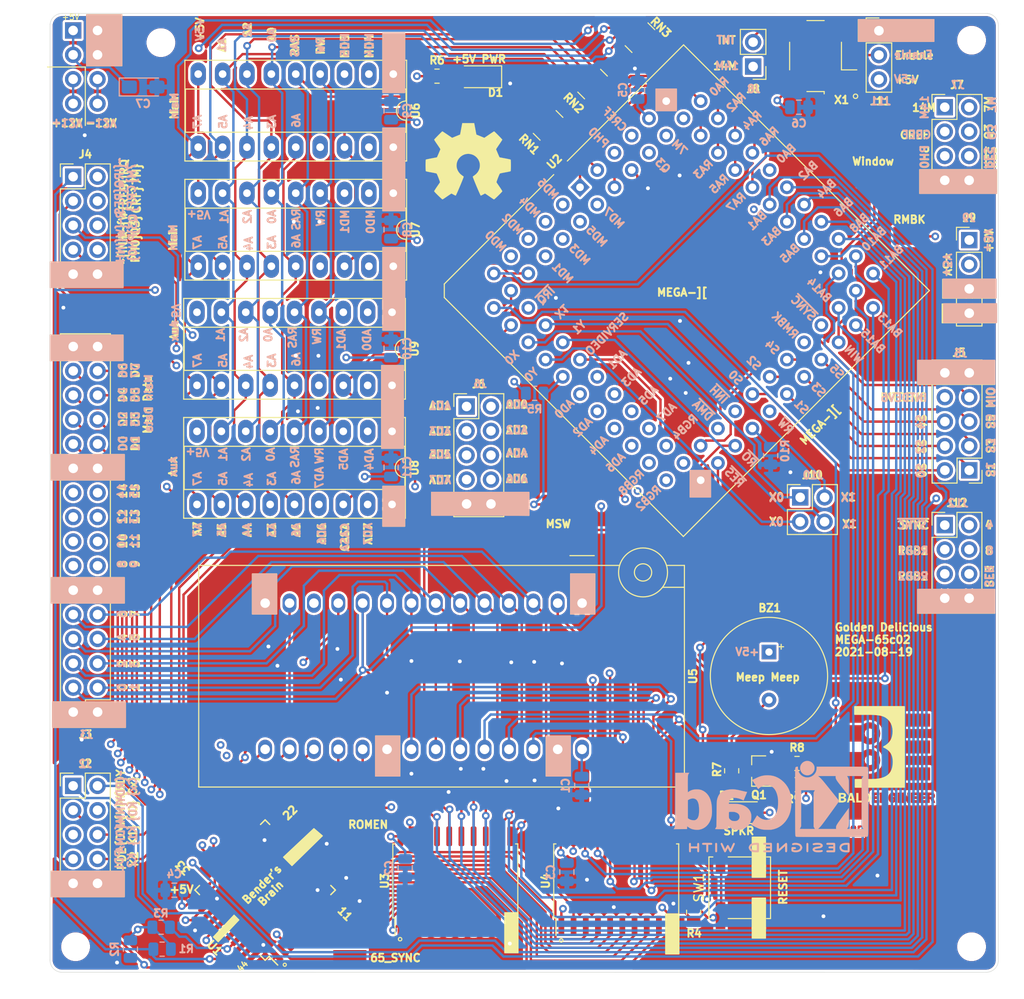
<source format=kicad_pcb>
(kicad_pcb (version 20171130) (host pcbnew "(5.1.10)-1")
  (layers (0 F.Cu signal) (1 In1.Cu signal) (2 In2.Cu signal) (31 B.Cu signal) (34 B.Paste user) (35 F.Paste user) (36 B.SilkS user) (37 F.SilkS user) (38 B.Mask user) (39 F.Mask user) (44 Edge.Cuts user))
  (net 0 "")
  (net 1 "Net-(BZ1-Pad2)")
  (net 2 +5V)
  (net 3 GND)
  (net 4 "Net-(D1-Pad2)")
  (net 5 "Net-(D2-Pad1)")
  (net 6 -12V)
  (net 7 +12V)
  (net 8 /KSEL2)
  (net 9 /PDLTRIG)
  (net 10 /KSEL1)
  (net 11 /KSEL0)
  (net 12 /~NMI)
  (net 13 /C060-67)
  (net 14 /~RDY)
  (net 15 /MD6)
  (net 16 /MD7)
  (net 17 /MD4)
  (net 18 /MD5)
  (net 19 /MD2)
  (net 20 /MD3)
  (net 21 /MD0)
  (net 22 /MD1)
  (net 23 /BA14)
  (net 24 /BA15)
  (net 25 /BA12)
  (net 26 /BA13)
  (net 27 /BA10)
  (net 28 /BA11)
  (net 29 /BA8)
  (net 30 /BA9)
  (net 31 /BA6)
  (net 32 /BA7)
  (net 33 /BA4)
  (net 34 /BA5)
  (net 35 /BA2)
  (net 36 /BA3)
  (net 37 /BA0)
  (net 38 /BA1)
  (net 39 /PH0)
  (net 40 /~INH)
  (net 41 /Q3)
  (net 42 /RW)
  (net 43 /CREF)
  (net 44 /~RESET)
  (net 45 /7M)
  (net 46 /~IRQ)
  (net 47 /INTDEV6)
  (net 48 /MDI-MDO)
  (net 49 /S4)
  (net 50 /S5)
  (net 51 /S2)
  (net 52 /S3)
  (net 53 /S0)
  (net 54 /S1)
  (net 55 /AD6)
  (net 56 /AD7)
  (net 57 /AD4)
  (net 58 /AD5)
  (net 59 /AD2)
  (net 60 /AD3)
  (net 61 /AD0)
  (net 62 /AD1)
  (net 63 /14M)
  (net 64 /INT_14M)
  (net 65 /SERVIDEO)
  (net 66 /RGB2)
  (net 67 /RGB1)
  (net 68 /RGB8)
  (net 69 /RGB4)
  (net 70 "Net-(Q1-Pad1)")
  (net 71 /~MSW)
  (net 72 /SPKR)
  (net 73 /CASM)
  (net 74 /RAS)
  (net 75 /CASA)
  (net 76 /RAMWE)
  (net 77 /CASA.B)
  (net 78 /CASM.B)
  (net 79 /RAS.B)
  (net 80 /RWE.B)
  (net 81 /RA0)
  (net 82 /RA6)
  (net 83 /RA3)
  (net 84 /RA7)
  (net 85 /RAF3)
  (net 86 /RAF0)
  (net 87 /RAF6)
  (net 88 /RAF7)
  (net 89 /RA1)
  (net 90 /RA2)
  (net 91 /RA5)
  (net 92 /RA4)
  (net 93 /RAF5)
  (net 94 /RAF1)
  (net 95 /RAF2)
  (net 96 /RAF4)
  (net 97 /65_SYNC)
  (net 98 /~ROMEN)
  (net 99 "Net-(U1-Pad44)")
  (net 100 "Net-(U1-Pad42)")
  (net 101 "Net-(U1-Pad40)")
  (net 102 "Net-(U1-Pad37)")
  (net 103 "Net-(U1-Pad36)")
  (net 104 "Net-(U1-Pad33)")
  (net 105 /A15)
  (net 106 /A14)
  (net 107 /A13)
  (net 108 /A12)
  (net 109 /A11)
  (net 110 /A10)
  (net 111 /A9)
  (net 112 /A8)
  (net 113 /A7)
  (net 114 /A6)
  (net 115 /A5)
  (net 116 /A4)
  (net 117 /A3)
  (net 118 /A2)
  (net 119 "Net-(U1-Pad6)")
  (net 120 /A1)
  (net 121 /A0)
  (net 122 /WINDOW)
  (net 123 /~M2SEL)
  (net 124 /RMBK)
  (net 125 /~DMA)
  (net 126 /Y0)
  (net 127 /X0)
  (net 128 /Y1)
  (net 129 /X1)
  (net 130 /~SYNC)
  (net 131 "Net-(J11-Pad2)")
  (module Symbol:OSHW-Symbol_8.9x8mm_SilkScreen (layer F.Cu) (at 84.328 60.0075)
    (fp_text reference REF** hide)
    (fp_text value OSHW-Symbol_8.9x8mm_SilkScreen hide)
  )
  (module Symbol:KiCad-Logo2_8mm_SilkScreen (layer B.Cu) (at 115.8875 126.4285 180)
    (fp_text reference REF** hide)
    (fp_text value KiCad-Logo2_8mm_SilkScreen hide)
  )
  (module "My Libraries:BE10v2" (layer F.Cu) (at 122.936 116.84)
    (fp_text reference svg2mod hide)
    (fp_text value G*** hide)
    (fp_poly (pts (xy 9.4375 9.590522) (xy 9.4375 9.423126) (xy 9.5775 9.423126) (xy 9.6775 9.412825) (xy 9.7325 9.369045) (xy 9.7575 9.291785) (xy 9.7325 9.2171) (xy 9.68 9.175895) (xy 9.5725 9.168169) (xy 9.4375 9.168168) (xy 9.4375 9.423126) (xy 9.4375 9.590522) (xy 9.4375 9.984547) (xy 9.21 9.984547) (xy 9.21 8.987895) (xy 9.635 8.987895) (xy 9.825 9.016224) (xy 9.9425 9.119237) (xy 9.99 9.286633) (xy 9.948437 9.440509) (xy 9.8225 9.544166) (xy 10 9.984547) (xy 9.75 9.984547) (xy 9.6025 9.590522) (xy 9.4375 9.590522)) (layer F.Cu) (width 0.095901))
    (fp_poly (pts (xy 9.075 9.178469) (xy 8.615 9.178469) (xy 8.615 9.38192) (xy 8.975 9.38192) (xy 8.975 9.569919) (xy 8.6125 9.569919) (xy 8.6125 9.786247) (xy 9.075 9.786247) (xy 9.075 9.984547) (xy 8.385 9.984547) (xy 8.385 8.987895) (xy 9.075 8.987895) (xy 9.075 9.178469)) (layer F.Cu) (width 0.095901))
    (fp_poly (pts (xy 8.2475 9.178469) (xy 7.7875 9.178469) (xy 7.7875 9.38192) (xy 8.15 9.38192) (xy 8.15 9.569919) (xy 7.7875 9.569919) (xy 7.7875 9.786247) (xy 8.2475 9.786247) (xy 8.2475 9.984547) (xy 7.5575 9.984547) (xy 7.5575 8.987895) (xy 8.2475 8.987895) (xy 8.2475 9.178469)) (layer F.Cu) (width 0.095901))
    (fp_poly (pts (xy 7.3625 8.99047) (xy 7.3625 9.987123) (xy 7.17 9.987123) (xy 6.7925 9.314962) (xy 6.794987 9.348441) (xy 6.797474 9.392222) (xy 6.797474 9.989698) (xy 6.619974 9.989698) (xy 6.619974 8.993046) (xy 6.864974 8.993046) (xy 7.194974 9.580221) (xy 7.189973 9.513262) (xy 7.189973 8.993046) (xy 7.362473 8.993046) (xy 7.3625 8.99047)) (layer F.Cu) (width 0.095901))
    (fp_poly (pts (xy 6.4225 8.99047) (xy 6.4225 9.987123) (xy 6.1975 9.987123) (xy 6.1975 8.99047) (xy 6.4225 8.99047)) (layer F.Cu) (width 0.095901))
    (fp_poly (pts (xy 6.02 9.454029) (xy 6.02 9.987123) (xy 5.9175 9.987123) (xy 5.885 9.871233) (xy 5.62 9.999999) (xy 5.451875 9.965232) (xy 5.325 9.860931) (xy 5.24625 9.700939) (xy 5.22 9.500386) (xy 5.248125 9.285346) (xy 5.3325 9.116662) (xy 5.465312 9.00882) (xy 5.6375 8.972443) (xy 5.8975 9.065155) (xy 6.0175 9.314962) (xy 5.8025 9.34329) (xy 5.635 9.163017) (xy 5.495 9.248003) (xy 5.4475 9.492659) (xy 5.4975 9.727014) (xy 5.6425 9.806849) (xy 5.75 9.765644) (xy 5.7975 9.634303) (xy 5.615 9.634303) (xy 5.615 9.448879) (xy 6.02 9.448879) (xy 6.02 9.454029)) (layer F.Cu) (width 0.095901))
    (fp_poly (pts (xy 5.07 8.99047) (xy 5.07 9.987123) (xy 4.8775 9.987123) (xy 4.5 9.312387) (xy 4.502487 9.345866) (xy 4.504974 9.389646) (xy 4.504974 9.987123) (xy 4.327474 9.987123) (xy 4.327474 8.99047) (xy 4.572474 8.99047) (xy 4.902474 9.577645) (xy 4.897473 9.510687) (xy 4.897473 8.99047) (xy 5.07 8.99047)) (layer F.Cu) (width 0.095901))
    (fp_poly (pts (xy 4.19 9.178469) (xy 3.73 9.178469) (xy 3.73 9.38192) (xy 4.0925 9.38192) (xy 4.0925 9.569919) (xy 3.73 9.569919) (xy 3.73 9.786247) (xy 4.19 9.786247) (xy 4.19 9.984547) (xy 3.5 9.984547) (xy 3.5 8.987895) (xy 4.19 8.987895) (xy 4.19 9.178469)) (layer F.Cu) (width 0.095901))
    (fp_poly (pts (xy 3.21 1.689415) (xy 2.687226 2.555289) (xy 2.809062 2.368658) (xy 2.989492 2.242869) (xy 3.21 2.196755) (xy 3.431562 2.242869) (xy 3.611875 2.368658) (xy 3.733125 2.555289) (xy 3.7775 2.78393) (xy 3.733125 3.011082) (xy 3.611875 3.196948) (xy 3.431562 3.322455) (xy 3.21 3.368529) (xy 2.988437 3.322455) (xy 2.808125 3.196948) (xy 2.686875 3.011082) (xy 2.6425 2.78393) (xy 2.687226 2.555289) (xy 3.21 1.689415) (xy 2.933796 1.727091) (xy 2.68537 1.832871) (xy 2.4725 1.995879) (xy 0.5375 1.995879) (xy 0.5375 3.57198) (xy 2.4725 3.57198) (xy 2.684259 3.736134) (xy 2.933241 3.841341) (xy 3.21 3.878444) (xy 3.492697 3.839397) (xy 3.746574 3.729171) (xy 3.961562 3.558138) (xy 4.127592 3.336672) (xy 4.234595 3.075145) (xy 4.2725 2.78393) (xy 4.234595 2.492715) (xy 4.127592 2.231188) (xy 3.961562 2.009722) (xy 3.746574 1.838689) (xy 3.492697 1.728463) (xy 3.21 1.689415)) (layer F.Cu) (width 0.134262))
    (fp_poly (pts (xy 6.83 6.39454) (xy 9.465 6.39454) (xy 9.465 7.617821) (xy 6.83 7.617821) (xy 6.83 6.39454)) (layer F.Cu) (width 0.134262))
    (fp_poly (pts (xy 6.83 3.587432) (xy 9.465 3.587432) (xy 9.465 4.810713) (xy 6.83 4.810713) (xy 6.83 3.587432)) (layer F.Cu) (width 0.134262))
    (fp_poly (pts (xy 6.83 0.788051) (xy 9.465 0.788051) (xy 9.465 2.011331) (xy 6.83 2.011331) (xy 6.83 0.788051)) (layer F.Cu) (width 0.134262))
    (fp_poly (pts (xy 3.21 4.483646) (xy 2.687226 5.349923) (xy 2.809062 5.164177) (xy 2.989492 5.039274) (xy 3.21 4.993561) (xy 3.431562 5.039636) (xy 3.611875 5.165143) (xy 3.733125 5.351009) (xy 3.7775 5.578161) (xy 3.733125 5.806802) (xy 3.611875 5.993433) (xy 3.431562 6.119221) (xy 3.21 6.165336) (xy 2.988437 6.119221) (xy 2.808125 5.993433) (xy 2.686875 5.806802) (xy 2.6425 5.578161) (xy 2.687226 5.349923) (xy 3.21 4.483646) (xy 2.933796 4.521323) (xy 2.68537 4.627102) (xy 2.4725 4.790111) (xy 0.5375 4.790111) (xy 0.5375 6.366211) (xy 2.4725 6.366211) (xy 2.684259 6.530365) (xy 2.933241 6.635572) (xy 3.21 6.672675) (xy 3.492697 6.633628) (xy 3.746574 6.523402) (xy 3.961562 6.352369) (xy 4.127592 6.130903) (xy 4.234595 5.869376) (xy 4.2725 5.578161) (xy 4.234595 5.286946) (xy 4.127592 5.025419) (xy 3.961562 4.803953) (xy 3.746574 4.63292) (xy 3.492697 4.522694) (xy 3.21 4.483646)) (layer F.Cu) (width 0.134262))
  )
  (module "My Libraries:PinHeader_2x04_P2.54mm_Vertical-NOSILK" (layer F.Cu) (at 43.18 46.355)
    (fp_text reference J1 hide)
    (fp_text value Pwr)
    (pad 1 thru_hole rect (at 0 0) (size 1.7 1.7) (drill 1) (layers *.Cu *.Mask) (net 2 +5V))
    (pad 2 thru_hole oval (at 2.54 0) (size 1.7 1.7) (drill 1) (layers *.Cu *.Mask) (net 3 GND))
    (pad 3 thru_hole oval (at 0 2.54) (size 1.7 1.7) (drill 1) (layers *.Cu *.Mask) (net 2 +5V))
    (pad 4 thru_hole oval (at 2.54 2.54) (size 1.7 1.7) (drill 1) (layers *.Cu *.Mask) (net 3 GND))
    (pad 5 thru_hole oval (at 0 5.08) (size 1.7 1.7) (drill 1) (layers *.Cu *.Mask) (net 7 +12V))
    (pad 6 thru_hole oval (at 2.54 5.08) (size 1.7 1.7) (drill 1) (layers *.Cu *.Mask) (net 6 -12V))
    (pad 7 thru_hole oval (at 0 7.62) (size 1.7 1.7) (drill 1) (layers *.Cu *.Mask) (net 7 +12V))
    (pad 8 thru_hole oval (at 2.54 7.62) (size 1.7 1.7) (drill 1) (layers *.Cu *.Mask) (net 6 -12V))
  )
  (module Button_Switch_SMD:SW_Push_1P1T_NO_CK_KSC6xxJ (layer F.Cu) (at 112.6236 135.7122 270)
    (fp_text reference SW1 (at 0 4.24 90) (layer F.SilkS))
    (fp_text value RESET)
    (pad 2 smd rect (at 2.9 2 270) (size 2.8 1) (layers F.Cu F.Paste F.Mask) (net 44 /~RESET))
    (pad 2 smd rect (at -2.9 2 270) (size 2.8 1) (layers F.Cu F.Paste F.Mask) (net 44 /~RESET))
    (pad 1 smd rect (at 2.9 -2 270) (size 2.8 1) (layers F.Cu F.Paste F.Mask) (net 3 GND))
    (pad 1 smd rect (at -2.9 -2 270) (size 2.8 1) (layers F.Cu F.Paste F.Mask) (net 3 GND))
  )
  (module "My Libraries:Harwin-S1751-46-Test-Point" (layer F.Cu) (at 126.6444 61.6712)
    (fp_text reference TP5 hide)
    (fp_text value TestPoint)
    (pad 1 smd rect (at 0 0) (size 3.45 1.85) (layers F.Cu F.Paste F.Mask) (net 122 /WINDOW))
  )
  (module "My Libraries:Harwin-S1751-46-Test-Point" (layer F.Cu) (at 130.3528 67.7672)
    (fp_text reference TP4 hide)
    (fp_text value TestPoint)
    (pad 1 smd rect (at 0 0) (size 3.45 1.85) (layers F.Cu F.Paste F.Mask) (net 124 /RMBK))
  )
  (module "My Libraries:Harwin-S1751-46-Test-Point" (layer F.Cu) (at 93.7768 95.6818)
    (fp_text reference TP3 hide)
    (fp_text value TestPoint)
    (pad 1 smd rect (at 0 0) (size 3.45 1.85) (layers F.Cu F.Paste F.Mask) (net 71 /~MSW))
  )
  (module Package_LCC:PLCC-84_THT-Socket (layer F.Cu) (at 95.9866 62.6999 45)
    (fp_text reference U2 (at 0 -3.77 45) (layer F.SilkS) (effects (font (size 0.8 0.8) (thickness 0.2))))
    (fp_text value Apple_MEGA_II)
    (pad 72 thru_hole circle (at 15.24 5.08 45) (size 1.4224 1.4224) (drill 0.8) (layers *.Cu *.Mask) (net 90 /RA2))
    (pad 70 thru_hole circle (at 15.24 7.62 45) (size 1.4224 1.4224) (drill 0.8) (layers *.Cu *.Mask) (net 92 /RA4))
    (pad 68 thru_hole circle (at 15.24 10.16 45) (size 1.4224 1.4224) (drill 0.8) (layers *.Cu *.Mask) (net 82 /RA6))
    (pad 66 thru_hole circle (at 15.24 12.7 45) (size 1.4224 1.4224) (drill 0.8) (layers *.Cu *.Mask) (net 37 /BA0))
    (pad 64 thru_hole circle (at 15.24 15.24 45) (size 1.4224 1.4224) (drill 0.8) (layers *.Cu *.Mask) (net 35 /BA2))
    (pad 62 thru_hole circle (at 15.24 17.78 45) (size 1.4224 1.4224) (drill 0.8) (layers *.Cu *.Mask) (net 33 /BA4))
    (pad 60 thru_hole circle (at 15.24 20.32 45) (size 1.4224 1.4224) (drill 0.8) (layers *.Cu *.Mask) (net 31 /BA6))
    (pad 58 thru_hole circle (at 15.24 22.86 45) (size 1.4224 1.4224) (drill 0.8) (layers *.Cu *.Mask) (net 29 /BA8))
    (pad 56 thru_hole circle (at 15.24 25.4 45) (size 1.4224 1.4224) (drill 0.8) (layers *.Cu *.Mask) (net 27 /BA10))
    (pad 54 thru_hole circle (at 15.24 27.94 45) (size 1.4224 1.4224) (drill 0.8) (layers *.Cu *.Mask) (net 25 /BA12))
    (pad 73 thru_hole circle (at 12.7 5.08 45) (size 1.4224 1.4224) (drill 0.8) (layers *.Cu *.Mask) (net 89 /RA1))
    (pad 71 thru_hole circle (at 12.7 7.62 45) (size 1.4224 1.4224) (drill 0.8) (layers *.Cu *.Mask) (net 83 /RA3))
    (pad 69 thru_hole circle (at 12.7 10.16 45) (size 1.4224 1.4224) (drill 0.8) (layers *.Cu *.Mask) (net 91 /RA5))
    (pad 67 thru_hole circle (at 12.7 12.7 45) (size 1.4224 1.4224) (drill 0.8) (layers *.Cu *.Mask) (net 84 /RA7))
    (pad 65 thru_hole circle (at 12.7 15.24 45) (size 1.4224 1.4224) (drill 0.8) (layers *.Cu *.Mask) (net 38 /BA1))
    (pad 63 thru_hole circle (at 12.7 17.78 45) (size 1.4224 1.4224) (drill 0.8) (layers *.Cu *.Mask) (net 36 /BA3))
    (pad 61 thru_hole circle (at 12.7 20.32 45) (size 1.4224 1.4224) (drill 0.8) (layers *.Cu *.Mask) (net 34 /BA5))
    (pad 59 thru_hole circle (at 12.7 22.86 45) (size 1.4224 1.4224) (drill 0.8) (layers *.Cu *.Mask) (net 32 /BA7))
    (pad 57 thru_hole circle (at 12.7 25.4 45) (size 1.4224 1.4224) (drill 0.8) (layers *.Cu *.Mask) (net 30 /BA9))
    (pad 55 thru_hole circle (at 12.7 27.94 45) (size 1.4224 1.4224) (drill 0.8) (layers *.Cu *.Mask) (net 28 /BA11))
    (pad 53 thru_hole circle (at 12.7 30.48 45) (size 1.4224 1.4224) (drill 0.8) (layers *.Cu *.Mask) (net 26 /BA13))
    (pad 51 thru_hole circle (at 10.16 30.48 45) (size 1.4224 1.4224) (drill 0.8) (layers *.Cu *.Mask) (net 24 /BA15))
    (pad 49 thru_hole circle (at 7.62 30.48 45) (size 1.4224 1.4224) (drill 0.8) (layers *.Cu *.Mask) (net 122 /WINDOW))
    (pad 47 thru_hole circle (at 5.08 30.48 45) (size 1.4224 1.4224) (drill 0.8) (layers *.Cu *.Mask) (net 50 /S5))
    (pad 45 thru_hole circle (at 2.54 30.48 45) (size 1.4224 1.4224) (drill 0.8) (layers *.Cu *.Mask) (net 52 /S3))
    (pad 43 thru_hole circle (at 0 30.48 45) (size 1.4224 1.4224) (drill 0.8) (layers *.Cu *.Mask) (net 54 /S1))
    (pad 41 thru_hole circle (at -2.54 30.48 45) (size 1.4224 1.4224) (drill 0.8) (layers *.Cu *.Mask) (net 42 /RW))
    (pad 39 thru_hole circle (at -5.08 30.48 45) (size 1.4224 1.4224) (drill 0.8) (layers *.Cu *.Mask) (net 123 /~M2SEL))
    (pad 37 thru_hole circle (at -7.62 30.48 45) (size 1.4224 1.4224) (drill 0.8) (layers *.Cu *.Mask) (net 98 /~ROMEN))
    (pad 35 thru_hole circle (at -10.16 30.48 45) (size 1.4224 1.4224) (drill 0.8) (layers *.Cu *.Mask) (net 44 /~RESET))
    (pad 33 thru_hole circle (at -12.7 30.48 45) (size 1.4224 1.4224) (drill 0.8) (layers *.Cu *.Mask) (net 3 GND))
    (pad 52 thru_hole circle (at 10.16 27.94 45) (size 1.4224 1.4224) (drill 0.8) (layers *.Cu *.Mask) (net 23 /BA14))
    (pad 50 thru_hole circle (at 7.62 27.94 45) (size 1.4224 1.4224) (drill 0.8) (layers *.Cu *.Mask) (net 130 /~SYNC))
    (pad 48 thru_hole circle (at 5.08 27.94 45) (size 1.4224 1.4224) (drill 0.8) (layers *.Cu *.Mask) (net 124 /RMBK))
    (pad 46 thru_hole circle (at 2.54 27.94 45) (size 1.4224 1.4224) (drill 0.8) (layers *.Cu *.Mask) (net 49 /S4))
    (pad 44 thru_hole circle (at 0 27.94 45) (size 1.4224 1.4224) (drill 0.8) (layers *.Cu *.Mask) (net 51 /S2))
    (pad 42 thru_hole circle (at -2.54 27.94 45) (size 1.4224 1.4224) (drill 0.8) (layers *.Cu *.Mask) (net 53 /S0))
    (pad 40 thru_hole circle (at -5.08 27.94 45) (size 1.4224 1.4224) (drill 0.8) (layers *.Cu *.Mask) (net 40 /~INH))
    (pad 38 thru_hole circle (at -7.62 27.94 45) (size 1.4224 1.4224) (drill 0.8) (layers *.Cu *.Mask) (net 125 /~DMA))
    (pad 36 thru_hole circle (at -10.16 27.94 45) (size 1.4224 1.4224) (drill 0.8) (layers *.Cu *.Mask) (net 48 /MDI-MDO))
    (pad 34 thru_hole circle (at -12.7 27.94 45) (size 1.4224 1.4224) (drill 0.8) (layers *.Cu *.Mask) (net 67 /RGB1))
    (pad 32 thru_hole circle (at -15.24 27.94 45) (size 1.4224 1.4224) (drill 0.8) (layers *.Cu *.Mask) (net 66 /RGB2))
    (pad 30 thru_hole circle (at -15.24 25.4 45) (size 1.4224 1.4224) (drill 0.8) (layers *.Cu *.Mask) (net 68 /RGB8))
    (pad 28 thru_hole circle (at -15.24 22.86 45) (size 1.4224 1.4224) (drill 0.8) (layers *.Cu *.Mask) (net 55 /AD6))
    (pad 26 thru_hole circle (at -15.24 20.32 45) (size 1.4224 1.4224) (drill 0.8) (layers *.Cu *.Mask) (net 57 /AD4))
    (pad 24 thru_hole circle (at -15.24 17.78 45) (size 1.4224 1.4224) (drill 0.8) (layers *.Cu *.Mask) (net 59 /AD2))
    (pad 22 thru_hole circle (at -15.24 15.24 45) (size 1.4224 1.4224) (drill 0.8) (layers *.Cu *.Mask) (net 61 /AD0))
    (pad 20 thru_hole circle (at -15.24 12.7 45) (size 1.4224 1.4224) (drill 0.8) (layers *.Cu *.Mask) (net 71 /~MSW))
    (pad 18 thru_hole circle (at -15.24 10.16 45) (size 1.4224 1.4224) (drill 0.8) (layers *.Cu *.Mask) (net 126 /Y0))
    (pad 16 thru_hole circle (at -15.24 7.62 45) (size 1.4224 1.4224) (drill 0.8) (layers *.Cu *.Mask) (net 127 /X0))
    (pad 14 thru_hole circle (at -15.24 5.08 45) (size 1.4224 1.4224) (drill 0.8) (layers *.Cu *.Mask) (net 8 /KSEL2))
    (pad 12 thru_hole circle (at -15.24 2.54 45) (size 1.4224 1.4224) (drill 0.8) (layers *.Cu *.Mask) (net 72 /SPKR))
    (pad 31 thru_hole circle (at -12.7 25.4 45) (size 1.4224 1.4224) (drill 0.8) (layers *.Cu *.Mask) (net 69 /RGB4))
    (pad 29 thru_hole circle (at -12.7 22.86 45) (size 1.4224 1.4224) (drill 0.8) (layers *.Cu *.Mask) (net 56 /AD7))
    (pad 27 thru_hole circle (at -12.7 20.32 45) (size 1.4224 1.4224) (drill 0.8) (layers *.Cu *.Mask) (net 58 /AD5))
    (pad 25 thru_hole circle (at -12.7 17.78 45) (size 1.4224 1.4224) (drill 0.8) (layers *.Cu *.Mask) (net 60 /AD3))
    (pad 23 thru_hole circle (at -12.7 15.24 45) (size 1.4224 1.4224) (drill 0.8) (layers *.Cu *.Mask) (net 62 /AD1))
    (pad 21 thru_hole circle (at -12.7 12.7 45) (size 1.4224 1.4224) (drill 0.8) (layers *.Cu *.Mask) (net 65 /SERVIDEO))
    (pad 19 thru_hole circle (at -12.7 10.16 45) (size 1.4224 1.4224) (drill 0.8) (layers *.Cu *.Mask) (net 128 /Y1))
    (pad 17 thru_hole circle (at -12.7 7.62 45) (size 1.4224 1.4224) (drill 0.8) (layers *.Cu *.Mask) (net 129 /X1))
    (pad 15 thru_hole circle (at -12.7 5.08 45) (size 1.4224 1.4224) (drill 0.8) (layers *.Cu *.Mask) (net 46 /~IRQ))
    (pad 13 thru_hole circle (at -12.7 2.54 45) (size 1.4224 1.4224) (drill 0.8) (layers *.Cu *.Mask) (net 10 /KSEL1))
    (pad 75 thru_hole circle (at 12.7 0 45) (size 1.4224 1.4224) (drill 0.8) (layers *.Cu *.Mask) (net 3 GND))
    (pad 77 thru_hole circle (at 10.16 0 45) (size 1.4224 1.4224) (drill 0.8) (layers *.Cu *.Mask) (net 2 +5V))
    (pad 79 thru_hole circle (at 7.62 0 45) (size 1.4224 1.4224) (drill 0.8) (layers *.Cu *.Mask) (net 43 /CREF))
    (pad 81 thru_hole circle (at 5.08 0 45) (size 1.4224 1.4224) (drill 0.8) (layers *.Cu *.Mask) (net 39 /PH0))
    (pad 83 thru_hole circle (at 2.54 0 45) (size 1.4224 1.4224) (drill 0.8) (layers *.Cu *.Mask) (net 73 /CASM))
    (pad 11 thru_hole circle (at -12.7 0 45) (size 1.4224 1.4224) (drill 0.8) (layers *.Cu *.Mask) (net 13 /C060-67))
    (pad 9 thru_hole circle (at -10.16 0 45) (size 1.4224 1.4224) (drill 0.8) (layers *.Cu *.Mask) (net 21 /MD0))
    (pad 7 thru_hole circle (at -7.62 0 45) (size 1.4224 1.4224) (drill 0.8) (layers *.Cu *.Mask) (net 19 /MD2))
    (pad 5 thru_hole circle (at -5.08 0 45) (size 1.4224 1.4224) (drill 0.8) (layers *.Cu *.Mask) (net 17 /MD4))
    (pad 3 thru_hole circle (at -2.54 0 45) (size 1.4224 1.4224) (drill 0.8) (layers *.Cu *.Mask) (net 15 /MD6))
    (pad 1 thru_hole rect (at 0 0 45) (size 1.4224 1.4224) (drill 0.8) (layers *.Cu *.Mask) (net 76 /RAMWE))
    (pad 74 thru_hole circle (at 15.24 2.54 45) (size 1.4224 1.4224) (drill 0.8) (layers *.Cu *.Mask) (net 81 /RA0))
    (pad 76 thru_hole circle (at 12.7 2.54 45) (size 1.4224 1.4224) (drill 0.8) (layers *.Cu *.Mask) (net 63 /14M))
    (pad 78 thru_hole circle (at 10.16 2.54 45) (size 1.4224 1.4224) (drill 0.8) (layers *.Cu *.Mask) (net 45 /7M))
    (pad 80 thru_hole circle (at 7.62 2.54 45) (size 1.4224 1.4224) (drill 0.8) (layers *.Cu *.Mask) (net 41 /Q3))
    (pad 82 thru_hole circle (at 5.08 2.54 45) (size 1.4224 1.4224) (drill 0.8) (layers *.Cu *.Mask) (net 75 /CASA))
    (pad 84 thru_hole circle (at 2.54 2.54 45) (size 1.4224 1.4224) (drill 0.8) (layers *.Cu *.Mask) (net 74 /RAS))
    (pad 10 thru_hole circle (at -10.16 2.54 45) (size 1.4224 1.4224) (drill 0.8) (layers *.Cu *.Mask) (net 9 /PDLTRIG))
    (pad 8 thru_hole circle (at -7.62 2.54 45) (size 1.4224 1.4224) (drill 0.8) (layers *.Cu *.Mask) (net 22 /MD1))
    (pad 6 thru_hole circle (at -5.08 2.54 45) (size 1.4224 1.4224) (drill 0.8) (layers *.Cu *.Mask) (net 20 /MD3))
    (pad 4 thru_hole circle (at -2.54 2.54 45) (size 1.4224 1.4224) (drill 0.8) (layers *.Cu *.Mask) (net 18 /MD5))
    (pad 2 thru_hole circle (at 0 2.54 45) (size 1.4224 1.4224) (drill 0.8) (layers *.Cu *.Mask) (net 16 /MD7))
  )
  (module Connector_PinHeader_2.54mm:PinHeader_2x04_P2.54mm_Vertical (layer F.Cu) (at 133.985 97.917)
    (fp_text reference J12 (at 1.27 -2.33) (layer F.SilkS) (effects (font (size 0.8 0.8) (thickness 0.2))))
    (fp_text value "RGB Bin")
    (pad 8 thru_hole oval (at 2.54 7.62) (size 1.7 1.7) (drill 1) (layers *.Cu *.Mask) (net 3 GND))
    (pad 7 thru_hole oval (at 0 7.62) (size 1.7 1.7) (drill 1) (layers *.Cu *.Mask) (net 3 GND))
    (pad 6 thru_hole oval (at 2.54 5.08) (size 1.7 1.7) (drill 1) (layers *.Cu *.Mask) (net 65 /SERVIDEO))
    (pad 5 thru_hole oval (at 0 5.08) (size 1.7 1.7) (drill 1) (layers *.Cu *.Mask) (net 66 /RGB2))
    (pad 4 thru_hole oval (at 2.54 2.54) (size 1.7 1.7) (drill 1) (layers *.Cu *.Mask) (net 68 /RGB8))
    (pad 3 thru_hole oval (at 0 2.54) (size 1.7 1.7) (drill 1) (layers *.Cu *.Mask) (net 67 /RGB1))
    (pad 2 thru_hole oval (at 2.54 0) (size 1.7 1.7) (drill 1) (layers *.Cu *.Mask) (net 69 /RGB4))
    (pad 1 thru_hole rect (at 0 0) (size 1.7 1.7) (drill 1) (layers *.Cu *.Mask) (net 130 /~SYNC))
  )
  (module Connector_PinHeader_2.54mm:PinHeader_2x04_P2.54mm_Vertical (layer F.Cu) (at 133.985 54.356)
    (fp_text reference J7 (at 1.27 -2.33) (layer F.SilkS) (effects (font (size 0.8 0.8) (thickness 0.2))))
    (fp_text value CLKS)
    (pad 8 thru_hole oval (at 2.54 7.62) (size 1.7 1.7) (drill 1) (layers *.Cu *.Mask) (net 3 GND))
    (pad 7 thru_hole oval (at 0 7.62) (size 1.7 1.7) (drill 1) (layers *.Cu *.Mask) (net 3 GND))
    (pad 6 thru_hole oval (at 2.54 5.08) (size 1.7 1.7) (drill 1) (layers *.Cu *.Mask) (net 44 /~RESET))
    (pad 5 thru_hole oval (at 0 5.08) (size 1.7 1.7) (drill 1) (layers *.Cu *.Mask) (net 39 /PH0))
    (pad 4 thru_hole oval (at 2.54 2.54) (size 1.7 1.7) (drill 1) (layers *.Cu *.Mask) (net 41 /Q3))
    (pad 3 thru_hole oval (at 0 2.54) (size 1.7 1.7) (drill 1) (layers *.Cu *.Mask) (net 43 /CREF))
    (pad 2 thru_hole oval (at 2.54 0) (size 1.7 1.7) (drill 1) (layers *.Cu *.Mask) (net 45 /7M))
    (pad 1 thru_hole rect (at 0 0) (size 1.7 1.7) (drill 1) (layers *.Cu *.Mask) (net 63 /14M))
  )
  (module "My Libraries:12mm_Piezo_Buzzer" (layer F.Cu) (at 115.6716 113.6396 270)
    (fp_text reference BZ1 (at -7.0866 -0.0762 180) (layer F.SilkS) (effects (font (size 0.8 0.8) (thickness 0.2))))
    (fp_text value Buzzer)
    (pad 2 thru_hole circle (at 2.5 0 270) (size 1.524 1.524) (drill 0.762) (layers *.Cu *.Mask) (net 1 "Net-(BZ1-Pad2)"))
    (pad 1 thru_hole rect (at -2.5 0 270) (size 1.524 1.524) (drill 0.762) (layers *.Cu *.Mask) (net 2 +5V))
  )
  (module Capacitor_Tantalum_SMD:CP_EIA-3216-18_Kemet-A_Pad1.58x1.35mm_HandSolder (layer B.Cu) (at 50.4698 52.2478)
    (fp_text reference C7 (at 0 1.75 180) (layer B.SilkS) (effects (font (size 0.8 0.8) (thickness 0.2)) (justify mirror)))
    (fp_text value 100uF)
    (pad 2 smd roundrect (at 1.4375 0) (size 1.575 1.35) (layers B.Cu B.Paste B.Mask) (roundrect_rratio 0.185185) (net 3 GND))
    (pad 1 smd roundrect (at -1.4375 0) (size 1.575 1.35) (layers B.Cu B.Paste B.Mask) (roundrect_rratio 0.185185) (net 2 +5V))
  )
  (module Connector_PinHeader_2.54mm:PinHeader_1x03_P2.54mm_Vertical (layer F.Cu) (at 127.127 46.3804)
    (fp_text reference J11 (at 0.1524 7.3406) (layer F.SilkS) (effects (font (size 0.8 0.8) (thickness 0.2))))
    (fp_text value "14M Enable")
    (pad 3 thru_hole oval (at 0 5.08) (size 1.7 1.7) (drill 1) (layers *.Cu *.Mask) (net 2 +5V))
    (pad 2 thru_hole oval (at 0 2.54) (size 1.7 1.7) (drill 1) (layers *.Cu *.Mask) (net 131 "Net-(J11-Pad2)"))
    (pad 1 thru_hole rect (at 0 0) (size 1.7 1.7) (drill 1) (layers *.Cu *.Mask) (net 3 GND))
  )
  (module Resistor_SMD:R_0805_2012Metric (layer B.Cu) (at 115.8494 90.678 270)
    (fp_text reference R10 (at -0.508 -1.4986 90) (layer B.SilkS) (effects (font (size 0.8 0.8) (thickness 0.2)) (justify mirror)))
    (fp_text value 4k7)
    (pad 2 smd roundrect (at 0.9125 0 270) (size 1.025 1.4) (layers B.Cu B.Paste B.Mask) (roundrect_rratio 0.243902) (net 3 GND))
    (pad 1 smd roundrect (at -0.9125 0 270) (size 1.025 1.4) (layers B.Cu B.Paste B.Mask) (roundrect_rratio 0.243902) (net 123 /~M2SEL))
  )
  (module Connector_PinHeader_2.54mm:PinHeader_2x02_P2.54mm_Vertical (layer F.Cu) (at 118.9228 95.0214)
    (fp_text reference J10 (at 1.27 -2.33) (layer F.SilkS) (effects (font (size 0.8 0.8) (thickness 0.2))))
    (fp_text value XY)
    (pad 4 thru_hole oval (at 2.54 2.54) (size 1.7 1.7) (drill 1) (layers *.Cu *.Mask) (net 128 /Y1))
    (pad 3 thru_hole oval (at 0 2.54) (size 1.7 1.7) (drill 1) (layers *.Cu *.Mask) (net 126 /Y0))
    (pad 2 thru_hole oval (at 2.54 0) (size 1.7 1.7) (drill 1) (layers *.Cu *.Mask) (net 129 /X1))
    (pad 1 thru_hole rect (at 0 0) (size 1.7 1.7) (drill 1) (layers *.Cu *.Mask) (net 127 /X0))
  )
  (module Connector_PinHeader_2.54mm:PinHeader_1x02_P2.54mm_Vertical (layer F.Cu) (at 114.0206 50.1142 180)
    (fp_text reference J8 (at 0 -2.33) (layer F.SilkS) (effects (font (size 0.8 0.8) (thickness 0.2))))
    (fp_text value 14M_SEL)
    (pad 2 thru_hole oval (at 0 2.54 180) (size 1.7 1.7) (drill 1) (layers *.Cu *.Mask) (net 64 /INT_14M))
    (pad 1 thru_hole rect (at 0 0 180) (size 1.7 1.7) (drill 1) (layers *.Cu *.Mask) (net 63 /14M))
  )
  (module Connector_PinHeader_2.54mm:PinHeader_2x05_P2.54mm_Vertical (layer F.Cu) (at 136.535 92.202 180)
    (fp_text reference J5 (at 1.0514 12.2682) (layer F.SilkS) (effects (font (size 0.8 0.8) (thickness 0.2))))
    (fp_text value Slot_Maker)
    (pad 10 thru_hole oval (at 2.54 10.16 180) (size 1.7 1.7) (drill 1) (layers *.Cu *.Mask) (net 3 GND))
    (pad 9 thru_hole oval (at 0 10.16 180) (size 1.7 1.7) (drill 1) (layers *.Cu *.Mask) (net 3 GND))
    (pad 8 thru_hole oval (at 2.54 7.62 180) (size 1.7 1.7) (drill 1) (layers *.Cu *.Mask) (net 47 /INTDEV6))
    (pad 7 thru_hole oval (at 0 7.62 180) (size 1.7 1.7) (drill 1) (layers *.Cu *.Mask) (net 48 /MDI-MDO))
    (pad 6 thru_hole oval (at 2.54 5.08 180) (size 1.7 1.7) (drill 1) (layers *.Cu *.Mask) (net 49 /S4))
    (pad 5 thru_hole oval (at 0 5.08 180) (size 1.7 1.7) (drill 1) (layers *.Cu *.Mask) (net 50 /S5))
    (pad 4 thru_hole oval (at 2.54 2.54 180) (size 1.7 1.7) (drill 1) (layers *.Cu *.Mask) (net 51 /S2))
    (pad 3 thru_hole oval (at 0 2.54 180) (size 1.7 1.7) (drill 1) (layers *.Cu *.Mask) (net 52 /S3))
    (pad 2 thru_hole oval (at 2.54 0 180) (size 1.7 1.7) (drill 1) (layers *.Cu *.Mask) (net 53 /S0))
    (pad 1 thru_hole rect (at 0 0 180) (size 1.7 1.7) (drill 1) (layers *.Cu *.Mask) (net 54 /S1))
  )
  (module Socket:DIP_Socket-28_W11.9_W12.7_W15.24_W17.78_W18.5_3M_228-1277-00-0602J (layer F.Cu) (at 96.2025 106.045 270)
    (fp_text reference U5 (at 7.62 -11.56 90) (layer F.SilkS) (effects (font (size 0.8 0.8) (thickness 0.2))))
    (fp_text value 27C512)
    (pad 15 thru_hole oval (at 15.24 33.02 270) (size 2 1.44) (drill 1) (layers *.Cu *.Mask) (net 20 /MD3))
    (pad 14 thru_hole oval (at 0 33.02 270) (size 2 1.44) (drill 1) (layers *.Cu *.Mask) (net 3 GND))
    (pad 16 thru_hole oval (at 15.24 30.48 270) (size 2 1.44) (drill 1) (layers *.Cu *.Mask) (net 17 /MD4))
    (pad 13 thru_hole oval (at 0 30.48 270) (size 2 1.44) (drill 1) (layers *.Cu *.Mask) (net 19 /MD2))
    (pad 17 thru_hole oval (at 15.24 27.94 270) (size 2 1.44) (drill 1) (layers *.Cu *.Mask) (net 18 /MD5))
    (pad 12 thru_hole oval (at 0 27.94 270) (size 2 1.44) (drill 1) (layers *.Cu *.Mask) (net 22 /MD1))
    (pad 18 thru_hole oval (at 15.24 25.4 270) (size 2 1.44) (drill 1) (layers *.Cu *.Mask) (net 15 /MD6))
    (pad 11 thru_hole oval (at 0 25.4 270) (size 2 1.44) (drill 1) (layers *.Cu *.Mask) (net 21 /MD0))
    (pad 19 thru_hole oval (at 15.24 22.86 270) (size 2 1.44) (drill 1) (layers *.Cu *.Mask) (net 16 /MD7))
    (pad 10 thru_hole oval (at 0 22.86 270) (size 2 1.44) (drill 1) (layers *.Cu *.Mask) (net 37 /BA0))
    (pad 20 thru_hole oval (at 15.24 20.32 270) (size 2 1.44) (drill 1) (layers *.Cu *.Mask) (net 3 GND))
    (pad 9 thru_hole oval (at 0 20.32 270) (size 2 1.44) (drill 1) (layers *.Cu *.Mask) (net 38 /BA1))
    (pad 21 thru_hole oval (at 15.24 17.78 270) (size 2 1.44) (drill 1) (layers *.Cu *.Mask) (net 27 /BA10))
    (pad 8 thru_hole oval (at 0 17.78 270) (size 2 1.44) (drill 1) (layers *.Cu *.Mask) (net 35 /BA2))
    (pad 22 thru_hole oval (at 15.24 15.24 270) (size 2 1.44) (drill 1) (layers *.Cu *.Mask) (net 98 /~ROMEN))
    (pad 7 thru_hole oval (at 0 15.24 270) (size 2 1.44) (drill 1) (layers *.Cu *.Mask) (net 36 /BA3))
    (pad 23 thru_hole oval (at 15.24 12.7 270) (size 2 1.44) (drill 1) (layers *.Cu *.Mask) (net 28 /BA11))
    (pad 6 thru_hole oval (at 0 12.7 270) (size 2 1.44) (drill 1) (layers *.Cu *.Mask) (net 33 /BA4))
    (pad 24 thru_hole oval (at 15.24 10.16 270) (size 2 1.44) (drill 1) (layers *.Cu *.Mask) (net 30 /BA9))
    (pad 5 thru_hole oval (at 0 10.16 270) (size 2 1.44) (drill 1) (layers *.Cu *.Mask) (net 34 /BA5))
    (pad 25 thru_hole oval (at 15.24 7.62 270) (size 2 1.44) (drill 1) (layers *.Cu *.Mask) (net 29 /BA8))
    (pad 4 thru_hole oval (at 0 7.62 270) (size 2 1.44) (drill 1) (layers *.Cu *.Mask) (net 31 /BA6))
    (pad 26 thru_hole oval (at 15.24 5.08 270) (size 2 1.44) (drill 1) (layers *.Cu *.Mask) (net 26 /BA13))
    (pad 3 thru_hole oval (at 0 5.08 270) (size 2 1.44) (drill 1) (layers *.Cu *.Mask) (net 32 /BA7))
    (pad 27 thru_hole oval (at 15.24 2.54 270) (size 2 1.44) (drill 1) (layers *.Cu *.Mask) (net 3 GND))
    (pad 2 thru_hole oval (at 0 2.54 270) (size 2 1.44) (drill 1) (layers *.Cu *.Mask) (net 25 /BA12))
    (pad 28 thru_hole oval (at 15.24 0 270) (size 2 1.44) (drill 1) (layers *.Cu *.Mask) (net 2 +5V))
    (pad 1 thru_hole rect (at 0 0 270) (size 2 1.44) (drill 1) (layers *.Cu *.Mask) (net 3 GND))
  )
  (module Oscillator:Oscillator_SMD_SeikoEpson_SG8002CA-4Pin_7.0x5.0mm_HandSoldering (layer F.Cu) (at 120.523 49.022 90)
    (fp_text reference X1 (at -4.572 2.7178 180) (layer F.SilkS) (effects (font (size 0.8 0.8) (thickness 0.2))))
    (fp_text value 14.31818MHz)
    (pad 4 smd rect (at -2.63 -2.6 90) (size 1.98 3) (layers F.Cu F.Paste F.Mask) (net 2 +5V))
    (pad 3 smd rect (at 2.63 -2.6 90) (size 1.98 3) (layers F.Cu F.Paste F.Mask) (net 64 /INT_14M))
    (pad 2 smd rect (at 2.63 2.6 90) (size 1.98 3) (layers F.Cu F.Paste F.Mask) (net 3 GND))
    (pad 1 smd rect (at -2.63 2.6 90) (size 1.98 3) (layers F.Cu F.Paste F.Mask) (net 131 "Net-(J11-Pad2)"))
  )
  (module Connector_PinHeader_2.54mm:PinHeader_2x05_P2.54mm_Vertical (layer F.Cu) (at 43.18 61.595)
    (fp_text reference J4 (at 1.27 -2.33) (layer F.SilkS) (effects (font (size 0.8 0.8) (thickness 0.2))))
    (fp_text value CTRL1)
    (pad 10 thru_hole oval (at 2.54 10.16) (size 1.7 1.7) (drill 1) (layers *.Cu *.Mask) (net 3 GND))
    (pad 9 thru_hole oval (at 0 10.16) (size 1.7 1.7) (drill 1) (layers *.Cu *.Mask) (net 3 GND))
    (pad 8 thru_hole oval (at 2.54 7.62) (size 1.7 1.7) (drill 1) (layers *.Cu *.Mask) (net 39 /PH0))
    (pad 7 thru_hole oval (at 0 7.62) (size 1.7 1.7) (drill 1) (layers *.Cu *.Mask) (net 40 /~INH))
    (pad 6 thru_hole oval (at 2.54 5.08) (size 1.7 1.7) (drill 1) (layers *.Cu *.Mask) (net 41 /Q3))
    (pad 5 thru_hole oval (at 0 5.08) (size 1.7 1.7) (drill 1) (layers *.Cu *.Mask) (net 42 /RW))
    (pad 4 thru_hole oval (at 2.54 2.54) (size 1.7 1.7) (drill 1) (layers *.Cu *.Mask) (net 43 /CREF))
    (pad 3 thru_hole oval (at 0 2.54) (size 1.7 1.7) (drill 1) (layers *.Cu *.Mask) (net 44 /~RESET))
    (pad 2 thru_hole oval (at 2.54 0) (size 1.7 1.7) (drill 1) (layers *.Cu *.Mask) (net 45 /7M))
    (pad 1 thru_hole rect (at 0 0) (size 1.7 1.7) (drill 1) (layers *.Cu *.Mask) (net 46 /~IRQ))
  )
  (module Connector_PinHeader_2.54mm:PinHeader_2x16_P2.54mm_Vertical (layer F.Cu) (at 45.73 117.3988 180)
    (fp_text reference J3 (at 1.27 -2.33) (layer F.SilkS) (effects (font (size 0.8 0.8) (thickness 0.2))))
    (fp_text value Addr_Main_Data)
    (pad 32 thru_hole oval (at 2.54 38.1 180) (size 1.7 1.7) (drill 1) (layers *.Cu *.Mask) (net 3 GND))
    (pad 31 thru_hole oval (at 0 38.1 180) (size 1.7 1.7) (drill 1) (layers *.Cu *.Mask) (net 3 GND))
    (pad 30 thru_hole oval (at 2.54 35.56 180) (size 1.7 1.7) (drill 1) (layers *.Cu *.Mask) (net 15 /MD6))
    (pad 29 thru_hole oval (at 0 35.56 180) (size 1.7 1.7) (drill 1) (layers *.Cu *.Mask) (net 16 /MD7))
    (pad 28 thru_hole oval (at 2.54 33.02 180) (size 1.7 1.7) (drill 1) (layers *.Cu *.Mask) (net 17 /MD4))
    (pad 27 thru_hole oval (at 0 33.02 180) (size 1.7 1.7) (drill 1) (layers *.Cu *.Mask) (net 18 /MD5))
    (pad 26 thru_hole oval (at 2.54 30.48 180) (size 1.7 1.7) (drill 1) (layers *.Cu *.Mask) (net 19 /MD2))
    (pad 25 thru_hole oval (at 0 30.48 180) (size 1.7 1.7) (drill 1) (layers *.Cu *.Mask) (net 20 /MD3))
    (pad 24 thru_hole oval (at 2.54 27.94 180) (size 1.7 1.7) (drill 1) (layers *.Cu *.Mask) (net 21 /MD0))
    (pad 23 thru_hole oval (at 0 27.94 180) (size 1.7 1.7) (drill 1) (layers *.Cu *.Mask) (net 22 /MD1))
    (pad 22 thru_hole oval (at 2.54 25.4 180) (size 1.7 1.7) (drill 1) (layers *.Cu *.Mask) (net 3 GND))
    (pad 21 thru_hole oval (at 0 25.4 180) (size 1.7 1.7) (drill 1) (layers *.Cu *.Mask) (net 3 GND))
    (pad 20 thru_hole oval (at 2.54 22.86 180) (size 1.7 1.7) (drill 1) (layers *.Cu *.Mask) (net 23 /BA14))
    (pad 19 thru_hole oval (at 0 22.86 180) (size 1.7 1.7) (drill 1) (layers *.Cu *.Mask) (net 24 /BA15))
    (pad 18 thru_hole oval (at 2.54 20.32 180) (size 1.7 1.7) (drill 1) (layers *.Cu *.Mask) (net 25 /BA12))
    (pad 17 thru_hole oval (at 0 20.32 180) (size 1.7 1.7) (drill 1) (layers *.Cu *.Mask) (net 26 /BA13))
    (pad 16 thru_hole oval (at 2.54 17.78 180) (size 1.7 1.7) (drill 1) (layers *.Cu *.Mask) (net 27 /BA10))
    (pad 15 thru_hole oval (at 0 17.78 180) (size 1.7 1.7) (drill 1) (layers *.Cu *.Mask) (net 28 /BA11))
    (pad 14 thru_hole oval (at 2.54 15.24 180) (size 1.7 1.7) (drill 1) (layers *.Cu *.Mask) (net 29 /BA8))
    (pad 13 thru_hole oval (at 0 15.24 180) (size 1.7 1.7) (drill 1) (layers *.Cu *.Mask) (net 30 /BA9))
    (pad 12 thru_hole oval (at 2.54 12.7 180) (size 1.7 1.7) (drill 1) (layers *.Cu *.Mask) (net 3 GND))
    (pad 11 thru_hole oval (at 0 12.7 180) (size 1.7 1.7) (drill 1) (layers *.Cu *.Mask) (net 3 GND))
    (pad 10 thru_hole oval (at 2.54 10.16 180) (size 1.7 1.7) (drill 1) (layers *.Cu *.Mask) (net 31 /BA6))
    (pad 9 thru_hole oval (at 0 10.16 180) (size 1.7 1.7) (drill 1) (layers *.Cu *.Mask) (net 32 /BA7))
    (pad 8 thru_hole oval (at 2.54 7.62 180) (size 1.7 1.7) (drill 1) (layers *.Cu *.Mask) (net 33 /BA4))
    (pad 7 thru_hole oval (at 0 7.62 180) (size 1.7 1.7) (drill 1) (layers *.Cu *.Mask) (net 34 /BA5))
    (pad 6 thru_hole oval (at 2.54 5.08 180) (size 1.7 1.7) (drill 1) (layers *.Cu *.Mask) (net 35 /BA2))
    (pad 5 thru_hole oval (at 0 5.08 180) (size 1.7 1.7) (drill 1) (layers *.Cu *.Mask) (net 36 /BA3))
    (pad 4 thru_hole oval (at 2.54 2.54 180) (size 1.7 1.7) (drill 1) (layers *.Cu *.Mask) (net 37 /BA0))
    (pad 3 thru_hole oval (at 0 2.54 180) (size 1.7 1.7) (drill 1) (layers *.Cu *.Mask) (net 38 /BA1))
    (pad 2 thru_hole oval (at 2.54 0 180) (size 1.7 1.7) (drill 1) (layers *.Cu *.Mask) (net 3 GND))
    (pad 1 thru_hole rect (at 0 0 180) (size 1.7 1.7) (drill 1) (layers *.Cu *.Mask) (net 3 GND))
  )
  (module Connector_PinHeader_2.54mm:PinHeader_2x05_P2.54mm_Vertical (layer F.Cu) (at 43.18 125.095)
    (fp_text reference J2 (at 1.27 -2.33) (layer F.SilkS) (effects (font (size 0.8 0.8) (thickness 0.2))))
    (fp_text value CTRL2)
    (pad 10 thru_hole oval (at 2.54 10.16) (size 1.7 1.7) (drill 1) (layers *.Cu *.Mask) (net 3 GND))
    (pad 9 thru_hole oval (at 0 10.16) (size 1.7 1.7) (drill 1) (layers *.Cu *.Mask) (net 3 GND))
    (pad 8 thru_hole oval (at 2.54 7.62) (size 1.7 1.7) (drill 1) (layers *.Cu *.Mask) (net 8 /KSEL2))
    (pad 7 thru_hole oval (at 0 7.62) (size 1.7 1.7) (drill 1) (layers *.Cu *.Mask) (net 9 /PDLTRIG))
    (pad 6 thru_hole oval (at 2.54 5.08) (size 1.7 1.7) (drill 1) (layers *.Cu *.Mask) (net 10 /KSEL1))
    (pad 5 thru_hole oval (at 0 5.08) (size 1.7 1.7) (drill 1) (layers *.Cu *.Mask) (net 125 /~DMA))
    (pad 4 thru_hole oval (at 2.54 2.54) (size 1.7 1.7) (drill 1) (layers *.Cu *.Mask) (net 11 /KSEL0))
    (pad 3 thru_hole oval (at 0 2.54) (size 1.7 1.7) (drill 1) (layers *.Cu *.Mask) (net 12 /~NMI))
    (pad 2 thru_hole oval (at 2.54 0) (size 1.7 1.7) (drill 1) (layers *.Cu *.Mask) (net 13 /C060-67))
    (pad 1 thru_hole rect (at 0 0) (size 1.7 1.7) (drill 1) (layers *.Cu *.Mask) (net 14 /~RDY))
  )
  (module Package_DIP:DIP-18_W7.62mm_Socket_LongPads (layer F.Cu) (at 76.4032 75.725866 270)
    (fp_text reference U9 (at 3.81 -2.33 90) (layer F.SilkS) (effects (font (size 0.8 0.8) (thickness 0.2))))
    (fp_text value DRAM64KX4)
    (pad 18 thru_hole oval (at 7.62 0 270) (size 2.4 1.6) (drill 0.8) (layers *.Cu *.Mask) (net 3 GND))
    (pad 9 thru_hole oval (at 0 20.32 270) (size 2.4 1.6) (drill 0.8) (layers *.Cu *.Mask) (net 2 +5V))
    (pad 17 thru_hole oval (at 7.62 2.54 270) (size 2.4 1.6) (drill 0.8) (layers *.Cu *.Mask) (net 60 /AD3))
    (pad 8 thru_hole oval (at 0 17.78 270) (size 2.4 1.6) (drill 0.8) (layers *.Cu *.Mask) (net 94 /RAF1))
    (pad 16 thru_hole oval (at 7.62 5.08 270) (size 2.4 1.6) (drill 0.8) (layers *.Cu *.Mask) (net 77 /CASA.B))
    (pad 7 thru_hole oval (at 0 15.24 270) (size 2.4 1.6) (drill 0.8) (layers *.Cu *.Mask) (net 95 /RAF2))
    (pad 15 thru_hole oval (at 7.62 7.62 270) (size 2.4 1.6) (drill 0.8) (layers *.Cu *.Mask) (net 59 /AD2))
    (pad 6 thru_hole oval (at 0 12.7 270) (size 2.4 1.6) (drill 0.8) (layers *.Cu *.Mask) (net 86 /RAF0))
    (pad 14 thru_hole oval (at 7.62 10.16 270) (size 2.4 1.6) (drill 0.8) (layers *.Cu *.Mask) (net 87 /RAF6))
    (pad 5 thru_hole oval (at 0 10.16 270) (size 2.4 1.6) (drill 0.8) (layers *.Cu *.Mask) (net 79 /RAS.B))
    (pad 13 thru_hole oval (at 7.62 12.7 270) (size 2.4 1.6) (drill 0.8) (layers *.Cu *.Mask) (net 85 /RAF3))
    (pad 4 thru_hole oval (at 0 7.62 270) (size 2.4 1.6) (drill 0.8) (layers *.Cu *.Mask) (net 80 /RWE.B))
    (pad 12 thru_hole oval (at 7.62 15.24 270) (size 2.4 1.6) (drill 0.8) (layers *.Cu *.Mask) (net 96 /RAF4))
    (pad 3 thru_hole oval (at 0 5.08 270) (size 2.4 1.6) (drill 0.8) (layers *.Cu *.Mask) (net 62 /AD1))
    (pad 11 thru_hole oval (at 7.62 17.78 270) (size 2.4 1.6) (drill 0.8) (layers *.Cu *.Mask) (net 93 /RAF5))
    (pad 2 thru_hole oval (at 0 2.54 270) (size 2.4 1.6) (drill 0.8) (layers *.Cu *.Mask) (net 61 /AD0))
    (pad 10 thru_hole oval (at 7.62 20.32 270) (size 2.4 1.6) (drill 0.8) (layers *.Cu *.Mask) (net 88 /RAF7))
    (pad 1 thru_hole rect (at 0 0 270) (size 2.4 1.6) (drill 0.8) (layers *.Cu *.Mask) (net 3 GND))
  )
  (module Package_DIP:DIP-18_W7.62mm_Socket_LongPads (layer F.Cu) (at 76.4032 88.138 270)
    (fp_text reference U8 (at 3.81 -2.33 90) (layer F.SilkS) (effects (font (size 0.8 0.8) (thickness 0.2))))
    (fp_text value DRAM64KX4)
    (pad 18 thru_hole oval (at 7.62 0 270) (size 2.4 1.6) (drill 0.8) (layers *.Cu *.Mask) (net 3 GND))
    (pad 9 thru_hole oval (at 0 20.32 270) (size 2.4 1.6) (drill 0.8) (layers *.Cu *.Mask) (net 2 +5V))
    (pad 17 thru_hole oval (at 7.62 2.54 270) (size 2.4 1.6) (drill 0.8) (layers *.Cu *.Mask) (net 56 /AD7))
    (pad 8 thru_hole oval (at 0 17.78 270) (size 2.4 1.6) (drill 0.8) (layers *.Cu *.Mask) (net 94 /RAF1))
    (pad 16 thru_hole oval (at 7.62 5.08 270) (size 2.4 1.6) (drill 0.8) (layers *.Cu *.Mask) (net 77 /CASA.B))
    (pad 7 thru_hole oval (at 0 15.24 270) (size 2.4 1.6) (drill 0.8) (layers *.Cu *.Mask) (net 95 /RAF2))
    (pad 15 thru_hole oval (at 7.62 7.62 270) (size 2.4 1.6) (drill 0.8) (layers *.Cu *.Mask) (net 55 /AD6))
    (pad 6 thru_hole oval (at 0 12.7 270) (size 2.4 1.6) (drill 0.8) (layers *.Cu *.Mask) (net 86 /RAF0))
    (pad 14 thru_hole oval (at 7.62 10.16 270) (size 2.4 1.6) (drill 0.8) (layers *.Cu *.Mask) (net 87 /RAF6))
    (pad 5 thru_hole oval (at 0 10.16 270) (size 2.4 1.6) (drill 0.8) (layers *.Cu *.Mask) (net 79 /RAS.B))
    (pad 13 thru_hole oval (at 7.62 12.7 270) (size 2.4 1.6) (drill 0.8) (layers *.Cu *.Mask) (net 85 /RAF3))
    (pad 4 thru_hole oval (at 0 7.62 270) (size 2.4 1.6) (drill 0.8) (layers *.Cu *.Mask) (net 80 /RWE.B))
    (pad 12 thru_hole oval (at 7.62 15.24 270) (size 2.4 1.6) (drill 0.8) (layers *.Cu *.Mask) (net 96 /RAF4))
    (pad 3 thru_hole oval (at 0 5.08 270) (size 2.4 1.6) (drill 0.8) (layers *.Cu *.Mask) (net 58 /AD5))
    (pad 11 thru_hole oval (at 7.62 17.78 270) (size 2.4 1.6) (drill 0.8) (layers *.Cu *.Mask) (net 93 /RAF5))
    (pad 2 thru_hole oval (at 0 2.54 270) (size 2.4 1.6) (drill 0.8) (layers *.Cu *.Mask) (net 57 /AD4))
    (pad 10 thru_hole oval (at 7.62 20.32 270) (size 2.4 1.6) (drill 0.8) (layers *.Cu *.Mask) (net 88 /RAF7))
    (pad 1 thru_hole rect (at 0 0 270) (size 2.4 1.6) (drill 0.8) (layers *.Cu *.Mask) (net 3 GND))
  )
  (module Package_DIP:DIP-18_W7.62mm_Socket_LongPads (layer F.Cu) (at 76.5302 63.313733 270)
    (fp_text reference U7 (at 3.81 -2.33 90) (layer F.SilkS) (effects (font (size 0.8 0.8) (thickness 0.2))))
    (fp_text value DRAM64KX4)
    (pad 18 thru_hole oval (at 7.62 0 270) (size 2.4 1.6) (drill 0.8) (layers *.Cu *.Mask) (net 3 GND))
    (pad 9 thru_hole oval (at 0 20.32 270) (size 2.4 1.6) (drill 0.8) (layers *.Cu *.Mask) (net 2 +5V))
    (pad 17 thru_hole oval (at 7.62 2.54 270) (size 2.4 1.6) (drill 0.8) (layers *.Cu *.Mask) (net 20 /MD3))
    (pad 8 thru_hole oval (at 0 17.78 270) (size 2.4 1.6) (drill 0.8) (layers *.Cu *.Mask) (net 94 /RAF1))
    (pad 16 thru_hole oval (at 7.62 5.08 270) (size 2.4 1.6) (drill 0.8) (layers *.Cu *.Mask) (net 78 /CASM.B))
    (pad 7 thru_hole oval (at 0 15.24 270) (size 2.4 1.6) (drill 0.8) (layers *.Cu *.Mask) (net 95 /RAF2))
    (pad 15 thru_hole oval (at 7.62 7.62 270) (size 2.4 1.6) (drill 0.8) (layers *.Cu *.Mask) (net 19 /MD2))
    (pad 6 thru_hole oval (at 0 12.7 270) (size 2.4 1.6) (drill 0.8) (layers *.Cu *.Mask) (net 86 /RAF0))
    (pad 14 thru_hole oval (at 7.62 10.16 270) (size 2.4 1.6) (drill 0.8) (layers *.Cu *.Mask) (net 87 /RAF6))
    (pad 5 thru_hole oval (at 0 10.16 270) (size 2.4 1.6) (drill 0.8) (layers *.Cu *.Mask) (net 79 /RAS.B))
    (pad 13 thru_hole oval (at 7.62 12.7 270) (size 2.4 1.6) (drill 0.8) (layers *.Cu *.Mask) (net 85 /RAF3))
    (pad 4 thru_hole oval (at 0 7.62 270) (size 2.4 1.6) (drill 0.8) (layers *.Cu *.Mask) (net 80 /RWE.B))
    (pad 12 thru_hole oval (at 7.62 15.24 270) (size 2.4 1.6) (drill 0.8) (layers *.Cu *.Mask) (net 96 /RAF4))
    (pad 3 thru_hole oval (at 0 5.08 270) (size 2.4 1.6) (drill 0.8) (layers *.Cu *.Mask) (net 22 /MD1))
    (pad 11 thru_hole oval (at 7.62 17.78 270) (size 2.4 1.6) (drill 0.8) (layers *.Cu *.Mask) (net 93 /RAF5))
    (pad 2 thru_hole oval (at 0 2.54 270) (size 2.4 1.6) (drill 0.8) (layers *.Cu *.Mask) (net 21 /MD0))
    (pad 10 thru_hole oval (at 7.62 20.32 270) (size 2.4 1.6) (drill 0.8) (layers *.Cu *.Mask) (net 88 /RAF7))
    (pad 1 thru_hole rect (at 0 0 270) (size 2.4 1.6) (drill 0.8) (layers *.Cu *.Mask) (net 3 GND))
  )
  (module Package_DIP:DIP-18_W7.62mm_Socket_LongPads (layer F.Cu) (at 76.5302 50.9016 270)
    (fp_text reference U6 (at 3.81 -2.33 90) (layer F.SilkS) (effects (font (size 0.8 0.8) (thickness 0.2))))
    (fp_text value DRAM64KX4)
    (pad 18 thru_hole oval (at 7.62 0 270) (size 2.4 1.6) (drill 0.8) (layers *.Cu *.Mask) (net 3 GND))
    (pad 9 thru_hole oval (at 0 20.32 270) (size 2.4 1.6) (drill 0.8) (layers *.Cu *.Mask) (net 2 +5V))
    (pad 17 thru_hole oval (at 7.62 2.54 270) (size 2.4 1.6) (drill 0.8) (layers *.Cu *.Mask) (net 16 /MD7))
    (pad 8 thru_hole oval (at 0 17.78 270) (size 2.4 1.6) (drill 0.8) (layers *.Cu *.Mask) (net 94 /RAF1))
    (pad 16 thru_hole oval (at 7.62 5.08 270) (size 2.4 1.6) (drill 0.8) (layers *.Cu *.Mask) (net 78 /CASM.B))
    (pad 7 thru_hole oval (at 0 15.24 270) (size 2.4 1.6) (drill 0.8) (layers *.Cu *.Mask) (net 95 /RAF2))
    (pad 15 thru_hole oval (at 7.62 7.62 270) (size 2.4 1.6) (drill 0.8) (layers *.Cu *.Mask) (net 15 /MD6))
    (pad 6 thru_hole oval (at 0 12.7 270) (size 2.4 1.6) (drill 0.8) (layers *.Cu *.Mask) (net 86 /RAF0))
    (pad 14 thru_hole oval (at 7.62 10.16 270) (size 2.4 1.6) (drill 0.8) (layers *.Cu *.Mask) (net 87 /RAF6))
    (pad 5 thru_hole oval (at 0 10.16 270) (size 2.4 1.6) (drill 0.8) (layers *.Cu *.Mask) (net 79 /RAS.B))
    (pad 13 thru_hole oval (at 7.62 12.7 270) (size 2.4 1.6) (drill 0.8) (layers *.Cu *.Mask) (net 85 /RAF3))
    (pad 4 thru_hole oval (at 0 7.62 270) (size 2.4 1.6) (drill 0.8) (layers *.Cu *.Mask) (net 80 /RWE.B))
    (pad 12 thru_hole oval (at 7.62 15.24 270) (size 2.4 1.6) (drill 0.8) (layers *.Cu *.Mask) (net 96 /RAF4))
    (pad 3 thru_hole oval (at 0 5.08 270) (size 2.4 1.6) (drill 0.8) (layers *.Cu *.Mask) (net 18 /MD5))
    (pad 11 thru_hole oval (at 7.62 17.78 270) (size 2.4 1.6) (drill 0.8) (layers *.Cu *.Mask) (net 93 /RAF5))
    (pad 2 thru_hole oval (at 0 2.54 270) (size 2.4 1.6) (drill 0.8) (layers *.Cu *.Mask) (net 17 /MD4))
    (pad 10 thru_hole oval (at 7.62 20.32 270) (size 2.4 1.6) (drill 0.8) (layers *.Cu *.Mask) (net 88 /RAF7))
    (pad 1 thru_hole rect (at 0 0 270) (size 2.4 1.6) (drill 0.8) (layers *.Cu *.Mask) (net 3 GND))
  )
  (module Package_SO:SOIC-20W_7.5x12.8mm_P1.27mm (layer F.Cu) (at 99.7585 135.001 90)
    (fp_text reference U4 (at 0 -7.35 90) (layer F.SilkS) (effects (font (size 0.8 0.8) (thickness 0.2))))
    (fp_text value 74HCT245)
    (pad 1 smd roundrect (at -4.65 -5.715 90) (size 2.05 0.6) (layers F.Cu F.Paste F.Mask) (net 2 +5V))
    (pad 2 smd roundrect (at -4.65 -4.445 90) (size 2.05 0.6) (layers F.Cu F.Paste F.Mask) (net 105 /A15))
    (pad 3 smd roundrect (at -4.65 -3.175 90) (size 2.05 0.6) (layers F.Cu F.Paste F.Mask) (net 106 /A14))
    (pad 4 smd roundrect (at -4.65 -1.905 90) (size 2.05 0.6) (layers F.Cu F.Paste F.Mask) (net 107 /A13))
    (pad 5 smd roundrect (at -4.65 -0.635 90) (size 2.05 0.6) (layers F.Cu F.Paste F.Mask) (net 108 /A12))
    (pad 6 smd roundrect (at -4.65 0.635 90) (size 2.05 0.6) (layers F.Cu F.Paste F.Mask) (net 109 /A11))
    (pad 7 smd roundrect (at -4.65 1.905 90) (size 2.05 0.6) (layers F.Cu F.Paste F.Mask) (net 110 /A10))
    (pad 8 smd roundrect (at -4.65 3.175 90) (size 2.05 0.6) (layers F.Cu F.Paste F.Mask) (net 111 /A9))
    (pad 9 smd roundrect (at -4.65 4.445 90) (size 2.05 0.6) (layers F.Cu F.Paste F.Mask) (net 112 /A8))
    (pad 10 smd roundrect (at -4.65 5.715 90) (size 2.05 0.6) (layers F.Cu F.Paste F.Mask) (net 3 GND))
    (pad 11 smd roundrect (at 4.65 5.715 90) (size 2.05 0.6) (layers F.Cu F.Paste F.Mask) (net 29 /BA8))
    (pad 12 smd roundrect (at 4.65 4.445 90) (size 2.05 0.6) (layers F.Cu F.Paste F.Mask) (net 30 /BA9))
    (pad 13 smd roundrect (at 4.65 3.175 90) (size 2.05 0.6) (layers F.Cu F.Paste F.Mask) (net 27 /BA10))
    (pad 14 smd roundrect (at 4.65 1.905 90) (size 2.05 0.6) (layers F.Cu F.Paste F.Mask) (net 28 /BA11))
    (pad 15 smd roundrect (at 4.65 0.635 90) (size 2.05 0.6) (layers F.Cu F.Paste F.Mask) (net 25 /BA12))
    (pad 16 smd roundrect (at 4.65 -0.635 90) (size 2.05 0.6) (layers F.Cu F.Paste F.Mask) (net 26 /BA13))
    (pad 17 smd roundrect (at 4.65 -1.905 90) (size 2.05 0.6) (layers F.Cu F.Paste F.Mask) (net 23 /BA14))
    (pad 18 smd roundrect (at 4.65 -3.175 90) (size 2.05 0.6) (layers F.Cu F.Paste F.Mask) (net 24 /BA15))
    (pad 19 smd roundrect (at 4.65 -4.445 90) (size 2.05 0.6) (layers F.Cu F.Paste F.Mask) (net 125 /~DMA))
    (pad 20 smd roundrect (at 4.65 -5.715 90) (size 2.05 0.6) (layers F.Cu F.Paste F.Mask) (net 2 +5V))
  )
  (module Package_SO:SOIC-20W_7.5x12.8mm_P1.27mm (layer F.Cu) (at 82.9945 135.001 90)
    (fp_text reference U3 (at 0 -7.35 90) (layer F.SilkS) (effects (font (size 0.8 0.8) (thickness 0.2))))
    (fp_text value 74HCT245)
    (pad 1 smd roundrect (at -4.65 -5.715 90) (size 2.05 0.6) (layers F.Cu F.Paste F.Mask) (net 2 +5V))
    (pad 2 smd roundrect (at -4.65 -4.445 90) (size 2.05 0.6) (layers F.Cu F.Paste F.Mask) (net 121 /A0))
    (pad 3 smd roundrect (at -4.65 -3.175 90) (size 2.05 0.6) (layers F.Cu F.Paste F.Mask) (net 120 /A1))
    (pad 4 smd roundrect (at -4.65 -1.905 90) (size 2.05 0.6) (layers F.Cu F.Paste F.Mask) (net 118 /A2))
    (pad 5 smd roundrect (at -4.65 -0.635 90) (size 2.05 0.6) (layers F.Cu F.Paste F.Mask) (net 117 /A3))
    (pad 6 smd roundrect (at -4.65 0.635 90) (size 2.05 0.6) (layers F.Cu F.Paste F.Mask) (net 116 /A4))
    (pad 7 smd roundrect (at -4.65 1.905 90) (size 2.05 0.6) (layers F.Cu F.Paste F.Mask) (net 115 /A5))
    (pad 8 smd roundrect (at -4.65 3.175 90) (size 2.05 0.6) (layers F.Cu F.Paste F.Mask) (net 114 /A6))
    (pad 9 smd roundrect (at -4.65 4.445 90) (size 2.05 0.6) (layers F.Cu F.Paste F.Mask) (net 113 /A7))
    (pad 10 smd roundrect (at -4.65 5.715 90) (size 2.05 0.6) (layers F.Cu F.Paste F.Mask) (net 3 GND))
    (pad 11 smd roundrect (at 4.65 5.715 90) (size 2.05 0.6) (layers F.Cu F.Paste F.Mask) (net 32 /BA7))
    (pad 12 smd roundrect (at 4.65 4.445 90) (size 2.05 0.6) (layers F.Cu F.Paste F.Mask) (net 31 /BA6))
    (pad 13 smd roundrect (at 4.65 3.175 90) (size 2.05 0.6) (layers F.Cu F.Paste F.Mask) (net 34 /BA5))
    (pad 14 smd roundrect (at 4.65 1.905 90) (size 2.05 0.6) (layers F.Cu F.Paste F.Mask) (net 33 /BA4))
    (pad 15 smd roundrect (at 4.65 0.635 90) (size 2.05 0.6) (layers F.Cu F.Paste F.Mask) (net 36 /BA3))
    (pad 16 smd roundrect (at 4.65 -0.635 90) (size 2.05 0.6) (layers F.Cu F.Paste F.Mask) (net 35 /BA2))
    (pad 17 smd roundrect (at 4.65 -1.905 90) (size 2.05 0.6) (layers F.Cu F.Paste F.Mask) (net 38 /BA1))
    (pad 18 smd roundrect (at 4.65 -3.175 90) (size 2.05 0.6) (layers F.Cu F.Paste F.Mask) (net 37 /BA0))
    (pad 19 smd roundrect (at 4.65 -4.445 90) (size 2.05 0.6) (layers F.Cu F.Paste F.Mask) (net 125 /~DMA))
    (pad 20 smd roundrect (at 4.65 -5.715 90) (size 2.05 0.6) (layers F.Cu F.Paste F.Mask) (net 2 +5V))
  )
  (module Package_QFP:TQFP-44_10x10mm_P0.8mm (layer F.Cu) (at 63.1825 135.9535 135)
    (fp_text reference U1 (at -0.538815 -7.992428 135) (layer F.SilkS) (effects (font (size 0.8 0.8) (thickness 0.2))))
    (fp_text value w65c02s)
    (pad 1 smd rect (at -5.7 -4 135) (size 1.5 0.55) (layers F.Cu F.Paste F.Mask) (net 12 /~NMI))
    (pad 2 smd rect (at -5.7 -3.2 135) (size 1.5 0.55) (layers F.Cu F.Paste F.Mask) (net 97 /65_SYNC))
    (pad 3 smd rect (at -5.7 -2.4 135) (size 1.5 0.55) (layers F.Cu F.Paste F.Mask) (net 2 +5V))
    (pad 4 smd rect (at -5.7 -1.6 135) (size 1.5 0.55) (layers F.Cu F.Paste F.Mask) (net 121 /A0))
    (pad 5 smd rect (at -5.7 -0.8 135) (size 1.5 0.55) (layers F.Cu F.Paste F.Mask) (net 120 /A1))
    (pad 6 smd rect (at -5.7 0 135) (size 1.5 0.55) (layers F.Cu F.Paste F.Mask) (net 119 "Net-(U1-Pad6)"))
    (pad 7 smd rect (at -5.7 0.8 135) (size 1.5 0.55) (layers F.Cu F.Paste F.Mask) (net 118 /A2))
    (pad 8 smd rect (at -5.7 1.6 135) (size 1.5 0.55) (layers F.Cu F.Paste F.Mask) (net 117 /A3))
    (pad 9 smd rect (at -5.7 2.4 135) (size 1.5 0.55) (layers F.Cu F.Paste F.Mask) (net 116 /A4))
    (pad 10 smd rect (at -5.7 3.2 135) (size 1.5 0.55) (layers F.Cu F.Paste F.Mask) (net 115 /A5))
    (pad 11 smd rect (at -5.7 4 135) (size 1.5 0.55) (layers F.Cu F.Paste F.Mask) (net 114 /A6))
    (pad 12 smd rect (at -4 5.7 225) (size 1.5 0.55) (layers F.Cu F.Paste F.Mask) (net 113 /A7))
    (pad 13 smd rect (at -3.2 5.7 225) (size 1.5 0.55) (layers F.Cu F.Paste F.Mask) (net 112 /A8))
    (pad 14 smd rect (at -2.4 5.7 225) (size 1.5 0.55) (layers F.Cu F.Paste F.Mask) (net 111 /A9))
    (pad 15 smd rect (at -1.6 5.7 225) (size 1.5 0.55) (layers F.Cu F.Paste F.Mask) (net 110 /A10))
    (pad 16 smd rect (at -0.8 5.7 225) (size 1.5 0.55) (layers F.Cu F.Paste F.Mask) (net 109 /A11))
    (pad 17 smd rect (at 0 5.7 225) (size 1.5 0.55) (layers F.Cu F.Paste F.Mask) (net 3 GND))
    (pad 18 smd rect (at 0.8 5.7 225) (size 1.5 0.55) (layers F.Cu F.Paste F.Mask) (net 3 GND))
    (pad 19 smd rect (at 1.6 5.7 225) (size 1.5 0.55) (layers F.Cu F.Paste F.Mask) (net 108 /A12))
    (pad 20 smd rect (at 2.4 5.7 225) (size 1.5 0.55) (layers F.Cu F.Paste F.Mask) (net 107 /A13))
    (pad 21 smd rect (at 3.2 5.7 225) (size 1.5 0.55) (layers F.Cu F.Paste F.Mask) (net 106 /A14))
    (pad 22 smd rect (at 4 5.7 225) (size 1.5 0.55) (layers F.Cu F.Paste F.Mask) (net 105 /A15))
    (pad 23 smd rect (at 5.7 4 135) (size 1.5 0.55) (layers F.Cu F.Paste F.Mask) (net 16 /MD7))
    (pad 24 smd rect (at 5.7 3.2 135) (size 1.5 0.55) (layers F.Cu F.Paste F.Mask) (net 15 /MD6))
    (pad 25 smd rect (at 5.7 2.4 135) (size 1.5 0.55) (layers F.Cu F.Paste F.Mask) (net 18 /MD5))
    (pad 26 smd rect (at 5.7 1.6 135) (size 1.5 0.55) (layers F.Cu F.Paste F.Mask) (net 17 /MD4))
    (pad 27 smd rect (at 5.7 0.8 135) (size 1.5 0.55) (layers F.Cu F.Paste F.Mask) (net 20 /MD3))
    (pad 28 smd rect (at 5.7 0 135) (size 1.5 0.55) (layers F.Cu F.Paste F.Mask) (net 19 /MD2))
    (pad 29 smd rect (at 5.7 -0.8 135) (size 1.5 0.55) (layers F.Cu F.Paste F.Mask) (net 22 /MD1))
    (pad 30 smd rect (at 5.7 -1.6 135) (size 1.5 0.55) (layers F.Cu F.Paste F.Mask) (net 21 /MD0))
    (pad 31 smd rect (at 5.7 -2.4 135) (size 1.5 0.55) (layers F.Cu F.Paste F.Mask) (net 2 +5V))
    (pad 32 smd rect (at 5.7 -3.2 135) (size 1.5 0.55) (layers F.Cu F.Paste F.Mask) (net 42 /RW))
    (pad 33 smd rect (at 5.7 -4 135) (size 1.5 0.55) (layers F.Cu F.Paste F.Mask) (net 104 "Net-(U1-Pad33)"))
    (pad 34 smd rect (at 4 -5.7 225) (size 1.5 0.55) (layers F.Cu F.Paste F.Mask) (net 2 +5V))
    (pad 35 smd rect (at 3.2 -5.7 225) (size 1.5 0.55) (layers F.Cu F.Paste F.Mask) (net 39 /PH0))
    (pad 36 smd rect (at 2.4 -5.7 225) (size 1.5 0.55) (layers F.Cu F.Paste F.Mask) (net 103 "Net-(U1-Pad36)"))
    (pad 37 smd rect (at 1.6 -5.7 225) (size 1.5 0.55) (layers F.Cu F.Paste F.Mask) (net 102 "Net-(U1-Pad37)"))
    (pad 38 smd rect (at 0.8 -5.7 225) (size 1.5 0.55) (layers F.Cu F.Paste F.Mask) (net 44 /~RESET))
    (pad 39 smd rect (at 0 -5.7 225) (size 1.5 0.55) (layers F.Cu F.Paste F.Mask) (net 3 GND))
    (pad 40 smd rect (at -0.8 -5.7 225) (size 1.5 0.55) (layers F.Cu F.Paste F.Mask) (net 101 "Net-(U1-Pad40)"))
    (pad 41 smd rect (at -1.6 -5.7 225) (size 1.5 0.55) (layers F.Cu F.Paste F.Mask) (net 14 /~RDY))
    (pad 42 smd rect (at -2.4 -5.7 225) (size 1.5 0.55) (layers F.Cu F.Paste F.Mask) (net 100 "Net-(U1-Pad42)"))
    (pad 43 smd rect (at -3.2 -5.7 225) (size 1.5 0.55) (layers F.Cu F.Paste F.Mask) (net 46 /~IRQ))
    (pad 44 smd rect (at -4 -5.7 225) (size 1.5 0.55) (layers F.Cu F.Paste F.Mask) (net 99 "Net-(U1-Pad44)"))
  )
  (module "My Libraries:Harwin-S1751-46-Test-Point" (layer F.Cu) (at 73.9648 127.381 180)
    (fp_text reference TP2 hide)
    (fp_text value TestPoint_Harwin)
    (pad 1 smd rect (at 0 0 180) (size 3.45 1.85) (layers F.Cu F.Paste F.Mask) (net 98 /~ROMEN))
  )
  (module "My Libraries:Harwin-S1751-46-Test-Point" (layer F.Cu) (at 72.009 143.129)
    (fp_text reference TP1 hide)
    (fp_text value TestPoint_Harwin)
    (pad 1 smd rect (at 0 0) (size 3.45 1.85) (layers F.Cu F.Paste F.Mask) (net 97 /65_SYNC))
  )
  (module Resistor_SMD:R_Array_Convex_4x0612 (layer F.Cu) (at 102.231883 47.108068 135)
    (fp_text reference RN3 (at -0.762861 2.294834 315) (layer F.SilkS) (effects (font (size 0.8 0.8) (thickness 0.2))))
    (fp_text value 100)
    (pad 1 smd rect (at -0.7 -1.27 135) (size 0.7 0.64) (layers F.Cu F.Paste F.Mask) (net 92 /RA4))
    (pad 3 smd rect (at -0.7 0.4 135) (size 0.7 0.5) (layers F.Cu F.Paste F.Mask) (net 82 /RA6))
    (pad 2 smd rect (at -0.7 -0.4 135) (size 0.7 0.5) (layers F.Cu F.Paste F.Mask) (net 91 /RA5))
    (pad 4 smd rect (at -0.7 1.27 135) (size 0.7 0.64) (layers F.Cu F.Paste F.Mask) (net 84 /RA7))
    (pad 7 smd rect (at 0.7 -0.4 135) (size 0.7 0.5) (layers F.Cu F.Paste F.Mask) (net 93 /RAF5))
    (pad 8 smd rect (at 0.7 -1.27 135) (size 0.7 0.64) (layers F.Cu F.Paste F.Mask) (net 96 /RAF4))
    (pad 6 smd rect (at 0.7 0.4 135) (size 0.7 0.5) (layers F.Cu F.Paste F.Mask) (net 87 /RAF6))
    (pad 5 smd rect (at 0.7 1.27 135) (size 0.7 0.64) (layers F.Cu F.Paste F.Mask) (net 88 /RAF7))
  )
  (module Resistor_SMD:R_Array_Convex_4x0612 (layer F.Cu) (at 97.2947 51.943 135)
    (fp_text reference RN2 (at 0 -2.8 135) (layer F.SilkS) (effects (font (size 0.8 0.8) (thickness 0.2))))
    (fp_text value 100)
    (pad 1 smd rect (at -0.7 -1.27 135) (size 0.7 0.64) (layers F.Cu F.Paste F.Mask) (net 89 /RA1))
    (pad 3 smd rect (at -0.7 0.4 135) (size 0.7 0.5) (layers F.Cu F.Paste F.Mask) (net 90 /RA2))
    (pad 2 smd rect (at -0.7 -0.4 135) (size 0.7 0.5) (layers F.Cu F.Paste F.Mask) (net 81 /RA0))
    (pad 4 smd rect (at -0.7 1.27 135) (size 0.7 0.64) (layers F.Cu F.Paste F.Mask) (net 83 /RA3))
    (pad 7 smd rect (at 0.7 -0.4 135) (size 0.7 0.5) (layers F.Cu F.Paste F.Mask) (net 86 /RAF0))
    (pad 8 smd rect (at 0.7 -1.27 135) (size 0.7 0.64) (layers F.Cu F.Paste F.Mask) (net 94 /RAF1))
    (pad 6 smd rect (at 0.7 0.4 135) (size 0.7 0.5) (layers F.Cu F.Paste F.Mask) (net 95 /RAF2))
    (pad 5 smd rect (at 0.7 1.27 135) (size 0.7 0.64) (layers F.Cu F.Paste F.Mask) (net 85 /RAF3))
  )
  (module Resistor_SMD:R_Array_Convex_4x0612 (layer F.Cu) (at 92.6592 56.2483 135)
    (fp_text reference RN1 (at 0 -2.8 135) (layer F.SilkS) (effects (font (size 0.8 0.8) (thickness 0.2))))
    (fp_text value 100)
    (pad 1 smd rect (at -0.7 -1.27 135) (size 0.7 0.64) (layers F.Cu F.Paste F.Mask) (net 75 /CASA))
    (pad 3 smd rect (at -0.7 0.4 135) (size 0.7 0.5) (layers F.Cu F.Paste F.Mask) (net 73 /CASM))
    (pad 2 smd rect (at -0.7 -0.4 135) (size 0.7 0.5) (layers F.Cu F.Paste F.Mask) (net 76 /RAMWE))
    (pad 4 smd rect (at -0.7 1.27 135) (size 0.7 0.64) (layers F.Cu F.Paste F.Mask) (net 74 /RAS))
    (pad 7 smd rect (at 0.7 -0.4 135) (size 0.7 0.5) (layers F.Cu F.Paste F.Mask) (net 80 /RWE.B))
    (pad 8 smd rect (at 0.7 -1.27 135) (size 0.7 0.64) (layers F.Cu F.Paste F.Mask) (net 77 /CASA.B))
    (pad 6 smd rect (at 0.7 0.4 135) (size 0.7 0.5) (layers F.Cu F.Paste F.Mask) (net 78 /CASM.B))
    (pad 5 smd rect (at 0.7 1.27 135) (size 0.7 0.64) (layers F.Cu F.Paste F.Mask) (net 79 /RAS.B))
  )
  (module Resistor_SMD:R_0805_2012Metric (layer F.Cu) (at 118.618 124.968 180)
    (fp_text reference R9 (at 0.381 -1.4986) (layer F.SilkS) (effects (font (size 0.8 0.8) (thickness 0.2))))
    (fp_text value 1k)
    (pad 2 smd roundrect (at 0.9125 0 180) (size 1.025 1.4) (layers F.Cu F.Paste F.Mask) (roundrect_rratio 0.243902) (net 1 "Net-(BZ1-Pad2)"))
    (pad 1 smd roundrect (at -0.9125 0 180) (size 1.025 1.4) (layers F.Cu F.Paste F.Mask) (roundrect_rratio 0.243902) (net 2 +5V))
  )
  (module Resistor_SMD:R_0805_2012Metric (layer F.Cu) (at 118.5926 122.7582)
    (fp_text reference R8 (at 0 -1.65) (layer F.SilkS) (effects (font (size 0.8 0.8) (thickness 0.2))))
    (fp_text value 10k)
    (pad 2 smd roundrect (at 0.9125 0) (size 1.025 1.4) (layers F.Cu F.Paste F.Mask) (roundrect_rratio 0.243902) (net 72 /SPKR))
    (pad 1 smd roundrect (at -0.9125 0) (size 1.025 1.4) (layers F.Cu F.Paste F.Mask) (roundrect_rratio 0.243902) (net 70 "Net-(Q1-Pad1)"))
  )
  (module Resistor_SMD:R_0805_2012Metric (layer F.Cu) (at 111.7854 123.5202 270)
    (fp_text reference R7 (at -0.127 1.524 90) (layer F.SilkS) (effects (font (size 0.8 0.8) (thickness 0.2))))
    (fp_text value 220)
    (pad 2 smd roundrect (at 0.9125 0 270) (size 1.025 1.4) (layers F.Cu F.Paste F.Mask) (roundrect_rratio 0.243902) (net 5 "Net-(D2-Pad1)"))
    (pad 1 smd roundrect (at -0.9125 0 270) (size 1.025 1.4) (layers F.Cu F.Paste F.Mask) (roundrect_rratio 0.243902) (net 1 "Net-(BZ1-Pad2)"))
  )
  (module Resistor_SMD:R_0805_2012Metric (layer F.Cu) (at 81.0895 51.1175)
    (fp_text reference R6 (at 0 -1.65) (layer F.SilkS) (effects (font (size 0.8 0.8) (thickness 0.2))))
    (fp_text value 1k)
    (pad 2 smd roundrect (at 0.9125 0) (size 1.025 1.4) (layers F.Cu F.Paste F.Mask) (roundrect_rratio 0.243902) (net 4 "Net-(D1-Pad2)"))
    (pad 1 smd roundrect (at -0.9125 0) (size 1.025 1.4) (layers F.Cu F.Paste F.Mask) (roundrect_rratio 0.243902) (net 2 +5V))
  )
  (module Resistor_SMD:R_0805_2012Metric (layer B.Cu) (at 91.2622 84.1756)
    (fp_text reference R5 (at 0 1.65) (layer B.SilkS) (effects (font (size 0.8 0.8) (thickness 0.2)) (justify mirror)))
    (fp_text value 4k7)
    (pad 2 smd roundrect (at 0.9125 0) (size 1.025 1.4) (layers B.Cu B.Paste B.Mask) (roundrect_rratio 0.243902) (net 71 /~MSW))
    (pad 1 smd roundrect (at -0.9125 0) (size 1.025 1.4) (layers B.Cu B.Paste B.Mask) (roundrect_rratio 0.243902) (net 2 +5V))
  )
  (module Resistor_SMD:R_0805_2012Metric (layer F.Cu) (at 107.823 138.2776 90)
    (fp_text reference R4 (at -2.1844 0.0508 180) (layer F.SilkS) (effects (font (size 0.8 0.8) (thickness 0.2))))
    (fp_text value 4k7)
    (pad 2 smd roundrect (at 0.9125 0 90) (size 1.025 1.4) (layers F.Cu F.Paste F.Mask) (roundrect_rratio 0.243902) (net 44 /~RESET))
    (pad 1 smd roundrect (at -0.9125 0 90) (size 1.025 1.4) (layers F.Cu F.Paste F.Mask) (roundrect_rratio 0.243902) (net 2 +5V))
  )
  (module Resistor_SMD:R_0805_2012Metric (layer B.Cu) (at 52.3475 139.827)
    (fp_text reference R3 (at -0.0235 -1.4478) (layer B.SilkS) (effects (font (size 0.8 0.8) (thickness 0.2)) (justify mirror)))
    (fp_text value 3k3)
    (pad 2 smd roundrect (at 0.9125 0) (size 1.025 1.4) (layers B.Cu B.Paste B.Mask) (roundrect_rratio 0.243902) (net 14 /~RDY))
    (pad 1 smd roundrect (at -0.9125 0) (size 1.025 1.4) (layers B.Cu B.Paste B.Mask) (roundrect_rratio 0.243902) (net 2 +5V))
  )
  (module Resistor_SMD:R_0805_2012Metric (layer B.Cu) (at 49.149 142.113 270)
    (fp_text reference R2 (at 0 1.65 90) (layer B.SilkS) (effects (font (size 0.8 0.8) (thickness 0.2)) (justify mirror)))
    (fp_text value 3k3)
    (pad 2 smd roundrect (at 0.9125 0 270) (size 1.025 1.4) (layers B.Cu B.Paste B.Mask) (roundrect_rratio 0.243902) (net 12 /~NMI))
    (pad 1 smd roundrect (at -0.9125 0 270) (size 1.025 1.4) (layers B.Cu B.Paste B.Mask) (roundrect_rratio 0.243902) (net 2 +5V))
  )
  (module Resistor_SMD:R_0805_2012Metric (layer B.Cu) (at 52.451 142.113 180)
    (fp_text reference R1 (at -2.5146 0.0254) (layer B.SilkS) (effects (font (size 0.8 0.8) (thickness 0.2)) (justify mirror)))
    (fp_text value 4k7)
    (pad 2 smd roundrect (at 0.9125 0 180) (size 1.025 1.4) (layers B.Cu B.Paste B.Mask) (roundrect_rratio 0.243902) (net 46 /~IRQ))
    (pad 1 smd roundrect (at -0.9125 0 180) (size 1.025 1.4) (layers B.Cu B.Paste B.Mask) (roundrect_rratio 0.243902) (net 2 +5V))
  )
  (module Package_TO_SOT_SMD:SOT-23 (layer F.Cu) (at 114.6302 123.5456 180)
    (fp_text reference Q1 (at 0 -2.5) (layer F.SilkS) (effects (font (size 0.8 0.8) (thickness 0.2))))
    (fp_text value BC817)
    (pad 3 smd rect (at 1 0 180) (size 0.9 0.8) (layers F.Cu F.Paste F.Mask) (net 1 "Net-(BZ1-Pad2)"))
    (pad 2 smd rect (at -1 0.95 180) (size 0.9 0.8) (layers F.Cu F.Paste F.Mask) (net 3 GND))
    (pad 1 smd rect (at -1 -0.95 180) (size 0.9 0.8) (layers F.Cu F.Paste F.Mask) (net 70 "Net-(Q1-Pad1)"))
  )
  (module Connector_PinHeader_2.54mm:PinHeader_1x04_P2.54mm_Vertical (layer F.Cu) (at 136.535 68.204)
    (fp_text reference J9 (at 0 -2.33) (layer F.SilkS) (effects (font (size 0.8 0.8) (thickness 0.2))))
    (fp_text value PWR)
    (pad 4 thru_hole oval (at 0 7.62) (size 1.7 1.7) (drill 1) (layers *.Cu *.Mask) (net 3 GND))
    (pad 3 thru_hole oval (at 0 5.08) (size 1.7 1.7) (drill 1) (layers *.Cu *.Mask) (net 3 GND))
    (pad 2 thru_hole oval (at 0 2.54) (size 1.7 1.7) (drill 1) (layers *.Cu *.Mask) (net 2 +5V))
    (pad 1 thru_hole rect (at 0 0) (size 1.7 1.7) (drill 1) (layers *.Cu *.Mask) (net 2 +5V))
  )
  (module Connector_PinHeader_2.54mm:PinHeader_2x05_P2.54mm_Vertical (layer F.Cu) (at 84.17052 85.5472)
    (fp_text reference J6 (at 1.27 -2.33) (layer F.SilkS) (effects (font (size 0.8 0.8) (thickness 0.2))))
    (fp_text value "Aux Data_La")
    (pad 10 thru_hole oval (at 2.54 10.16) (size 1.7 1.7) (drill 1) (layers *.Cu *.Mask) (net 3 GND))
    (pad 9 thru_hole oval (at 0 10.16) (size 1.7 1.7) (drill 1) (layers *.Cu *.Mask) (net 3 GND))
    (pad 8 thru_hole oval (at 2.54 7.62) (size 1.7 1.7) (drill 1) (layers *.Cu *.Mask) (net 55 /AD6))
    (pad 7 thru_hole oval (at 0 7.62) (size 1.7 1.7) (drill 1) (layers *.Cu *.Mask) (net 56 /AD7))
    (pad 6 thru_hole oval (at 2.54 5.08) (size 1.7 1.7) (drill 1) (layers *.Cu *.Mask) (net 57 /AD4))
    (pad 5 thru_hole oval (at 0 5.08) (size 1.7 1.7) (drill 1) (layers *.Cu *.Mask) (net 58 /AD5))
    (pad 4 thru_hole oval (at 2.54 2.54) (size 1.7 1.7) (drill 1) (layers *.Cu *.Mask) (net 59 /AD2))
    (pad 3 thru_hole oval (at 0 2.54) (size 1.7 1.7) (drill 1) (layers *.Cu *.Mask) (net 60 /AD3))
    (pad 2 thru_hole oval (at 2.54 0) (size 1.7 1.7) (drill 1) (layers *.Cu *.Mask) (net 61 /AD0))
    (pad 1 thru_hole rect (at 0 0) (size 1.7 1.7) (drill 1) (layers *.Cu *.Mask) (net 62 /AD1))
  )
  (module MountingHole:MountingHole_2.5mm (layer F.Cu) (at 136.779 141.859)
    (fp_text reference H4 hide)
    (fp_text value MountingHole)
    (pad 1 np_thru_hole circle (at 0 0) (size 2.5 2.5) (drill 2.5) (layers *.Cu *.Mask))
  )
  (module MountingHole:MountingHole_2.5mm (layer F.Cu) (at 52.324 47.625)
    (fp_text reference H3 hide)
    (fp_text value MountingHole)
    (pad 1 np_thru_hole circle (at 0 0) (size 2.5 2.5) (drill 2.5) (layers *.Cu *.Mask))
  )
  (module MountingHole:MountingHole_2.5mm (layer F.Cu) (at 136.779 47.371)
    (fp_text reference H2 hide)
    (fp_text value MountingHole)
    (pad 1 np_thru_hole circle (at 0 0) (size 2.5 2.5) (drill 2.5) (layers *.Cu *.Mask))
  )
  (module MountingHole:MountingHole_2.5mm (layer F.Cu) (at 43.434 141.859)
    (fp_text reference H1 hide)
    (fp_text value MountingHole)
    (pad 1 np_thru_hole circle (at 0 0) (size 2.5 2.5) (drill 2.5) (layers *.Cu *.Mask))
  )
  (module LED_SMD:LED_1206_3216Metric (layer F.Cu) (at 112.8522 127.889)
    (fp_text reference D2 (at -1.6002 -1.778) (layer F.SilkS) (effects (font (size 0.8 0.8) (thickness 0.2))))
    (fp_text value SNDZ)
    (pad 2 smd roundrect (at 1.4 0) (size 1.25 1.75) (layers F.Cu F.Paste F.Mask) (roundrect_rratio 0.2) (net 2 +5V))
    (pad 1 smd roundrect (at -1.4 0) (size 1.25 1.75) (layers F.Cu F.Paste F.Mask) (roundrect_rratio 0.2) (net 5 "Net-(D2-Pad1)"))
  )
  (module LED_SMD:LED_1206_3216Metric (layer F.Cu) (at 85.5345 51.181 180)
    (fp_text reference D1 (at -1.651 -1.651) (layer F.SilkS) (effects (font (size 0.8 0.8) (thickness 0.2))))
    (fp_text value PWR)
    (pad 2 smd roundrect (at 1.4 0 180) (size 1.25 1.75) (layers F.Cu F.Paste F.Mask) (roundrect_rratio 0.2) (net 4 "Net-(D1-Pad2)"))
    (pad 1 smd roundrect (at -1.4 0 180) (size 1.25 1.75) (layers F.Cu F.Paste F.Mask) (roundrect_rratio 0.2) (net 3 GND))
  )
  (module Capacitor_SMD:C_0805_2012Metric (layer B.Cu) (at 76.3016 91.8972 90)
    (fp_text reference C11 (at 0 1.68 270) (layer B.SilkS) (effects (font (size 0.8 0.8) (thickness 0.2)) (justify mirror)))
    (fp_text value 1uF)
    (pad 2 smd roundrect (at 0.95 0 90) (size 1 1.45) (layers B.Cu B.Paste B.Mask) (net 3 GND))
    (pad 1 smd roundrect (at -0.95 0 90) (size 1 1.45) (layers B.Cu B.Paste B.Mask) (net 2 +5V))
  )
  (module Capacitor_SMD:C_0805_2012Metric (layer B.Cu) (at 76.3016 79.502 90)
    (fp_text reference C10 (at 0 1.68 270) (layer B.SilkS) (effects (font (size 0.8 0.8) (thickness 0.2)) (justify mirror)))
    (fp_text value 1uF)
    (pad 2 smd roundrect (at 0.95 0 90) (size 1 1.45) (layers B.Cu B.Paste B.Mask) (net 3 GND))
    (pad 1 smd roundrect (at -0.95 0 90) (size 1 1.45) (layers B.Cu B.Paste B.Mask) (net 2 +5V))
  )
  (module Capacitor_SMD:C_0805_2012Metric (layer B.Cu) (at 76.3016 54.7116 90)
    (fp_text reference C9 (at 0 1.68 -90) (layer B.SilkS) (effects (font (size 0.8 0.8) (thickness 0.2)) (justify mirror)))
    (fp_text value 1uF)
    (pad 2 smd roundrect (at 0.95 0 90) (size 1 1.45) (layers B.Cu B.Paste B.Mask) (net 3 GND))
    (pad 1 smd roundrect (at -0.95 0 90) (size 1 1.45) (layers B.Cu B.Paste B.Mask) (net 2 +5V))
  )
  (module Capacitor_SMD:C_0805_2012Metric (layer B.Cu) (at 76.3016 67.1068 90)
    (fp_text reference C8 (at 0 1.68 270) (layer B.SilkS) (effects (font (size 0.8 0.8) (thickness 0.2)) (justify mirror)))
    (fp_text value 1uF)
    (pad 2 smd roundrect (at 0.95 0 90) (size 1 1.45) (layers B.Cu B.Paste B.Mask) (net 3 GND))
    (pad 1 smd roundrect (at -0.95 0 90) (size 1 1.45) (layers B.Cu B.Paste B.Mask) (net 2 +5V))
  )
  (module Capacitor_SMD:C_0805_2012Metric (layer B.Cu) (at 118.7958 54.356)
    (fp_text reference C6 (at 0 1.68 180) (layer B.SilkS) (effects (font (size 0.8 0.8) (thickness 0.2)) (justify mirror)))
    (fp_text value 100nF)
    (pad 2 smd roundrect (at 0.95 0) (size 1 1.45) (layers B.Cu B.Paste B.Mask) (net 3 GND))
    (pad 1 smd roundrect (at -0.95 0) (size 1 1.45) (layers B.Cu B.Paste B.Mask) (net 2 +5V))
  )
  (module Capacitor_SMD:C_0805_2012Metric (layer B.Cu) (at 101.981 52.5526 90)
    (fp_text reference C5 (at 0 -1.524 90) (layer B.SilkS) (effects (font (size 0.8 0.8) (thickness 0.2)) (justify mirror)))
    (fp_text value 10uF)
    (pad 1 smd roundrect (at -0.95 0 90) (size 1 1.45) (layers B.Cu B.Paste B.Mask) (net 2 +5V))
    (pad 2 smd roundrect (at 0.95 0 90) (size 1 1.45) (layers B.Cu B.Paste B.Mask) (net 3 GND))
  )
  (module Capacitor_SMD:C_0805_2012Metric (layer B.Cu) (at 53.721 135.9662 180)
    (fp_text reference C4 (at 0 1.68) (layer B.SilkS) (effects (font (size 0.8 0.8) (thickness 0.2)) (justify mirror)))
    (fp_text value 1uF)
    (pad 2 smd roundrect (at 0.95 0 180) (size 1 1.45) (layers B.Cu B.Paste B.Mask) (net 3 GND))
    (pad 1 smd roundrect (at -0.95 0 180) (size 1 1.45) (layers B.Cu B.Paste B.Mask) (net 2 +5V))
  )
  (module Capacitor_SMD:C_0805_2012Metric (layer B.Cu) (at 94.615 134.0866 270)
    (fp_text reference C3 (at 0 1.68 270) (layer B.SilkS) (effects (font (size 0.8 0.8) (thickness 0.2)) (justify mirror)))
    (fp_text value 1uF)
    (pad 2 smd roundrect (at 0.95 0 270) (size 1 1.45) (layers B.Cu B.Paste B.Mask) (net 3 GND))
    (pad 1 smd roundrect (at -0.95 0 270) (size 1 1.45) (layers B.Cu B.Paste B.Mask) (net 2 +5V))
  )
  (module Capacitor_SMD:C_0805_2012Metric (layer B.Cu) (at 77.7748 133.6548 270)
    (fp_text reference C2 (at 0 1.68 270) (layer B.SilkS) (effects (font (size 0.8 0.8) (thickness 0.2)) (justify mirror)))
    (fp_text value 1uF)
    (pad 2 smd roundrect (at 0.95 0 270) (size 1 1.45) (layers B.Cu B.Paste B.Mask) (net 3 GND))
    (pad 1 smd roundrect (at -0.95 0 270) (size 1 1.45) (layers B.Cu B.Paste B.Mask) (net 2 +5V))
  )
  (module Capacitor_SMD:C_0805_2012Metric (layer B.Cu) (at 96.1644 125.0696 270)
    (fp_text reference C1 (at 0 1.68 270) (layer B.SilkS) (effects (font (size 0.8 0.8) (thickness 0.2)) (justify mirror)))
    (fp_text value 1uF)
    (pad 2 smd roundrect (at 0.95 0 270) (size 1 1.45) (layers B.Cu B.Paste B.Mask) (net 3 GND))
    (pad 1 smd roundrect (at -0.95 0 270) (size 1 1.45) (layers B.Cu B.Paste B.Mask) (net 2 +5V))
  )
  (gr_text "+5V PWR" (at 85.471 49.3395) (layer F.SilkS) (effects (font (size 0.8 0.8) (thickness 0.2))))
  (gr_text MEGA-][ (at 120.9675 87.503 45) (layer F.SilkS) (effects (font (size 0.8 0.8) (thickness 0.2))))
  (gr_text MEGA-][ (at 106.6165 73.66) (layer F.SilkS) (effects (font (size 0.8 0.8) (thickness 0.2))))
  (gr_text "Bender's\nBrain" (at 63.3095 135.8265 45) (layer F.SilkS) (effects (font (size 0.8 0.8) (thickness 0.2))))
  (gr_text "Golden Delicious\nMEGA-65c02\n2021-08-19" (at 122.428 109.855) (layer F.SilkS) (effects (font (size 0.8 0.8) (thickness 0.2)) (justify left)))
  (gr_arc (start 42.037 143.256) (end 40.767 143.256) (angle -84.2893934) (layer Edge.Cuts) (width 0.05))
  (gr_arc (start 42.037 45.847) (end 42.037 44.577) (angle -84.2893934) (layer Edge.Cuts) (width 0.05))
  (gr_arc (start 138.303 45.847) (end 139.573 45.847) (angle -84.2893934) (layer Edge.Cuts) (width 0.05))
  (gr_arc (start 138.303 143.256) (end 138.303 144.526) (angle -84.2893934) (layer Edge.Cuts) (width 0.05))
  (gr_text SPKR (at 112.522 129.794) (layer F.SilkS) (effects (font (size 0.8 0.8) (thickness 0.2))))
  (gr_text +5V (at 113.411 111.125) (layer B.SilkS) (effects (font (size 0.8 0.8) (thickness 0.2)) (justify mirror)))
  (gr_text J6 (at 85.598 83.185) (layer B.SilkS) (effects (font (size 0.8 0.8) (thickness 0.2)) (justify mirror)))
  (gr_poly (pts (xy 90.678 96.901) (xy 90.678 94.488) (xy 80.518 94.488) (xy 80.518 96.901)) (layer B.SilkS) (width 0.1))
  (gr_poly (pts (xy 90.678 94.615) (xy 90.678 96.901) (xy 80.518 96.774) (xy 80.518 94.488)) (layer F.SilkS) (width 0.1))
  (gr_text AD4 (at 89.408 90.424) (layer B.SilkS) (effects (font (size 0.8 0.8) (thickness 0.2)) (justify mirror)))
  (gr_text AD2 (at 89.408 88.011) (layer B.SilkS) (effects (font (size 0.8 0.8) (thickness 0.2)) (justify mirror)))
  (gr_text AD6 (at 89.408 93.091) (layer B.SilkS) (effects (font (size 0.8 0.8) (thickness 0.2)) (justify mirror)))
  (gr_text AD0 (at 89.408 85.344) (layer B.SilkS) (effects (font (size 0.8 0.8) (thickness 0.2)) (justify mirror)))
  (gr_text AD4 (at 89.408 90.424) (layer F.SilkS) (effects (font (size 0.8 0.8) (thickness 0.2))))
  (gr_text AD2 (at 89.408 88.011) (layer F.SilkS) (effects (font (size 0.8 0.8) (thickness 0.2))))
  (gr_text AD6 (at 89.408 93.091) (layer F.SilkS) (effects (font (size 0.8 0.8) (thickness 0.2))))
  (gr_text AD0 (at 89.408 85.344) (layer F.SilkS) (effects (font (size 0.8 0.8) (thickness 0.2))))
  (gr_text AD5 (at 81.407 90.551) (layer B.SilkS) (effects (font (size 0.8 0.8) (thickness 0.2)) (justify mirror)))
  (gr_text AD3 (at 81.407 88.138) (layer B.SilkS) (effects (font (size 0.8 0.8) (thickness 0.2)) (justify mirror)))
  (gr_text AD7 (at 81.407 93.218) (layer B.SilkS) (effects (font (size 0.8 0.8) (thickness 0.2)) (justify mirror)))
  (gr_text AD1 (at 81.407 85.471) (layer B.SilkS) (effects (font (size 0.8 0.8) (thickness 0.2)) (justify mirror)))
  (gr_text AD7 (at 81.407 93.218) (layer F.SilkS) (effects (font (size 0.8 0.8) (thickness 0.2))))
  (gr_text AD5 (at 81.407 90.551) (layer F.SilkS) (effects (font (size 0.8 0.8) (thickness 0.2))))
  (gr_text AD3 (at 81.407 88.138) (layer F.SilkS) (effects (font (size 0.8 0.8) (thickness 0.2))))
  (gr_text AD1 (at 81.407 85.471) (layer F.SilkS) (effects (font (size 0.8 0.8) (thickness 0.2))))
  (gr_text 4 (at 138.684 97.917) (layer B.SilkS) (effects (font (size 0.8 0.8) (thickness 0.2)) (justify mirror)))
  (gr_text 8 (at 138.684 100.584) (layer B.SilkS) (effects (font (size 0.8 0.8) (thickness 0.2)) (justify mirror)))
  (gr_text SER (at 138.557 103.251 270) (layer B.SilkS) (effects (font (size 0.8 0.8) (thickness 0.2)) (justify mirror)))
  (gr_text RGB1 (at 130.683 100.584) (layer B.SilkS) (effects (font (size 0.8 0.8) (thickness 0.2)) (justify mirror)))
  (gr_text RGB2 (at 130.683 103.251) (layer B.SilkS) (effects (font (size 0.8 0.8) (thickness 0.2)) (justify mirror)))
  (gr_text ~SYNC (at 130.556 97.917) (layer B.SilkS) (effects (font (size 0.8 0.8) (thickness 0.2)) (justify mirror)))
  (gr_text J12 (at 135.382 95.631) (layer B.SilkS) (effects (font (size 0.8 0.8) (thickness 0.2)) (justify mirror)))
  (gr_text J5 (at 135.636 80.01) (layer B.SilkS) (effects (font (size 0.8 0.8) (thickness 0.2)) (justify mirror)))
  (gr_poly (pts (xy 139.192 107.1118) (xy 131.1656 107.1118) (xy 131.1656 104.6226) (xy 139.192 104.6226)) (layer F.SilkS) (width 0.1))
  (gr_poly (pts (xy 139.192 104.5972) (xy 131.1656 104.5972) (xy 131.1656 107.0864) (xy 139.192 107.0864)) (layer B.SilkS) (width 0.1))
  (gr_text 8 (at 138.557 100.584) (layer F.SilkS) (effects (font (size 0.8 0.8) (thickness 0.2))))
  (gr_text 4 (at 138.557 97.917) (layer F.SilkS) (effects (font (size 0.8 0.8) (thickness 0.2))))
  (gr_text SER (at 138.684 103.251 90) (layer F.SilkS) (effects (font (size 0.8 0.8) (thickness 0.2))))
  (gr_text RGB2 (at 130.683 103.251) (layer F.SilkS) (effects (font (size 0.8 0.8) (thickness 0.2))))
  (gr_text RGB1 (at 130.683 100.584) (layer F.SilkS) (effects (font (size 0.8 0.8) (thickness 0.2))))
  (gr_text ~SYNC (at 130.81 97.917) (layer F.SilkS) (effects (font (size 0.8 0.8) (thickness 0.2))))
  (gr_text X0 (at 116.459 94.996 180) (layer B.SilkS) (effects (font (size 0.8 0.8) (thickness 0.2)) (justify mirror)))
  (gr_text X0 (at 116.459 94.996) (layer F.SilkS) (effects (font (size 0.8 0.8) (thickness 0.2))))
  (gr_text Y0 (at 116.459 97.536 180) (layer B.SilkS) (effects (font (size 0.8 0.8) (thickness 0.2)) (justify mirror)))
  (gr_text Y0 (at 116.459 97.536) (layer F.SilkS) (effects (font (size 0.8 0.8) (thickness 0.2))))
  (gr_text Y1 (at 124.079 97.79 180) (layer B.SilkS) (effects (font (size 0.8 0.8) (thickness 0.2)) (justify mirror)))
  (gr_text Y1 (at 124.079 97.79) (layer F.SilkS) (effects (font (size 0.8 0.8) (thickness 0.2))))
  (gr_text X1 (at 123.952 94.996 180) (layer B.SilkS) (effects (font (size 0.8 0.8) (thickness 0.2)) (justify mirror)))
  (gr_text X1 (at 123.952 94.996) (layer F.SilkS) (effects (font (size 0.8 0.8) (thickness 0.2))))
  (gr_text J10 (at 120.269 92.71) (layer B.SilkS) (effects (font (size 0.8 0.8) (thickness 0.2)) (justify mirror)))
  (gr_poly (pts (xy 77.216 119.888) (xy 74.676 119.888) (xy 74.676 124.079) (xy 77.216 124.079)) (layer B.SilkS) (width 0.1))
  (gr_poly (pts (xy 77.216 124.079) (xy 74.676 124.079) (xy 74.676 119.888) (xy 77.216 119.888)) (layer F.SilkS) (width 0.1))
  (gr_poly (pts (xy 64.389 102.997) (xy 61.849 102.997) (xy 61.849 107.188) (xy 64.389 107.188)) (layer B.SilkS) (width 0.1))
  (gr_poly (pts (xy 64.389 107.188) (xy 61.849 107.188) (xy 61.849 102.997) (xy 64.389 102.997)) (layer F.SilkS) (width 0.1))
  (gr_poly (pts (xy 97.536 102.997) (xy 94.996 102.997) (xy 94.996 107.188) (xy 97.536 107.188)) (layer B.SilkS) (width 0.1))
  (gr_poly (pts (xy 97.536 107.188) (xy 94.996 107.188) (xy 94.996 102.997) (xy 97.536 102.997)) (layer F.SilkS) (width 0.1))
  (gr_poly (pts (xy 94.996 119.888) (xy 92.456 119.888) (xy 92.456 124.079) (xy 94.996 124.079)) (layer B.SilkS) (width 0.1))
  (gr_poly (pts (xy 94.996 124.079) (xy 92.456 124.079) (xy 92.456 119.888) (xy 94.996 119.888)) (layer F.SilkS) (width 0.1))
  (gr_poly (pts (xy 115.316 134.62) (xy 113.919 134.62) (xy 113.919 130.429) (xy 115.316 130.429)) (layer F.SilkS) (width 0.1))
  (gr_poly (pts (xy 115.316 140.97) (xy 113.919 140.97) (xy 113.919 136.779) (xy 115.316 136.779)) (layer F.SilkS) (width 0.1))
  (gr_poly (pts (xy 106.299 142.621) (xy 104.902 142.621) (xy 104.902 138.43) (xy 106.299 138.43)) (layer F.SilkS) (width 0.1))
  (gr_poly (pts (xy 89.535 142.494) (xy 88.138 142.494) (xy 88.138 138.303) (xy 89.535 138.303)) (layer F.SilkS) (width 0.1))
  (gr_text 44 (at 60.833 143.891 45) (layer F.SilkS) (effects (font (size 0.6 0.6))))
  (gr_text 33 (at 54.61 133.604 135) (layer F.SilkS) (effects (font (size 0.8 0.8) (thickness 0.2))))
  (gr_text 22 (at 65.786 127.889 45) (layer F.SilkS) (effects (font (size 0.8 0.8) (thickness 0.2))))
  (gr_text 11 (at 71.501 138.43 315) (layer F.SilkS) (effects (font (size 0.8 0.8) (thickness 0.2))))
  (gr_text +5V (at 54.483 135.89) (layer F.SilkS) (effects (font (size 0.8 0.8) (thickness 0.2))))
  (gr_poly (pts (xy 60.452 139.065) (xy 58.293 141.351) (xy 57.785 140.843) (xy 59.944 138.557)) (layer F.SilkS) (width 0.1))
  (gr_poly (pts (xy 69.1515 130.302) (xy 65.9765 133.4135) (xy 65.0875 132.5245) (xy 68.2625 129.54)) (layer F.SilkS) (width 0.1))
  (gr_poly (pts (xy 48.26 44.704) (xy 44.577 44.704) (xy 44.577 50.038) (xy 48.26 50.038)) (layer B.SilkS) (width 0.1))
  (gr_text "~INH\nPH0" (at 48.768 68.961 90) (layer B.SilkS) (effects (font (size 0.8 0.8) (thickness 0.2)) (justify mirror)))
  (gr_text "~RES\nCRF" (at 48.641 63.881 90) (layer B.SilkS) (effects (font (size 0.8 0.8) (thickness 0.2)) (justify mirror)))
  (gr_text "~IRQ\n7M" (at 48.641 61.214 90) (layer B.SilkS) (effects (font (size 0.8 0.8) (thickness 0.2)) (justify mirror)))
  (gr_text "R~W\nQ3" (at 48.768 66.548 90) (layer B.SilkS) (effects (font (size 0.8 0.8) (thickness 0.2)) (justify mirror)))
  (gr_text "Main Data" (at 51.054 85.217 90) (layer B.SilkS) (effects (font (size 0.8 0.8) (thickness 0.2)) (justify mirror)))
  (gr_text "D2\nD3" (at 49.022 86.868 90) (layer B.SilkS) (effects (font (size 0.8 0.8) (thickness 0.2)) (justify mirror)))
  (gr_text "D4\nD5" (at 49.022 84.328 90) (layer B.SilkS) (effects (font (size 0.8 0.8) (thickness 0.2)) (justify mirror)))
  (gr_text "D6\nD7" (at 49.022 81.788 90) (layer B.SilkS) (effects (font (size 0.8 0.8) (thickness 0.2)) (justify mirror)))
  (gr_text "D0\nD1" (at 49.022 89.408 90) (layer B.SilkS) (effects (font (size 0.8 0.8) (thickness 0.2)) (justify mirror)))
  (gr_text "14\n15" (at 48.895 94.361 90) (layer B.SilkS) (effects (font (size 0.8 0.8) (thickness 0.2)) (justify mirror)))
  (gr_text "10\n11" (at 48.895 99.568 90) (layer B.SilkS) (effects (font (size 0.8 0.8) (thickness 0.2)) (justify mirror)))
  (gr_text "8\n9" (at 48.895 101.981 90) (layer B.SilkS) (effects (font (size 0.8 0.8) (thickness 0.2)) (justify mirror)))
  (gr_text "12\n13" (at 48.895 97.028 90) (layer B.SilkS) (effects (font (size 0.8 0.8) (thickness 0.2)) (justify mirror)))
  (gr_text "2\n3" (at 48.895 112.395 90) (layer B.SilkS) (effects (font (size 0.8 0.8) (thickness 0.2)) (justify mirror)))
  (gr_text "0\n1" (at 48.895 114.808 90) (layer B.SilkS) (effects (font (size 0.8 0.8) (thickness 0.2)) (justify mirror)))
  (gr_text "6\n7" (at 48.895 107.188 90) (layer B.SilkS) (effects (font (size 0.8 0.8) (thickness 0.2)) (justify mirror)))
  (gr_text "4\n5" (at 48.895 109.601 90) (layer B.SilkS) (effects (font (size 0.8 0.8) (thickness 0.2)) (justify mirror)))
  (gr_text "~DMA\nK1" (at 48.768 130.302 90) (layer B.SilkS) (effects (font (size 0.8 0.8) (thickness 0.2)) (justify mirror)))
  (gr_text "~RDY\nCx" (at 48.768 125.222 90) (layer B.SilkS) (effects (font (size 0.8 0.8) (thickness 0.2)) (justify mirror)))
  (gr_text "PDL\nK2" (at 48.641 132.842 90) (layer B.SilkS) (effects (font (size 0.8 0.8) (thickness 0.2)) (justify mirror)))
  (gr_text "~NMI\nK0" (at 48.768 127.762 90) (layer B.SilkS) (effects (font (size 0.8 0.8) (thickness 0.2)) (justify mirror)))
  (gr_text "PDL\nK2" (at 48.895 132.715 90) (layer F.SilkS) (effects (font (size 0.8 0.8) (thickness 0.2))))
  (gr_text "~DMA\nK1" (at 48.768 130.175 90) (layer F.SilkS) (effects (font (size 0.8 0.8) (thickness 0.2))))
  (gr_text "~NMI\nK0" (at 48.768 127.635 90) (layer F.SilkS) (effects (font (size 0.8 0.8) (thickness 0.2))))
  (gr_text "~RDY\nCx" (at 48.768 125.095 90) (layer F.SilkS) (effects (font (size 0.8 0.8) (thickness 0.2))))
  (gr_text "0\n1" (at 49.022 114.808 90) (layer F.SilkS) (effects (font (size 0.8 0.8) (thickness 0.2))))
  (gr_text "2\n3" (at 49.022 112.395 90) (layer F.SilkS) (effects (font (size 0.8 0.8) (thickness 0.2))))
  (gr_text "4\n5" (at 49.022 109.601 90) (layer F.SilkS) (effects (font (size 0.8 0.8) (thickness 0.2))))
  (gr_text "6\n7" (at 49.022 107.188 90) (layer F.SilkS) (effects (font (size 0.8 0.8) (thickness 0.2))))
  (gr_text "8\n9" (at 49.022 101.981 90) (layer F.SilkS) (effects (font (size 0.8 0.8) (thickness 0.2))))
  (gr_text "10\n11" (at 49.022 99.568 90) (layer F.SilkS) (effects (font (size 0.8 0.8) (thickness 0.2))))
  (gr_text "12\n13" (at 49.022 97.028 90) (layer F.SilkS) (effects (font (size 0.8 0.8) (thickness 0.2))))
  (gr_text "14\n15" (at 49.022 94.361 90) (layer F.SilkS) (effects (font (size 0.8 0.8) (thickness 0.2))))
  (gr_text "Main Data" (at 50.927 85.344 90) (layer F.SilkS) (effects (font (size 0.8 0.8) (thickness 0.2))))
  (gr_text "D0\nD1" (at 49.022 89.408 90) (layer F.SilkS) (effects (font (size 0.8 0.8) (thickness 0.2))))
  (gr_text "D2\nD3" (at 49.022 86.868 90) (layer F.SilkS) (effects (font (size 0.8 0.8) (thickness 0.2))))
  (gr_text "D4\nD5" (at 49.022 84.328 90) (layer F.SilkS) (effects (font (size 0.8 0.8) (thickness 0.2))))
  (gr_text "D6\nD7" (at 49.022 81.788 90) (layer F.SilkS) (effects (font (size 0.8 0.8) (thickness 0.2))))
  (gr_text "~INH\nPH0" (at 49.022 69.088 90) (layer F.SilkS) (effects (font (size 0.8 0.8) (thickness 0.2))))
  (gr_text "R~W\nQ3" (at 49.022 66.675 90) (layer F.SilkS) (effects (font (size 0.8 0.8) (thickness 0.2))))
  (gr_text "~RES\nCRF" (at 49.149 64.008 90) (layer F.SilkS) (effects (font (size 0.8 0.8) (thickness 0.2))))
  (gr_text "~IRQ\n7M" (at 49.149 61.341 90) (layer F.SilkS) (effects (font (size 0.8 0.8) (thickness 0.2))))
  (gr_poly (pts (xy 48.514 133.985) (xy 40.894 133.985) (xy 40.894 136.652) (xy 48.514 136.652)) (layer B.SilkS) (width 0.1))
  (gr_poly (pts (xy 48.514 136.652) (xy 40.894 136.652) (xy 40.894 133.985) (xy 48.514 133.985)) (layer F.SilkS) (width 0.1))
  (gr_text J2 (at 44.45 122.809) (layer B.SilkS) (effects (font (size 0.8 0.8) (thickness 0.2)) (justify mirror)))
  (gr_text J3 (at 44.577 119.761) (layer B.SilkS) (effects (font (size 0.8 0.8) (thickness 0.2)) (justify mirror)))
  (gr_poly (pts (xy 48.641 116.332) (xy 41.021 116.332) (xy 41.021 118.999) (xy 48.641 118.999)) (layer B.SilkS) (width 0.1))
  (gr_poly (pts (xy 48.641 118.999) (xy 41.021 118.999) (xy 41.021 116.332) (xy 48.641 116.332)) (layer F.SilkS) (width 0.1))
  (gr_poly (pts (xy 48.514 103.378) (xy 40.894 103.378) (xy 40.894 106.045) (xy 48.514 106.045)) (layer B.SilkS) (width 0.1))
  (gr_poly (pts (xy 48.514 106.045) (xy 40.894 106.045) (xy 40.894 103.378) (xy 48.514 103.378)) (layer F.SilkS) (width 0.1))
  (gr_poly (pts (xy 48.514 90.551) (xy 40.894 90.551) (xy 40.894 93.218) (xy 48.514 93.218)) (layer B.SilkS) (width 0.1))
  (gr_poly (pts (xy 48.514 93.218) (xy 40.894 93.218) (xy 40.894 90.551) (xy 48.514 90.551)) (layer F.SilkS) (width 0.1))
  (gr_poly (pts (xy 48.387 78.105) (xy 40.767 78.105) (xy 40.767 80.772) (xy 48.387 80.772)) (layer B.SilkS) (width 0.1))
  (gr_poly (pts (xy 48.387 80.772) (xy 40.767 80.772) (xy 40.767 78.105) (xy 48.387 78.105)) (layer F.SilkS) (width 0.1))
  (gr_poly (pts (xy 48.387 70.485) (xy 40.767 70.485) (xy 40.767 73.152) (xy 48.387 73.152)) (layer B.SilkS) (width 0.1))
  (gr_poly (pts (xy 48.387 73.152) (xy 40.767 73.152) (xy 40.767 70.485) (xy 48.387 70.485)) (layer F.SilkS) (width 0.1))
  (gr_text -12V (at 46.101 56.007 180) (layer B.SilkS) (effects (font (size 0.8 0.8) (thickness 0.2)) (justify mirror)))
  (gr_text -12V (at 46.101 56.007) (layer F.SilkS) (effects (font (size 0.8 0.8) (thickness 0.2))))
  (gr_text +12V (at 42.545 56.007 180) (layer B.SilkS) (effects (font (size 0.8 0.8) (thickness 0.2)) (justify mirror)))
  (gr_text +12V (at 42.545 56.007) (layer F.SilkS) (effects (font (size 0.8 0.8) (thickness 0.2))))
  (gr_text +5V (at 42.926 44.958) (layer F.SilkS) (effects (font (size 0.6 0.6) (thickness 0.1))))
  (gr_line (start 44.45 50.165) (end 44.45 50.419) (layer F.SilkS) (width 0.12))
  (gr_line (start 40.513 50.165) (end 44.45 50.165) (layer F.SilkS) (width 0.12))
  (gr_line (start 44.45 50.419) (end 44.45 56.261) (layer F.SilkS) (width 0.12))
  (gr_poly (pts (xy 48.26 50.038) (xy 44.577 50.038) (xy 44.577 44.704) (xy 48.26 44.704)) (layer F.SilkS) (width 0.1))
  (gr_text Main (at 53.721 54.229 90) (layer B.SilkS) (effects (font (size 0.8 0.8) (thickness 0.2)) (justify mirror)))
  (gr_text Main (at 53.721 54.229 90) (layer F.SilkS) (effects (font (size 0.8 0.8) (thickness 0.2))))
  (gr_text Main (at 53.594 67.945 90) (layer B.SilkS) (effects (font (size 0.8 0.8) (thickness 0.2)) (justify mirror)))
  (gr_text Aux (at 53.721 77.724 90) (layer B.SilkS) (effects (font (size 0.8 0.8) (thickness 0.2)) (justify mirror)))
  (gr_text Aux (at 53.594 91.821 90) (layer B.SilkS) (effects (font (size 0.8 0.8) (thickness 0.2)) (justify mirror)))
  (gr_text Aux (at 53.594 91.821 90) (layer F.SilkS) (effects (font (size 0.8 0.8) (thickness 0.2))))
  (gr_text Aux (at 53.721 77.597 90) (layer F.SilkS) (effects (font (size 0.8 0.8) (thickness 0.2))))
  (gr_text Main (at 53.594 67.945 90) (layer F.SilkS) (effects (font (size 0.8 0.8) (thickness 0.2))))
  (gr_text RAS (at 66.421 66.04 90) (layer B.SilkS) (effects (font (size 0.8 0.8) (thickness 0.2)) (justify mirror)))
  (gr_text +5V (at 56.261 65.532 180) (layer B.SilkS) (effects (font (size 0.8 0.8) (thickness 0.2)) (justify mirror)))
  (gr_text A2 (at 61.341 65.786 90) (layer B.SilkS) (effects (font (size 0.8 0.8) (thickness 0.2)) (justify mirror)))
  (gr_text MD1 (at 71.501 66.294 90) (layer B.SilkS) (effects (font (size 0.8 0.8) (thickness 0.2)) (justify mirror)))
  (gr_text RW (at 68.961 65.913 90) (layer B.SilkS) (effects (font (size 0.8 0.8) (thickness 0.2)) (justify mirror)))
  (gr_text A1 (at 58.928 65.786 90) (layer B.SilkS) (effects (font (size 0.8 0.8) (thickness 0.2)) (justify mirror)))
  (gr_text A0 (at 63.881 65.786 90) (layer B.SilkS) (effects (font (size 0.8 0.8) (thickness 0.2)) (justify mirror)))
  (gr_text MD0 (at 74.168 66.294 90) (layer B.SilkS) (effects (font (size 0.8 0.8) (thickness 0.2)) (justify mirror)))
  (gr_text RAS (at 66.04 78.359 90) (layer B.SilkS) (effects (font (size 0.8 0.8) (thickness 0.2)) (justify mirror)))
  (gr_text +5V (at 53.848 76.073 270) (layer B.SilkS) (effects (font (size 0.8 0.8) (thickness 0.2)) (justify mirror)))
  (gr_text A2 (at 60.96 78.105 90) (layer B.SilkS) (effects (font (size 0.8 0.8) (thickness 0.2)) (justify mirror)))
  (gr_text AD1 (at 71.12 78.613 90) (layer B.SilkS) (effects (font (size 0.8 0.8) (thickness 0.2)) (justify mirror)))
  (gr_text RW (at 68.58 78.232 90) (layer B.SilkS) (effects (font (size 0.8 0.8) (thickness 0.2)) (justify mirror)))
  (gr_text A1 (at 58.547 78.105 90) (layer B.SilkS) (effects (font (size 0.8 0.8) (thickness 0.2)) (justify mirror)))
  (gr_text A0 (at 63.5 78.105 90) (layer B.SilkS) (effects (font (size 0.8 0.8) (thickness 0.2)) (justify mirror)))
  (gr_text AD0 (at 73.787 78.613 90) (layer B.SilkS) (effects (font (size 0.8 0.8) (thickness 0.2)) (justify mirror)))
  (gr_text AD4 (at 74.041 91.059 90) (layer B.SilkS) (effects (font (size 0.8 0.8) (thickness 0.2)) (justify mirror)))
  (gr_text AD5 (at 71.374 91.059 90) (layer B.SilkS) (effects (font (size 0.8 0.8) (thickness 0.2)) (justify mirror)))
  (gr_text RW (at 68.834 90.678 90) (layer B.SilkS) (effects (font (size 0.8 0.8) (thickness 0.2)) (justify mirror)))
  (gr_text RAS (at 66.294 90.805 90) (layer B.SilkS) (effects (font (size 0.8 0.8) (thickness 0.2)) (justify mirror)))
  (gr_text A0 (at 63.754 90.551 90) (layer B.SilkS) (effects (font (size 0.8 0.8) (thickness 0.2)) (justify mirror)))
  (gr_text A2 (at 61.214 90.551 90) (layer B.SilkS) (effects (font (size 0.8 0.8) (thickness 0.2)) (justify mirror)))
  (gr_text A1 (at 58.801 90.551 90) (layer B.SilkS) (effects (font (size 0.8 0.8) (thickness 0.2)) (justify mirror)))
  (gr_text +5V (at 56.134 90.297 180) (layer B.SilkS) (effects (font (size 0.8 0.8) (thickness 0.2)) (justify mirror)))
  (gr_text AD7 (at 68.834 92.964 90) (layer B.SilkS) (effects (font (size 0.8 0.8) (thickness 0.2)) (justify mirror)))
  (gr_text A5 (at 58.801 93.091 90) (layer B.SilkS) (effects (font (size 0.8 0.8) (thickness 0.2)) (justify mirror)))
  (gr_text A7 (at 56.134 93.091 90) (layer B.SilkS) (effects (font (size 0.8 0.8) (thickness 0.2)) (justify mirror)))
  (gr_text A4 (at 61.468 93.218 90) (layer B.SilkS) (effects (font (size 0.8 0.8) (thickness 0.2)) (justify mirror)))
  (gr_text A6 (at 66.421 92.964 90) (layer B.SilkS) (effects (font (size 0.8 0.8) (thickness 0.2)) (justify mirror)))
  (gr_text A3 (at 63.881 93.091 90) (layer B.SilkS) (effects (font (size 0.8 0.8) (thickness 0.2)) (justify mirror)))
  (gr_text A5 (at 58.801 80.772 90) (layer B.SilkS) (effects (font (size 0.8 0.8) (thickness 0.2)) (justify mirror)))
  (gr_text A7 (at 56.134 80.772 90) (layer B.SilkS) (effects (font (size 0.8 0.8) (thickness 0.2)) (justify mirror)))
  (gr_text A4 (at 61.468 80.899 90) (layer B.SilkS) (effects (font (size 0.8 0.8) (thickness 0.2)) (justify mirror)))
  (gr_text A6 (at 66.421 80.645 90) (layer B.SilkS) (effects (font (size 0.8 0.8) (thickness 0.2)) (justify mirror)))
  (gr_text A3 (at 63.881 80.772 90) (layer B.SilkS) (effects (font (size 0.8 0.8) (thickness 0.2)) (justify mirror)))
  (gr_text A5 (at 58.801 68.453 90) (layer B.SilkS) (effects (font (size 0.8 0.8) (thickness 0.2)) (justify mirror)))
  (gr_text A7 (at 56.134 68.453 90) (layer B.SilkS) (effects (font (size 0.8 0.8) (thickness 0.2)) (justify mirror)))
  (gr_text A4 (at 61.468 68.58 90) (layer B.SilkS) (effects (font (size 0.8 0.8) (thickness 0.2)) (justify mirror)))
  (gr_text A6 (at 66.421 68.326 90) (layer B.SilkS) (effects (font (size 0.8 0.8) (thickness 0.2)) (justify mirror)))
  (gr_text A3 (at 63.881 68.453 90) (layer B.SilkS) (effects (font (size 0.8 0.8) (thickness 0.2)) (justify mirror)))
  (gr_text A6 (at 66.421 55.753 90) (layer B.SilkS) (effects (font (size 0.8 0.8) (thickness 0.2)) (justify mirror)))
  (gr_text A3 (at 63.881 55.88 90) (layer B.SilkS) (effects (font (size 0.8 0.8) (thickness 0.2)) (justify mirror)))
  (gr_text A4 (at 61.468 56.007 90) (layer B.SilkS) (effects (font (size 0.8 0.8) (thickness 0.2)) (justify mirror)))
  (gr_text A5 (at 58.801 55.88 90) (layer B.SilkS) (effects (font (size 0.8 0.8) (thickness 0.2)) (justify mirror)))
  (gr_text A7 (at 56.134 55.88 90) (layer B.SilkS) (effects (font (size 0.8 0.8) (thickness 0.2)) (justify mirror)))
  (gr_text +5V (at 56.388 46.228 90) (layer B.SilkS) (effects (font (size 0.8 0.8) (thickness 0.2)) (justify mirror)))
  (gr_text MD5 (at 71.501 47.879 90) (layer B.SilkS) (effects (font (size 0.8 0.8) (thickness 0.2)) (justify mirror)))
  (gr_text RAS (at 66.294 48.006 90) (layer B.SilkS) (effects (font (size 0.8 0.8) (thickness 0.2)) (justify mirror)))
  (gr_text MD4 (at 74.041 47.879 90) (layer B.SilkS) (effects (font (size 0.8 0.8) (thickness 0.2)) (justify mirror)))
  (gr_text RW (at 68.961 47.879 90) (layer B.SilkS) (effects (font (size 0.8 0.8) (thickness 0.2)) (justify mirror)))
  (gr_text A0 (at 63.881 46.863 90) (layer B.SilkS) (effects (font (size 0.8 0.8) (thickness 0.2)) (justify mirror)))
  (gr_text A2 (at 61.341 46.355 90) (layer B.SilkS) (effects (font (size 0.8 0.8) (thickness 0.2)) (justify mirror)))
  (gr_text A1 (at 58.674 47.879 90) (layer B.SilkS) (effects (font (size 0.8 0.8) (thickness 0.2)) (justify mirror)))
  (gr_text A7 (at 56.134 98.425 90) (layer B.SilkS) (effects (font (size 0.8 0.8) (thickness 0.2)) (justify mirror)))
  (gr_text A3 (at 63.881 98.425 90) (layer B.SilkS) (effects (font (size 0.8 0.8) (thickness 0.2)) (justify mirror)))
  (gr_text A6 (at 66.421 98.425 90) (layer B.SilkS) (effects (font (size 0.8 0.8) (thickness 0.2)) (justify mirror)))
  (gr_text A5 (at 58.674 98.425 90) (layer B.SilkS) (effects (font (size 0.8 0.8) (thickness 0.2)) (justify mirror)))
  (gr_text A4 (at 61.341 98.425 90) (layer B.SilkS) (effects (font (size 0.8 0.8) (thickness 0.2)) (justify mirror)))
  (gr_text AD6 (at 69.088 98.825 90) (layer B.SilkS) (effects (font (size 0.8 0.8) (thickness 0.2)) (justify mirror)))
  (gr_text CASA (at 71.501 99.167857 90) (layer B.SilkS) (effects (font (size 0.8 0.8) (thickness 0.2)) (justify mirror)))
  (gr_text AD7 (at 73.914 98.825 90) (layer B.SilkS) (effects (font (size 0.8 0.8) (thickness 0.2)) (justify mirror)))
  (gr_text CASA (at 71.501 99.187 90) (layer F.SilkS) (effects (font (size 0.8 0.8) (thickness 0.2))))
  (gr_text AD7 (at 73.914 98.806 90) (layer F.SilkS) (effects (font (size 0.8 0.8) (thickness 0.2))))
  (gr_text AD6 (at 69.088 98.806 90) (layer F.SilkS) (effects (font (size 0.8 0.8) (thickness 0.2))))
  (gr_text A6 (at 66.421 98.425 90) (layer F.SilkS) (effects (font (size 0.8 0.8) (thickness 0.2))))
  (gr_text A3 (at 63.881 98.425 90) (layer F.SilkS) (effects (font (size 0.8 0.8) (thickness 0.2))))
  (gr_text A4 (at 61.341 98.425 90) (layer F.SilkS) (effects (font (size 0.8 0.8) (thickness 0.2))))
  (gr_text A5 (at 58.674 98.425 90) (layer F.SilkS) (effects (font (size 0.8 0.8) (thickness 0.2))))
  (gr_text A7 (at 56.134 98.298 90) (layer F.SilkS) (effects (font (size 0.8 0.8) (thickness 0.2))))
  (gr_poly (pts (xy 77.724 46.609) (xy 75.438 46.609) (xy 75.438 52.832) (xy 77.724 52.832)) (layer B.SilkS) (width 0.1))
  (gr_poly (pts (xy 77.724 56.515) (xy 75.438 56.515) (xy 75.438 65.151) (xy 77.724 65.151)) (layer B.SilkS) (width 0.1))
  (gr_poly (pts (xy 77.724 68.961) (xy 75.438 68.961) (xy 75.438 77.597) (xy 77.724 77.597)) (layer B.SilkS) (width 0.1))
  (gr_poly (pts (xy 77.597 81.28) (xy 75.311 81.28) (xy 75.311 89.916) (xy 77.597 89.916)) (layer B.SilkS) (width 0.1))
  (gr_poly (pts (xy 77.724 93.853) (xy 75.438 93.853) (xy 75.438 98.044) (xy 77.724 98.044)) (layer B.SilkS) (width 0.1))
  (gr_poly (pts (xy 77.724 98.044) (xy 75.438 98.044) (xy 75.438 93.853) (xy 77.724 93.853)) (layer F.SilkS) (width 0.1))
  (gr_poly (pts (xy 77.597 89.916) (xy 75.311 89.916) (xy 75.311 81.28) (xy 77.597 81.28)) (layer F.SilkS) (width 0.1))
  (gr_poly (pts (xy 77.724 77.597) (xy 75.438 77.597) (xy 75.438 68.961) (xy 77.724 68.961)) (layer F.SilkS) (width 0.1))
  (gr_poly (pts (xy 77.724 65.151) (xy 75.438 65.151) (xy 75.438 56.515) (xy 77.724 56.515)) (layer F.SilkS) (width 0.1))
  (gr_poly (pts (xy 77.724 52.832) (xy 75.438 52.832) (xy 75.438 46.609) (xy 77.724 46.609)) (layer F.SilkS) (width 0.1))
  (gr_text +5V (at 56.388 46.228 90) (layer F.SilkS) (effects (font (size 0.8 0.8) (thickness 0.2))))
  (gr_text A1 (at 58.674 47.879 90) (layer F.SilkS) (effects (font (size 0.8 0.8) (thickness 0.2))))
  (gr_text A2 (at 61.341 46.228 90) (layer F.SilkS) (effects (font (size 0.8 0.8) (thickness 0.2))))
  (gr_text A0 (at 63.881 46.736 90) (layer F.SilkS) (effects (font (size 0.8 0.8) (thickness 0.2))))
  (gr_text RAS (at 66.294 47.879 90) (layer F.SilkS) (effects (font (size 0.8 0.8) (thickness 0.2))))
  (gr_text RW (at 68.961 48.006 90) (layer F.SilkS) (effects (font (size 0.8 0.8) (thickness 0.2))))
  (gr_text MD5 (at 71.501 48.006 90) (layer F.SilkS) (effects (font (size 0.8 0.8) (thickness 0.2))))
  (gr_text MD4 (at 74.041 48.006 90) (layer F.SilkS) (effects (font (size 0.8 0.8) (thickness 0.2))))
  (gr_text RA0 (at 110.49 52.197 45) (layer B.SilkS) (effects (font (size 0.8 0.8) (thickness 0.2)) (justify mirror)))
  (gr_text RA2 (at 112.268 53.848 45) (layer B.SilkS) (effects (font (size 0.8 0.8) (thickness 0.2)) (justify mirror)))
  (gr_text RA4 (at 113.919 55.753 45) (layer B.SilkS) (effects (font (size 0.8 0.8) (thickness 0.2)) (justify mirror)))
  (gr_text RA6 (at 115.697 57.404 45) (layer B.SilkS) (effects (font (size 0.8 0.8) (thickness 0.2)) (justify mirror)))
  (gr_text RA3 (at 108.839 60.833 45) (layer B.SilkS) (effects (font (size 0.8 0.8) (thickness 0.2)) (justify mirror)))
  (gr_text RA5 (at 110.49 62.357 45) (layer B.SilkS) (effects (font (size 0.8 0.8) (thickness 0.2)) (justify mirror)))
  (gr_text BA1 (at 114.427 66.167 45) (layer B.SilkS) (effects (font (size 0.8 0.8) (thickness 0.2)) (justify mirror)))
  (gr_text RA7 (at 112.268 64.262 45) (layer B.SilkS) (effects (font (size 0.8 0.8) (thickness 0.2)) (justify mirror)))
  (gr_text BA0 (at 117.475 59.182 45) (layer B.SilkS) (effects (font (size 0.8 0.8) (thickness 0.2)) (justify mirror)))
  (gr_text BA2 (at 119.761 60.96 45) (layer B.SilkS) (effects (font (size 0.8 0.8) (thickness 0.2)) (justify mirror)))
  (gr_text BA4 (at 121.666 62.865 45) (layer B.SilkS) (effects (font (size 0.8 0.8) (thickness 0.2)) (justify mirror)))
  (gr_text BA3 (at 115.951 67.818 45) (layer B.SilkS) (effects (font (size 0.8 0.8) (thickness 0.2)) (justify mirror)))
  (gr_text BA5 (at 117.856 69.596 45) (layer B.SilkS) (effects (font (size 0.8 0.8) (thickness 0.2)) (justify mirror)))
  (gr_text BA6 (at 123.444 64.77 45) (layer B.SilkS) (effects (font (size 0.8 0.8) (thickness 0.2)) (justify mirror)))
  (gr_text BA8 (at 125.095 66.421 45) (layer B.SilkS) (effects (font (size 0.8 0.8) (thickness 0.2)) (justify mirror)))
  (gr_text BA10 (at 126.619 68.072 45) (layer B.SilkS) (effects (font (size 0.8 0.8) (thickness 0.2)) (justify mirror)))
  (gr_text BA11 (at 128.397 69.977 45) (layer B.SilkS) (effects (font (size 0.8 0.8) (thickness 0.2)) (justify mirror)))
  (gr_text BA14 (at 120.904 73.406 -45) (layer B.SilkS) (effects (font (size 0.8 0.8) (thickness 0.2)) (justify mirror)))
  (gr_text BA13 (at 128.27 77.089 -45) (layer B.SilkS) (effects (font (size 0.8 0.8) (thickness 0.2)) (justify mirror)))
  (gr_text BA15 (at 126.492 78.74 -45) (layer B.SilkS) (effects (font (size 0.8 0.8) (thickness 0.2)) (justify mirror)))
  (gr_text ~SYNC (at 119.253 75.311 -45) (layer B.SilkS) (effects (font (size 0.8 0.8) (thickness 0.2)) (justify mirror)))
  (gr_text RMBK (at 117.348 77.089 -45) (layer B.SilkS) (effects (font (size 0.8 0.8) (thickness 0.2)) (justify mirror)))
  (gr_text WIN (at 124.5108 80.137 -45) (layer B.SilkS) (effects (font (size 0.8 0.8) (thickness 0.2)) (justify mirror)))
  (gr_text S5 (at 122.7328 81.915 -45) (layer B.SilkS) (effects (font (size 0.8 0.8) (thickness 0.2)) (justify mirror)))
  (gr_text S4 (at 116.0018 79.375 -45) (layer B.SilkS) (effects (font (size 0.8 0.8) (thickness 0.2)) (justify mirror)))
  (gr_text S3 (at 120.8278 83.82 -45) (layer B.SilkS) (effects (font (size 0.8 0.8) (thickness 0.2)) (justify mirror)))
  (gr_text S1 (at 119.0498 85.598 -45) (layer B.SilkS) (effects (font (size 0.8 0.8) (thickness 0.2)) (justify mirror)))
  (gr_text S2 (at 114.0968 81.026 -45) (layer B.SilkS) (effects (font (size 0.8 0.8) (thickness 0.2)) (justify mirror)))
  (gr_text S0 (at 112.1918 82.55 -45) (layer B.SilkS) (effects (font (size 0.8 0.8) (thickness 0.2)) (justify mirror)))
  (gr_text ~INH (at 110.4138 84.328 -45) (layer B.SilkS) (effects (font (size 0.8 0.8) (thickness 0.2)) (justify mirror)))
  (gr_text ~DMA (at 108.7628 85.979 -45) (layer B.SilkS) (effects (font (size 0.8 0.8) (thickness 0.2)) (justify mirror)))
  (gr_text R~W (at 117.3988 87.63 -45) (layer B.SilkS) (effects (font (size 0.8 0.8) (thickness 0.2)) (justify mirror)))
  (gr_text ~RO (at 113.5888 91.059 -45) (layer B.SilkS) (effects (font (size 0.8 0.8) (thickness 0.2)) (justify mirror)))
  (gr_text ~RES (at 112.0648 92.964 -45) (layer B.SilkS) (effects (font (size 0.8 0.8) (thickness 0.2)) (justify mirror)))
  (gr_poly (pts (xy 109.601 94.996) (xy 107.442 94.996) (xy 107.442 92.202) (xy 109.601 92.202)) (layer B.SilkS) (width 0.1))
  (gr_text RGB8 (at 101.346 93.472 45) (layer B.SilkS) (effects (font (size 0.8 0.8) (thickness 0.2)) (justify mirror)))
  (gr_text RGB4 (at 106.934 87.7062 45) (layer B.SilkS) (effects (font (size 0.8 0.8) (thickness 0.2)) (justify mirror)))
  (gr_text RGB2 (at 103.124 95.123 45) (layer B.SilkS) (effects (font (size 0.8 0.8) (thickness 0.2)) (justify mirror)))
  (gr_text AD6 (at 99.695 91.3892 45) (layer B.SilkS) (effects (font (size 0.8 0.8) (thickness 0.2)) (justify mirror)))
  (gr_text AD4 (at 97.917 89.6112 45) (layer B.SilkS) (effects (font (size 0.8 0.8) (thickness 0.2)) (justify mirror)))
  (gr_text AD2 (at 96.266 87.7062 45) (layer B.SilkS) (effects (font (size 0.8 0.8) (thickness 0.2)) (justify mirror)))
  (gr_text AD0 (at 94.361 85.8012 45) (layer B.SilkS) (effects (font (size 0.8 0.8) (thickness 0.2)) (justify mirror)))
  (gr_text AD7 (at 105.029 86.1822 45) (layer B.SilkS) (effects (font (size 0.8 0.8) (thickness 0.2)) (justify mirror)))
  (gr_text AD5 (at 103.124 84.4042 45) (layer B.SilkS) (effects (font (size 0.8 0.8) (thickness 0.2)) (justify mirror)))
  (gr_text AD3 (at 101.346 82.4992 45) (layer B.SilkS) (effects (font (size 0.8 0.8) (thickness 0.2)) (justify mirror)))
  (gr_text AD1 (at 99.8728 80.645 45) (layer B.SilkS) (effects (font (size 0.8 0.8) (thickness 0.2)) (justify mirror)))
  (gr_text SERVIDEO (at 98.806 77.978 45) (layer B.SilkS) (effects (font (size 0.8 0.8) (thickness 0.2)) (justify mirror)))
  (gr_text Y1 (at 95.885 77.2922 45) (layer B.SilkS) (effects (font (size 0.8 0.8) (thickness 0.2)) (justify mirror)))
  (gr_text Y0 (at 90.932 82.2452 45) (layer B.SilkS) (effects (font (size 0.8 0.8) (thickness 0.2)) (justify mirror)))
  (gr_text X0 (at 88.9 80.4672 45) (layer B.SilkS) (effects (font (size 0.8 0.8) (thickness 0.2)) (justify mirror)))
  (gr_text X1 (at 94.107 75.6158 -135) (layer B.SilkS) (effects (font (size 0.8 0.8) (thickness 0.2)) (justify mirror)))
  (gr_text ~IRQ (at 92.456 73.9902 45) (layer B.SilkS) (effects (font (size 0.8 0.8) (thickness 0.2)) (justify mirror)))
  (gr_text MD1 (at 94.1578 71.628 -45) (layer B.SilkS) (effects (font (size 0.8 0.8) (thickness 0.2)) (justify mirror)))
  (gr_text MD0 (at 87.1728 68.326 -45) (layer B.SilkS) (effects (font (size 0.8 0.8) (thickness 0.2)) (justify mirror)))
  (gr_text MD2 (at 88.9508 66.548 -45) (layer B.SilkS) (effects (font (size 0.8 0.8) (thickness 0.2)) (justify mirror)))
  (gr_text MD4 (at 90.7288 64.77 -45) (layer B.SilkS) (effects (font (size 0.8 0.8) (thickness 0.2)) (justify mirror)))
  (gr_text MD6 (at 92.6338 62.865 315) (layer B.SilkS) (effects (font (size 0.8 0.8) (thickness 0.2)) (justify mirror)))
  (gr_text MD3 (at 95.9358 69.723 315) (layer B.SilkS) (effects (font (size 0.8 0.8) (thickness 0.2)) (justify mirror)))
  (gr_text MD5 (at 97.7138 67.818 315) (layer B.SilkS) (effects (font (size 0.8 0.8) (thickness 0.2)) (justify mirror)))
  (gr_text MD7 (at 99.4918 65.913 315) (layer B.SilkS) (effects (font (size 0.8 0.8) (thickness 0.2)) (justify mirror)))
  (gr_text PH0 (at 97.917 57.531 -45) (layer B.SilkS) (effects (font (size 0.8 0.8) (thickness 0.2)) (justify mirror)))
  (gr_text CREF (at 99.568 55.626 -45) (layer B.SilkS) (effects (font (size 0.8 0.8) (thickness 0.2)) (justify mirror)))
  (gr_text Q3 (at 104.5972 60.452 -45) (layer B.SilkS) (effects (font (size 0.8 0.8) (thickness 0.2)) (justify mirror)))
  (gr_text 7M (at 106.3498 58.547 315) (layer B.SilkS) (effects (font (size 0.8 0.8) (thickness 0.2)) (justify mirror)))
  (gr_poly (pts (xy 106.045 54.737) (xy 103.886 54.737) (xy 103.886 52.451) (xy 106.045 52.451)) (layer B.SilkS) (width 0.1))
  (gr_text J8 (at 114.0968 52.451) (layer B.SilkS) (effects (font (size 0.8 0.8) (thickness 0.2)) (justify mirror)))
  (gr_text INT (at 111.125 47.3456) (layer B.SilkS) (effects (font (size 0.8 0.8) (thickness 0.2)) (justify mirror)))
  (gr_text 14M (at 111.3028 50.038) (layer B.SilkS) (effects (font (size 0.8 0.8) (thickness 0.2)) (justify mirror)))
  (gr_text 14M (at 111.0996 50.0634) (layer F.SilkS) (effects (font (size 0.8 0.8) (thickness 0.2))))
  (gr_text INT (at 111.2774 47.371) (layer F.SilkS) (effects (font (size 0.8 0.8) (thickness 0.2))))
  (gr_poly (pts (xy 132.8674 45.212) (xy 124.9934 45.212) (xy 124.9934 47.498) (xy 132.8674 47.498)) (layer B.SilkS) (width 0.1))
  (gr_text Enable (at 130.7084 48.8823) (layer B.SilkS) (effects (font (size 0.8 0.8) (thickness 0.2)) (justify mirror)))
  (gr_text +5V (at 129.927447 51.4223) (layer B.SilkS) (effects (font (size 0.8 0.8) (thickness 0.2)) (justify mirror)))
  (gr_text J11 (at 127.3048 53.721) (layer B.SilkS) (effects (font (size 0.8 0.8) (thickness 0.2)) (justify mirror)))
  (gr_text J7 (at 135.3566 52.0446) (layer B.SilkS) (effects (font (size 0.8 0.8) (thickness 0.2)) (justify mirror)))
  (gr_text PH0 (at 131.8768 59.5122 90) (layer B.SilkS) (effects (font (size 0.8 0.8) (thickness 0.2)) (justify mirror)))
  (gr_text 14M (at 131.8768 54.3814 90) (layer B.SilkS) (effects (font (size 0.8 0.8) (thickness 0.2)) (justify mirror)))
  (gr_text CREF (at 131.046038 57.2262) (layer B.SilkS) (effects (font (size 0.8 0.8) (thickness 0.2)) (justify mirror)))
  (gr_text ~RES (at 138.4808 59.6392 270) (layer B.SilkS) (effects (font (size 0.8 0.8) (thickness 0.2)) (justify mirror)))
  (gr_text 7M (at 138.8368 54.0893 270) (layer B.SilkS) (effects (font (size 0.8 0.8) (thickness 0.2)) (justify mirror)))
  (gr_text Q3 (at 138.8368 56.9468 270) (layer B.SilkS) (effects (font (size 0.8 0.8) (thickness 0.2)) (justify mirror)))
  (gr_poly (pts (xy 139.3952 60.8584) (xy 131.3688 60.8584) (xy 131.3688 63.3476) (xy 139.3952 63.3476)) (layer B.SilkS) (width 0.1))
  (gr_text J9 (at 136.4996 65.8876) (layer B.SilkS) (effects (font (size 0.8 0.8) (thickness 0.2)) (justify mirror)))
  (gr_text +5V (at 138.4935 68.243353 270) (layer B.SilkS) (effects (font (size 0.8 0.8) (thickness 0.2)) (justify mirror)))
  (gr_text +5V (at 134.2263 70.834153 270) (layer B.SilkS) (effects (font (size 0.8 0.8) (thickness 0.2)) (justify mirror)))
  (gr_poly (pts (xy 133.8072 74.2442) (xy 139.3444 74.2442) (xy 139.3444 72.263) (xy 133.8072 72.263)) (layer B.SilkS) (width 0.1))
  (gr_poly (pts (xy 133.858 76.8096) (xy 139.3952 76.8096) (xy 139.3952 74.8284) (xy 133.858 74.8284)) (layer B.SilkS) (width 0.1))
  (gr_poly (pts (xy 139.192 80.7212) (xy 131.1656 80.7212) (xy 131.1656 83.2104) (xy 139.192 83.2104)) (layer B.SilkS) (width 0.1))
  (gr_text S2 (at 131.4704 89.7636 90) (layer B.SilkS) (effects (font (size 0.8 0.8) (thickness 0.2)) (justify mirror)))
  (gr_text S0 (at 131.4704 92.2528 90) (layer B.SilkS) (effects (font (size 0.8 0.8) (thickness 0.2)) (justify mirror)))
  (gr_text INTDEV6 (at 129.7444 84.6328) (layer B.SilkS) (effects (font (size 0.8 0.8) (thickness 0.2)) (justify mirror)))
  (gr_text S4 (at 131.4704 87.1728 90) (layer B.SilkS) (effects (font (size 0.8 0.8) (thickness 0.2)) (justify mirror)))
  (gr_text S5 (at 138.7348 87.0712 270) (layer B.SilkS) (effects (font (size 0.8 0.8) (thickness 0.2)) (justify mirror)))
  (gr_text MIO (at 138.7348 84.582 270) (layer B.SilkS) (effects (font (size 0.8 0.8) (thickness 0.2)) (justify mirror)))
  (gr_text S1 (at 138.7348 92.1004 270) (layer B.SilkS) (effects (font (size 0.8 0.8) (thickness 0.2)) (justify mirror)))
  (gr_text S3 (at 138.7348 89.6112 270) (layer B.SilkS) (effects (font (size 0.8 0.8) (thickness 0.2)) (justify mirror)))
  (gr_text S5 (at 138.7856 87.122 90) (layer F.SilkS) (effects (font (size 0.8 0.8) (thickness 0.2))))
  (gr_text S3 (at 138.7856 89.662 90) (layer F.SilkS) (effects (font (size 0.8 0.8) (thickness 0.2))))
  (gr_text S1 (at 138.7856 92.1512 90) (layer F.SilkS) (effects (font (size 0.8 0.8) (thickness 0.2))))
  (gr_text S0 (at 131.572 92.202 270) (layer F.SilkS) (effects (font (size 0.8 0.8) (thickness 0.2))))
  (gr_text S2 (at 131.572 89.7128 270) (layer F.SilkS) (effects (font (size 0.8 0.8) (thickness 0.2))))
  (gr_text S4 (at 131.572 87.122 270) (layer F.SilkS) (effects (font (size 0.8 0.8) (thickness 0.2))))
  (gr_text MIO (at 138.7856 84.6328 90) (layer F.SilkS) (effects (font (size 0.8 0.8) (thickness 0.2))))
  (gr_text INTDEV6 (at 129.6924 84.582) (layer F.SilkS) (effects (font (size 0.8 0.8) (thickness 0.2))))
  (gr_poly (pts (xy 139.192 83.2612) (xy 131.1656 83.2612) (xy 131.1656 80.772) (xy 139.192 80.772)) (layer F.SilkS) (width 0.1))
  (gr_text +5V (at 134.2263 70.694647 270) (layer F.SilkS) (effects (font (size 0.8 0.8) (thickness 0.2))))
  (gr_text +5V (at 138.6205 68.294153 90) (layer F.SilkS) (effects (font (size 0.8 0.8) (thickness 0.2))))
  (gr_poly (pts (xy 133.7564 72.2884) (xy 139.2936 72.2884) (xy 139.2936 74.2696) (xy 133.7564 74.2696)) (layer F.SilkS) (width 0.1))
  (gr_poly (pts (xy 133.7056 74.8538) (xy 139.2428 74.8538) (xy 139.2428 76.835) (xy 133.7056 76.835)) (layer F.SilkS) (width 0.1))
  (gr_poly (pts (xy 139.3952 63.3476) (xy 131.3688 63.3476) (xy 131.3688 60.8584) (xy 139.3952 60.8584)) (layer F.SilkS) (width 0.1))
  (gr_text 7M (at 138.582 54.0385 90) (layer F.SilkS) (effects (font (size 0.8 0.8) (thickness 0.2))))
  (gr_text ~RES (at 138.938 59.5884 90) (layer F.SilkS) (effects (font (size 0.8 0.8) (thickness 0.2))))
  (gr_text PH0 (at 131.826 59.5376 270) (layer F.SilkS) (effects (font (size 0.8 0.8) (thickness 0.2))))
  (gr_text CREF (at 130.847238 57.2516) (layer F.SilkS) (effects (font (size 0.8 0.8) (thickness 0.2))))
  (gr_text 14M (at 131.826 54.4068) (layer F.SilkS) (effects (font (size 0.8 0.8) (thickness 0.2))))
  (gr_text +5V (at 130.029047 51.4985) (layer F.SilkS) (effects (font (size 0.8 0.8) (thickness 0.2))))
  (gr_text Enable (at 130.81 48.9585) (layer F.SilkS) (effects (font (size 0.8 0.8) (thickness 0.2))))
  (gr_poly (pts (xy 132.842 47.498) (xy 124.968 47.498) (xy 124.968 45.212) (xy 132.842 45.212)) (layer F.SilkS) (width 0.1))
  (gr_text MSW (at 93.726 97.79) (layer F.SilkS) (effects (font (size 0.8 0.8) (thickness 0.2))))
  (gr_circle (center 124.6886 53.213) (end 124.7902 53.4162) (layer F.SilkS) (width 0.12))
  (gr_text Window (at 126.5174 59.9948) (layer F.SilkS) (effects (font (size 0.8 0.8) (thickness 0.2))))
  (gr_text RMBK (at 130.302 66.0654) (layer F.SilkS) (effects (font (size 0.8 0.8) (thickness 0.2))))
  (gr_text baldengineer (at 121.4628 129.4892) (layer F.Cu) (effects (font (size 0.8 0.8) (thickness 0.2))))
  (gr_text "Meep Meep" (at 115.5446 113.7666) (layer F.SilkS) (effects (font (size 0.8 0.8) (thickness 0.2))))
  (gr_text RESET (at 117.1448 135.6614 90) (layer F.SilkS) (effects (font (size 0.8 0.8) (thickness 0.2))))
  (gr_circle (center 94.0308 141.1986) (end 94.0054 141.3764) (layer F.SilkS) (width 0.12))
  (gr_circle (center 77.2414 141.0716) (end 77.216 141.2494) (layer F.SilkS) (width 0.12))
  (gr_text ROMEN (at 73.914 129.1336) (layer F.SilkS) (effects (font (size 0.8 0.8) (thickness 0.2))))
  (gr_circle (center 65.2272 143.7386) (end 65.3288 143.8656) (layer F.SilkS) (width 0.12))
  (gr_text 65_SYNC (at 76.7588 143.0274) (layer F.SilkS) (effects (font (size 0.8 0.8) (thickness 0.2))))
  (gr_text Q3 (at 138.582 56.896 90) (layer F.SilkS) (effects (font (size 0.8 0.8) (thickness 0.2))))
  (gr_line (start 40.767 143.256) (end 40.773303 45.72063) (layer Edge.Cuts) (width 0.05))
  (gr_line (start 138.303 144.526) (end 41.91063 144.519697) (layer Edge.Cuts) (width 0.05))
  (gr_line (start 139.573 45.847) (end 139.566697 143.38237) (layer Edge.Cuts) (width 0.05))
  (gr_line (start 42.037 44.577) (end 138.42937 44.583303) (layer Edge.Cuts) (width 0.05))
  (segment (start 117.7055 124.968) (end 117.0959 125.5776) (width 0.25) (layer F.Cu) (net 1))
  (segment (start 117.0959 125.5776) (end 114.1222 125.5776) (width 0.25) (layer F.Cu) (net 1))
  (segment (start 113.6302 125.0856) (end 113.6302 123.5456) (width 0.25) (layer F.Cu) (net 1))
  (segment (start 114.1222 125.5776) (end 113.6302 125.0856) (width 0.25) (layer F.Cu) (net 1))
  (segment (start 112.7233 123.5456) (end 111.7854 122.6077) (width 0.25) (layer F.Cu) (net 1))
  (segment (start 113.6302 123.5456) (end 112.7233 123.5456) (width 0.25) (layer F.Cu) (net 1))
  (segment (start 111.7854 120.0258) (end 115.6716 116.1396) (width 0.25) (layer F.Cu) (net 1))
  (segment (start 111.7854 122.6077) (end 111.7854 120.0258) (width 0.25) (layer F.Cu) (net 1))
  (segment (start 96.1644 121.3231) (end 96.2025 121.285) (width 0.25) (layer B.Cu) (net 2))
  (segment (start 96.1644 124.1196) (end 96.1644 121.3231) (width 0.25) (layer B.Cu) (net 2))
  (via (at 94.2086 137.8966) (size 0.8) (drill 0.4) (layers F.Cu B.Cu) (net 2))
  (segment (start 94.0435 139.651) (end 94.0435 138.0617) (width 0.25) (layer F.Cu) (net 2))
  (segment (start 94.0435 138.0617) (end 94.2086 137.8966) (width 0.25) (layer F.Cu) (net 2))
  (via (at 93.98 132.0546) (size 0.8) (drill 0.4) (layers F.Cu B.Cu) (net 2))
  (segment (start 94.615 133.1366) (end 94.615 132.6896) (width 0.25) (layer B.Cu) (net 2))
  (segment (start 93.98 132.0546) (end 93.98 130.4145) (width 0.25) (layer F.Cu) (net 2))
  (segment (start 94.615 132.6896) (end 93.98 132.0546) (width 0.25) (layer B.Cu) (net 2))
  (segment (start 93.98 130.4145) (end 94.0435 130.351) (width 0.25) (layer F.Cu) (net 2))
  (segment (start 76.3034 130.351) (end 76.2762 130.3782) (width 0.25) (layer F.Cu) (net 2))
  (via (at 76.2762 130.3782) (size 0.8) (drill 0.4) (layers F.Cu B.Cu) (net 2))
  (segment (start 77.2795 130.351) (end 76.3034 130.351) (width 0.25) (layer F.Cu) (net 2))
  (segment (start 77.7748 131.8768) (end 76.2762 130.3782) (width 0.25) (layer B.Cu) (net 2))
  (segment (start 77.7748 132.7048) (end 77.7748 131.8768) (width 0.25) (layer B.Cu) (net 2))
  (via (at 76.5048 140.1318) (size 0.8) (drill 0.4) (layers F.Cu B.Cu) (net 2))
  (segment (start 76.9856 139.651) (end 76.5048 140.1318) (width 0.25) (layer F.Cu) (net 2))
  (segment (start 77.2795 139.651) (end 76.9856 139.651) (width 0.25) (layer F.Cu) (net 2))
  (segment (start 76.5048 140.1318) (end 76.5048 133.0706) (width 0.25) (layer B.Cu) (net 2))
  (segment (start 76.8706 132.7048) (end 77.7748 132.7048) (width 0.25) (layer B.Cu) (net 2))
  (segment (start 76.5048 133.0706) (end 76.8706 132.7048) (width 0.25) (layer B.Cu) (net 2))
  (segment (start 56.323564 137.155582) (end 55.351018 137.155582) (width 0.25) (layer F.Cu) (net 2))
  (via (at 54.5084 137.6172) (size 0.8) (drill 0.4) (layers F.Cu B.Cu) (net 2))
  (segment (start 54.8894 137.6172) (end 54.5084 137.6172) (width 0.25) (layer F.Cu) (net 2))
  (segment (start 55.351018 137.155582) (end 54.8894 137.6172) (width 0.25) (layer F.Cu) (net 2))
  (segment (start 54.5084 136.1288) (end 54.671 135.9662) (width 0.25) (layer B.Cu) (net 2))
  (segment (start 54.5084 137.6172) (end 54.5084 136.1288) (width 0.25) (layer B.Cu) (net 2))
  (segment (start 57.939044 134.239) (end 57.939044 135.540102) (width 0.25) (layer F.Cu) (net 2))
  (segment (start 57.939044 135.540102) (end 56.323564 137.155582) (width 0.25) (layer F.Cu) (net 2))
  (segment (start 57.454935 133.754891) (end 57.939044 134.239) (width 0.25) (layer F.Cu) (net 2))
  (segment (start 57.454935 133.620048) (end 57.454935 133.754891) (width 0.25) (layer F.Cu) (net 2))
  (segment (start 101.981 54.32589) (end 103.170805 55.515695) (width 0.25) (layer B.Cu) (net 2))
  (segment (start 101.981 53.5026) (end 101.981 54.32589) (width 0.25) (layer B.Cu) (net 2))
  (via (at 116.5352 53.6448) (size 0.8) (drill 0.4) (layers F.Cu B.Cu) (net 2))
  (segment (start 117.2464 54.356) (end 116.5352 53.6448) (width 0.25) (layer B.Cu) (net 2))
  (segment (start 117.8458 54.356) (end 117.2464 54.356) (width 0.25) (layer B.Cu) (net 2))
  (segment (start 117.923 52.257) (end 117.923 51.652) (width 0.25) (layer F.Cu) (net 2))
  (segment (start 116.5352 53.6448) (end 117.923 52.257) (width 0.25) (layer F.Cu) (net 2))
  (segment (start 43.18 48.895) (end 43.18 46.355) (width 0.25) (layer B.Cu) (net 2))
  (segment (start 43.18 49.276) (end 43.18 48.895) (width 0.25) (layer B.Cu) (net 2))
  (segment (start 44.0944 50.1904) (end 43.18 49.276) (width 0.25) (layer B.Cu) (net 2))
  (segment (start 46.9749 50.1904) (end 44.0944 50.1904) (width 0.25) (layer B.Cu) (net 2))
  (segment (start 49.0323 52.2478) (end 46.9749 50.1904) (width 0.25) (layer B.Cu) (net 2))
  (via (at 115.7478 127.8636) (size 0.8) (drill 0.4) (layers F.Cu B.Cu) (net 2))
  (segment (start 115.7224 127.889) (end 115.7478 127.8636) (width 0.25) (layer F.Cu) (net 2))
  (segment (start 114.2522 127.889) (end 115.7224 127.889) (width 0.25) (layer F.Cu) (net 2))
  (via (at 119.5324 126.3904) (size 0.8) (drill 0.4) (layers F.Cu B.Cu) (net 2))
  (segment (start 119.5305 126.3885) (end 119.5324 126.3904) (width 0.25) (layer F.Cu) (net 2))
  (segment (start 119.5305 124.968) (end 119.5305 126.3885) (width 0.25) (layer F.Cu) (net 2))
  (via (at 104.5464 137.7696) (size 0.8) (drill 0.4) (layers F.Cu B.Cu) (net 2))
  (segment (start 105.07779 138.30099) (end 104.5464 137.7696) (width 0.25) (layer F.Cu) (net 2))
  (segment (start 106.93389 138.30099) (end 105.07779 138.30099) (width 0.25) (layer F.Cu) (net 2))
  (segment (start 107.823 139.1901) (end 106.93389 138.30099) (width 0.25) (layer F.Cu) (net 2))
  (via (at 64.389 140.5636) (size 0.8) (drill 0.4) (layers F.Cu B.Cu) (net 2))
  (segment (start 65.506465 141.681065) (end 64.389 140.5636) (width 0.25) (layer F.Cu) (net 2))
  (segment (start 65.515952 141.681065) (end 65.506465 141.681065) (width 0.25) (layer F.Cu) (net 2))
  (via (at 49.911 140.0556) (size 0.8) (drill 0.4) (layers F.Cu B.Cu) (net 2))
  (segment (start 49.149 140.8176) (end 49.911 140.0556) (width 0.25) (layer B.Cu) (net 2))
  (segment (start 49.149 141.2005) (end 49.149 140.8176) (width 0.25) (layer B.Cu) (net 2))
  (segment (start 50.1396 139.827) (end 49.911 140.0556) (width 0.25) (layer B.Cu) (net 2))
  (segment (start 51.435 139.827) (end 50.1396 139.827) (width 0.25) (layer B.Cu) (net 2))
  (segment (start 53.3635 141.7555) (end 51.435 139.827) (width 0.25) (layer B.Cu) (net 2))
  (segment (start 53.3635 142.113) (end 53.3635 141.7555) (width 0.25) (layer B.Cu) (net 2))
  (segment (start 90.3478 84.1756) (end 89.1286 82.9564) (width 0.25) (layer B.Cu) (net 2))
  (via (at 89.1286 82.9564) (size 0.8) (drill 0.4) (layers F.Cu B.Cu) (net 2))
  (segment (start 90.3497 84.1756) (end 90.3478 84.1756) (width 0.25) (layer B.Cu) (net 2))
  (via (at 71.628 80.4418) (size 0.8) (drill 0.4) (layers F.Cu B.Cu) (net 2))
  (segment (start 71.6382 80.452) (end 71.628 80.4418) (width 0.25) (layer B.Cu) (net 2))
  (segment (start 76.3016 80.452) (end 71.6382 80.452) (width 0.25) (layer B.Cu) (net 2))
  (segment (start 56.2102 56.99659) (end 56.2102 50.9016) (width 0.25) (layer F.Cu) (net 2))
  (segment (start 56.676194 56.99659) (end 56.2102 56.99659) (width 0.25) (layer F.Cu) (net 2))
  (segment (start 57.33521 59.387594) (end 57.33521 57.655606) (width 0.25) (layer F.Cu) (net 2))
  (segment (start 57.33521 57.655606) (end 56.676194 56.99659) (width 0.25) (layer F.Cu) (net 2))
  (segment (start 56.2102 60.512604) (end 57.33521 59.387594) (width 0.25) (layer F.Cu) (net 2))
  (segment (start 56.2102 63.313733) (end 56.2102 60.512604) (width 0.25) (layer F.Cu) (net 2))
  (via (at 78.994 55.9308) (size 0.8) (drill 0.4) (layers F.Cu B.Cu) (net 2))
  (segment (start 78.7248 55.6616) (end 78.994 55.9308) (width 0.25) (layer B.Cu) (net 2))
  (segment (start 76.3016 55.6616) (end 78.7248 55.6616) (width 0.25) (layer B.Cu) (net 2))
  (via (at 79.0194 68.2244) (size 0.8) (drill 0.4) (layers F.Cu B.Cu) (net 2))
  (segment (start 78.8518 68.0568) (end 79.0194 68.2244) (width 0.25) (layer B.Cu) (net 2))
  (segment (start 76.3016 68.0568) (end 78.8518 68.0568) (width 0.25) (layer B.Cu) (net 2))
  (via (at 73.5584 92.8624) (size 0.8) (drill 0.4) (layers F.Cu B.Cu) (net 2))
  (segment (start 73.5736 92.8472) (end 73.5584 92.8624) (width 0.25) (layer B.Cu) (net 2))
  (segment (start 76.3016 92.8472) (end 73.5736 92.8472) (width 0.25) (layer B.Cu) (net 2))
  (via (at 78.994 51.1175) (size 0.8) (drill 0.4) (layers F.Cu B.Cu) (net 2))
  (segment (start 80.177 51.1175) (end 78.994 51.1175) (width 0.25) (layer F.Cu) (net 2))
  (via (at 73.025 137.0965) (size 0.8) (drill 0.4) (layers F.Cu B.Cu) (net 3))
  (via (at 71.628 134.6835) (size 0.8) (drill 0.4) (layers F.Cu B.Cu) (net 3))
  (via (at 88.3285 124.587) (size 0.8) (drill 0.4) (layers F.Cu B.Cu) (net 3))
  (via (at 91.2495 124.5235) (size 0.8) (drill 0.4) (layers F.Cu B.Cu) (net 3))
  (via (at 85.9155 123.317) (size 0.8) (drill 0.4) (layers F.Cu B.Cu) (net 3))
  (via (at 83.566 123.317) (size 0.8) (drill 0.4) (layers F.Cu B.Cu) (net 3))
  (via (at 82.296 125.73) (size 0.8) (drill 0.4) (layers F.Cu B.Cu) (net 3))
  (via (at 78.4225 123.825) (size 0.8) (drill 0.4) (layers F.Cu B.Cu) (net 3))
  (via (at 91.2114 112.1664) (size 0.8) (drill 0.4) (layers F.Cu B.Cu) (net 3))
  (via (at 88.8238 112.2172) (size 0.8) (drill 0.4) (layers F.Cu B.Cu) (net 3))
  (via (at 83.4644 112.1156) (size 0.8) (drill 0.4) (layers F.Cu B.Cu) (net 3))
  (via (at 94.107 112.3315) (size 0.8) (drill 0.4) (layers F.Cu B.Cu) (net 3))
  (via (at 78.4225 112.0775) (size 0.8) (drill 0.4) (layers F.Cu B.Cu) (net 3))
  (via (at 75.8825 115.3795) (size 0.8) (drill 0.4) (layers F.Cu B.Cu) (net 3))
  (via (at 47.752 143.51) (size 0.8) (drill 0.4) (layers F.Cu B.Cu) (net 3))
  (segment (start 115.6716 122.5542) (end 115.6302 122.5956) (width 0.25) (layer F.Cu) (net 3))
  (segment (start 96.1644 126.0196) (end 96.1644 126.3142) (width 0.25) (layer B.Cu) (net 3))
  (via (at 88.6714 141.5288) (size 0.8) (drill 0.4) (layers F.Cu B.Cu) (net 3))
  (segment (start 88.7095 141.4907) (end 88.6714 141.5288) (width 0.25) (layer F.Cu) (net 3))
  (segment (start 88.7095 139.651) (end 88.7095 141.4907) (width 0.25) (layer F.Cu) (net 3))
  (segment (start 59.151991 139.984009) (end 59.177391 139.984009) (width 0.25) (layer F.Cu) (net 3))
  (segment (start 66.647324 131.357306) (end 67.213009 131.922991) (width 0.25) (layer F.Cu) (net 3))
  (segment (start 66.647323 131.357306) (end 66.647324 131.357306) (width 0.25) (layer F.Cu) (net 3))
  (segment (start 67.213009 131.922991) (end 67.416209 131.922991) (width 0.25) (layer F.Cu) (net 3))
  (segment (start 66.647323 131.357306) (end 66.647323 131.371077) (width 0.25) (layer F.Cu) (net 3))
  (via (at 101.7016 50.3174) (size 0.8) (drill 0.4) (layers F.Cu B.Cu) (net 3))
  (segment (start 101.981 50.5968) (end 101.7016 50.3174) (width 0.25) (layer B.Cu) (net 3))
  (segment (start 101.981 51.6026) (end 101.981 50.5968) (width 0.25) (layer B.Cu) (net 3))
  (via (at 106.4006 76.6318) (size 0.8) (drill 0.4) (layers F.Cu B.Cu) (net 3))
  (via (at 126.9746 134.4422) (size 0.8) (drill 0.4) (layers F.Cu B.Cu) (net 3))
  (via (at 105.7148 137.3632) (size 0.8) (drill 0.4) (layers F.Cu B.Cu) (net 3))
  (via (at 55.88 140.1572) (size 0.8) (drill 0.4) (layers F.Cu B.Cu) (net 3))
  (via (at 63.5254 110.5662) (size 0.8) (drill 0.4) (layers F.Cu B.Cu) (net 3))
  (via (at 70.7136 110.8202) (size 0.8) (drill 0.4) (layers F.Cu B.Cu) (net 3))
  (via (at 71.0692 114.0206) (size 0.8) (drill 0.4) (layers F.Cu B.Cu) (net 3))
  (via (at 64.4652 112.5728) (size 0.8) (drill 0.4) (layers F.Cu B.Cu) (net 3))
  (via (at 105.3846 82.6516) (size 0.8) (drill 0.4) (layers F.Cu B.Cu) (net 3))
  (via (at 107.2896 81.0006) (size 0.8) (drill 0.4) (layers F.Cu B.Cu) (net 3))
  (via (at 68.834 66.294) (size 0.8) (drill 0.4) (layers F.Cu B.Cu) (net 3))
  (via (at 66.167 66.294) (size 0.8) (drill 0.4) (layers F.Cu B.Cu) (net 3))
  (via (at 66.3702 80.2386) (size 0.8) (drill 0.4) (layers F.Cu B.Cu) (net 3))
  (via (at 68.7324 80.264) (size 0.8) (drill 0.4) (layers F.Cu B.Cu) (net 3))
  (via (at 68.6562 85.6996) (size 0.8) (drill 0.4) (layers F.Cu B.Cu) (net 3))
  (via (at 66.5988 86.0552) (size 0.8) (drill 0.4) (layers F.Cu B.Cu) (net 3))
  (via (at 117.9068 92.4052) (size 0.8) (drill 0.4) (layers F.Cu B.Cu) (net 3))
  (segment (start 117.0921 91.5905) (end 117.9068 92.4052) (width 0.25) (layer B.Cu) (net 3))
  (segment (start 115.8494 91.5905) (end 117.0921 91.5905) (width 0.25) (layer B.Cu) (net 3))
  (via (at 115.951 121.539) (size 0.8) (drill 0.4) (layers F.Cu B.Cu) (net 3))
  (segment (start 115.6302 121.8598) (end 115.951 121.539) (width 0.25) (layer F.Cu) (net 3))
  (segment (start 115.6302 122.5956) (end 115.6302 121.8598) (width 0.25) (layer F.Cu) (net 3))
  (via (at 121.3485 138.684) (size 0.8) (drill 0.4) (layers F.Cu B.Cu) (net 3))
  (via (at 99.5045 137.7315) (size 0.8) (drill 0.4) (layers F.Cu B.Cu) (net 3))
  (via (at 96.7105 134.874) (size 0.8) (drill 0.4) (layers F.Cu B.Cu) (net 3))
  (via (at 93.726 127.4445) (size 0.8) (drill 0.4) (layers F.Cu B.Cu) (net 3))
  (via (at 69.596 131.1275) (size 0.8) (drill 0.4) (layers F.Cu B.Cu) (net 3))
  (via (at 63.119 130.7465) (size 0.8) (drill 0.4) (layers F.Cu B.Cu) (net 3))
  (via (at 68.6435 135.9535) (size 0.8) (drill 0.4) (layers F.Cu B.Cu) (net 3))
  (via (at 62.992 141.6685) (size 0.8) (drill 0.4) (layers F.Cu B.Cu) (net 3))
  (via (at 58.166 136.8425) (size 0.8) (drill 0.4) (layers F.Cu B.Cu) (net 3))
  (via (at 44.069 120.269) (size 0.8) (drill 0.4) (layers F.Cu B.Cu) (net 3))
  (via (at 42.164 75.2475) (size 0.8) (drill 0.4) (layers F.Cu B.Cu) (net 3))
  (via (at 44.3865 57.277) (size 0.8) (drill 0.4) (layers F.Cu B.Cu) (net 3))
  (via (at 93.472 74.2315) (size 0.8) (drill 0.4) (layers F.Cu B.Cu) (net 3))
  (via (at 106.3625 61.468) (size 0.8) (drill 0.4) (layers F.Cu B.Cu) (net 3))
  (via (at 103.0605 62.8015) (size 0.8) (drill 0.4) (layers F.Cu B.Cu) (net 3))
  (via (at 121.031 71.5645) (size 0.8) (drill 0.4) (layers F.Cu B.Cu) (net 3))
  (via (at 106.9975 84.1375) (size 0.8) (drill 0.4) (layers F.Cu B.Cu) (net 3))
  (via (at 88.7095 51.8795) (size 0.8) (drill 0.4) (layers F.Cu B.Cu) (net 3))
  (segment (start 88.011 51.181) (end 88.7095 51.8795) (width 0.25) (layer F.Cu) (net 3))
  (segment (start 86.9345 51.181) (end 88.011 51.181) (width 0.25) (layer F.Cu) (net 3))
  (segment (start 84.071 51.1175) (end 84.1345 51.181) (width 0.25) (layer F.Cu) (net 4))
  (segment (start 82.002 51.1175) (end 84.071 51.1175) (width 0.25) (layer F.Cu) (net 4))
  (segment (start 111.7854 127.5558) (end 111.4522 127.889) (width 0.25) (layer F.Cu) (net 5))
  (segment (start 111.7854 124.4327) (end 111.7854 127.5558) (width 0.25) (layer F.Cu) (net 5))
  (segment (start 45.72 51.435) (end 45.72 53.975) (width 0.25) (layer B.Cu) (net 6))
  (segment (start 43.18 51.435) (end 43.18 53.975) (width 0.25) (layer B.Cu) (net 7))
  (segment (start 50.419 132.715) (end 45.72 132.715) (width 0.25) (layer F.Cu) (net 8))
  (segment (start 88.802395 77.06831) (end 80.5942 85.276505) (width 0.25) (layer F.Cu) (net 8))
  (segment (start 60.578999 99.263201) (end 54.679011 105.163189) (width 0.25) (layer F.Cu) (net 8))
  (segment (start 54.679011 128.454989) (end 50.419 132.715) (width 0.25) (layer F.Cu) (net 8))
  (segment (start 54.679011 105.163189) (end 54.679011 128.454989) (width 0.25) (layer F.Cu) (net 8))
  (segment (start 80.5942 85.276505) (end 80.5942 96.393) (width 0.25) (layer F.Cu) (net 8))
  (segment (start 77.724 99.2632) (end 60.578999 99.263201) (width 0.25) (layer F.Cu) (net 8))
  (segment (start 80.5942 96.393) (end 77.724 99.2632) (width 0.25) (layer F.Cu) (net 8))
  (segment (start 87.503721 70.643955) (end 85.121545 70.643955) (width 0.25) (layer F.Cu) (net 9))
  (segment (start 88.539922 71.680156) (end 87.503721 70.643955) (width 0.25) (layer F.Cu) (net 9))
  (segment (start 90.598446 71.680156) (end 88.539922 71.680156) (width 0.25) (layer F.Cu) (net 9))
  (segment (start 85.121545 70.643955) (end 81.28 74.4855) (width 0.25) (layer F.Cu) (net 9))
  (segment (start 81.28 74.4855) (end 81.28 79.756) (width 0.25) (layer F.Cu) (net 9))
  (via (at 78.8035 93.8922) (size 0.8) (drill 0.4) (layers F.Cu B.Cu) (net 9))
  (segment (start 78.8035 82.2325) (end 78.8035 93.8922) (width 0.25) (layer F.Cu) (net 9))
  (segment (start 81.28 79.756) (end 78.8035 82.2325) (width 0.25) (layer F.Cu) (net 9))
  (via (at 52.93242 93.8922) (size 0.8) (drill 0.4) (layers F.Cu B.Cu) (net 9))
  (segment (start 53.4035 94.3759) (end 52.9198 93.8922) (width 0.25) (layer F.Cu) (net 9))
  (segment (start 52.673476 127.031524) (end 53.4035 126.3015) (width 0.25) (layer F.Cu) (net 9))
  (segment (start 52.9198 93.8922) (end 52.93242 93.8922) (width 0.25) (layer F.Cu) (net 9))
  (segment (start 46.482 122.809) (end 50.704524 127.031524) (width 0.25) (layer F.Cu) (net 9))
  (segment (start 50.704524 127.031524) (end 52.673476 127.031524) (width 0.25) (layer F.Cu) (net 9))
  (segment (start 41.783 122.809) (end 46.482 122.809) (width 0.25) (layer F.Cu) (net 9))
  (segment (start 41.5925 122.9995) (end 41.783 122.809) (width 0.25) (layer F.Cu) (net 9))
  (segment (start 53.4035 126.3015) (end 53.4035 94.3759) (width 0.25) (layer F.Cu) (net 9))
  (segment (start 41.5925 132.3975) (end 41.5925 122.9995) (width 0.25) (layer F.Cu) (net 9))
  (segment (start 41.91 132.715) (end 41.5925 132.3975) (width 0.25) (layer F.Cu) (net 9))
  (segment (start 43.18 132.715) (end 41.91 132.715) (width 0.25) (layer F.Cu) (net 9))
  (segment (start 50.5206 130.175) (end 45.72 130.175) (width 0.25) (layer F.Cu) (net 10))
  (segment (start 54.229 126.4666) (end 50.5206 130.175) (width 0.25) (layer F.Cu) (net 10))
  (segment (start 54.229 104.4448) (end 54.229 126.4666) (width 0.25) (layer F.Cu) (net 10))
  (segment (start 77.38661 98.81319) (end 59.86061 98.81319) (width 0.25) (layer F.Cu) (net 10))
  (segment (start 79.7306 96.4692) (end 77.38661 98.81319) (width 0.25) (layer F.Cu) (net 10))
  (segment (start 59.86061 98.81319) (end 54.229 104.4448) (width 0.25) (layer F.Cu) (net 10))
  (segment (start 88.802395 75.009786) (end 87.193881 76.6183) (width 0.25) (layer F.Cu) (net 10))
  (segment (start 87.193881 76.6183) (end 86.1703 76.6183) (width 0.25) (layer F.Cu) (net 10))
  (segment (start 86.1703 76.6183) (end 79.7306 83.058) (width 0.25) (layer F.Cu) (net 10))
  (segment (start 88.802395 73.476207) (end 88.802395 75.009786) (width 0.25) (layer F.Cu) (net 10))
  (segment (start 79.7306 83.058) (end 79.7306 96.4692) (width 0.25) (layer F.Cu) (net 10))
  (segment (start 44.45 128.905) (end 43.18 127.635) (width 0.25) (layer F.Cu) (net 12))
  (segment (start 44.45 137.6172) (end 44.45 128.905) (width 0.25) (layer F.Cu) (net 12))
  (segment (start 63.179018 144.018) (end 50.8508 144.018) (width 0.25) (layer F.Cu) (net 12))
  (segment (start 64.384582 142.812436) (end 63.179018 144.018) (width 0.25) (layer F.Cu) (net 12))
  (via (at 50.5714 143.7386) (size 0.8) (drill 0.4) (layers F.Cu B.Cu) (net 12))
  (segment (start 49.8583 143.0255) (end 50.5714 143.7386) (width 0.25) (layer B.Cu) (net 12))
  (segment (start 49.149 143.0255) (end 49.8583 143.0255) (width 0.25) (layer B.Cu) (net 12))
  (segment (start 50.5714 143.7386) (end 44.45 137.6172) (width 0.25) (layer F.Cu) (net 12))
  (segment (start 50.8508 144.018) (end 50.5714 143.7386) (width 0.25) (layer F.Cu) (net 12))
  (segment (start 88.825156 71.680156) (end 87.006344 71.680156) (width 0.25) (layer B.Cu) (net 13))
  (segment (start 102.0064 72.8218) (end 89.9668 72.8218) (width 0.25) (layer B.Cu) (net 13))
  (segment (start 132.715 89.916) (end 132.702304 89.903304) (width 0.25) (layer B.Cu) (net 13))
  (segment (start 132.702304 89.903304) (end 132.702304 71.259696) (width 0.25) (layer B.Cu) (net 13))
  (segment (start 134.112 95.180002) (end 134.112 94.488) (width 0.25) (layer B.Cu) (net 13))
  (segment (start 132.715 96.577002) (end 134.112 95.180002) (width 0.25) (layer B.Cu) (net 13))
  (segment (start 132.715 141.351) (end 132.715 96.577002) (width 0.25) (layer B.Cu) (net 13))
  (segment (start 133.477 94.107) (end 132.715 93.345) (width 0.25) (layer B.Cu) (net 13))
  (segment (start 45.72 125.095) (end 48.3235 125.095) (width 0.25) (layer B.Cu) (net 13))
  (segment (start 120.853207 59.4106) (end 115.4176 59.4106) (width 0.25) (layer B.Cu) (net 13))
  (segment (start 48.3235 125.095) (end 50.419 127.1905) (width 0.25) (layer B.Cu) (net 13))
  (segment (start 131.191 142.875) (end 132.715 141.351) (width 0.25) (layer B.Cu) (net 13))
  (segment (start 50.419 127.1905) (end 50.419 136.3345) (width 0.25) (layer B.Cu) (net 13))
  (segment (start 89.9668 72.8218) (end 88.825156 71.680156) (width 0.25) (layer B.Cu) (net 13))
  (segment (start 79.502 141.732) (end 86.868 141.732) (width 0.25) (layer B.Cu) (net 13))
  (segment (start 50.419 136.3345) (end 52.464545 138.380045) (width 0.25) (layer B.Cu) (net 13))
  (segment (start 52.464545 138.380045) (end 54.151955 138.380045) (width 0.25) (layer B.Cu) (net 13))
  (segment (start 134.112 94.488) (end 133.731 94.107) (width 0.25) (layer B.Cu) (net 13))
  (segment (start 54.151955 138.380045) (end 54.189799 138.342201) (width 0.25) (layer B.Cu) (net 13))
  (segment (start 54.189799 138.342201) (end 57.062201 138.342201) (width 0.25) (layer B.Cu) (net 13))
  (segment (start 115.4176 59.4106) (end 102.0064 72.8218) (width 0.25) (layer B.Cu) (net 13))
  (segment (start 57.062201 138.342201) (end 61.595 142.875) (width 0.25) (layer B.Cu) (net 13))
  (segment (start 132.702304 71.259696) (end 120.853207 59.4106) (width 0.25) (layer B.Cu) (net 13))
  (segment (start 61.595 142.875) (end 78.359 142.875) (width 0.25) (layer B.Cu) (net 13))
  (segment (start 78.359 142.875) (end 79.502 141.732) (width 0.25) (layer B.Cu) (net 13))
  (segment (start 132.715 93.345) (end 132.715 89.916) (width 0.25) (layer B.Cu) (net 13))
  (segment (start 133.731 94.107) (end 133.477 94.107) (width 0.25) (layer B.Cu) (net 13))
  (segment (start 86.868 141.732) (end 88.011 142.875) (width 0.25) (layer B.Cu) (net 13))
  (segment (start 88.011 142.875) (end 131.191 142.875) (width 0.25) (layer B.Cu) (net 13))
  (via (at 59.2328 142.0876) (size 0.8) (drill 0.4) (layers F.Cu B.Cu) (net 14))
  (segment (start 59.311142 142.0876) (end 60.283362 141.11538) (width 0.25) (layer F.Cu) (net 14))
  (segment (start 59.2328 142.0876) (end 59.311142 142.0876) (width 0.25) (layer F.Cu) (net 14))
  (segment (start 54.9129 140.8176) (end 56.079479 141.984179) (width 0.25) (layer B.Cu) (net 14))
  (segment (start 56.079479 141.984179) (end 59.129379 141.984179) (width 0.25) (layer B.Cu) (net 14))
  (segment (start 59.129379 141.984179) (end 59.2328 142.0876) (width 0.25) (layer B.Cu) (net 14))
  (segment (start 54.2506 140.8176) (end 53.26 139.827) (width 0.25) (layer B.Cu) (net 14))
  (segment (start 54.9129 140.8176) (end 54.2506 140.8176) (width 0.25) (layer B.Cu) (net 14))
  (segment (start 49.96899 136.53599) (end 53.26 139.827) (width 0.25) (layer B.Cu) (net 14))
  (segment (start 49.96899 129.34399) (end 49.96899 136.53599) (width 0.25) (layer B.Cu) (net 14))
  (segment (start 46.99 126.365) (end 49.96899 129.34399) (width 0.25) (layer B.Cu) (net 14))
  (segment (start 44.45 126.365) (end 46.99 126.365) (width 0.25) (layer B.Cu) (net 14))
  (segment (start 43.18 125.095) (end 44.45 126.365) (width 0.25) (layer B.Cu) (net 14))
  (segment (start 70.8025 123.19) (end 70.8025 121.285) (width 0.25) (layer F.Cu) (net 15))
  (segment (start 68.7705 125.222) (end 70.8025 123.19) (width 0.25) (layer F.Cu) (net 15))
  (segment (start 63.8175 125.222) (end 68.7705 125.222) (width 0.25) (layer F.Cu) (net 15))
  (segment (start 60.6425 128.397) (end 63.8175 125.222) (width 0.25) (layer F.Cu) (net 15))
  (segment (start 60.6425 128.888017) (end 60.6425 128.397) (width 0.25) (layer F.Cu) (net 15))
  (segment (start 61.414733 129.66025) (end 60.6425 128.888017) (width 0.25) (layer F.Cu) (net 15))
  (segment (start 51.308 85.5726) (end 51.308 124.361473) (width 0.25) (layer F.Cu) (net 15))
  (segment (start 51.308 124.361473) (end 51.723243 124.776716) (width 0.25) (layer F.Cu) (net 15))
  (segment (start 43.19 81.8388) (end 44.46 83.1088) (width 0.25) (layer F.Cu) (net 15))
  (segment (start 51.723243 124.776716) (end 51.723243 125.066836) (width 0.25) (layer F.Cu) (net 15))
  (segment (start 44.46 83.1088) (end 48.8442 83.1088) (width 0.25) (layer F.Cu) (net 15))
  (via (at 51.323244 125.466835) (size 0.8) (drill 0.4) (layers F.Cu B.Cu) (net 15))
  (segment (start 48.8442 83.1088) (end 51.308 85.5726) (width 0.25) (layer F.Cu) (net 15))
  (segment (start 51.723243 125.066836) (end 51.323244 125.466835) (width 0.25) (layer F.Cu) (net 15))
  (segment (start 73.3425 123.698) (end 73.3425 121.285) (width 0.25) (layer F.Cu) (net 16))
  (segment (start 70.9295 126.111) (end 73.3425 123.698) (width 0.25) (layer F.Cu) (net 16))
  (segment (start 65.151 126.111) (end 70.9295 126.111) (width 0.25) (layer F.Cu) (net 16))
  (segment (start 62.167436 129.094564) (end 65.151 126.111) (width 0.25) (layer F.Cu) (net 16))
  (segment (start 61.980418 129.094564) (end 62.167436 129.094564) (width 0.25) (layer F.Cu) (net 16))
  (segment (start 49.276 81.8388) (end 52.20742 84.77022) (width 0.25) (layer F.Cu) (net 16))
  (segment (start 52.20742 84.77022) (end 52.20742 125.979626) (width 0.25) (layer F.Cu) (net 16))
  (segment (start 45.73 81.8388) (end 49.276 81.8388) (width 0.25) (layer F.Cu) (net 16))
  (via (at 52.20742 125.979626) (size 0.8) (drill 0.4) (layers F.Cu B.Cu) (net 16))
  (segment (start 59.567905 130.076163) (end 59.567905 127.439595) (width 0.25) (layer F.Cu) (net 17))
  (segment (start 60.283362 130.79162) (end 59.567905 130.076163) (width 0.25) (layer F.Cu) (net 17))
  (segment (start 59.567905 127.439595) (end 65.7225 121.285) (width 0.25) (layer F.Cu) (net 17))
  (via (at 49.814842 124.056645) (size 0.8) (drill 0.4) (layers F.Cu B.Cu) (net 17))
  (segment (start 49.814842 87.406842) (end 49.814842 124.056645) (width 0.25) (layer F.Cu) (net 17))
  (segment (start 48.151799 85.743799) (end 49.814842 87.406842) (width 0.25) (layer F.Cu) (net 17))
  (segment (start 43.19 84.3788) (end 44.554999 85.743799) (width 0.25) (layer F.Cu) (net 17))
  (segment (start 44.554999 85.743799) (end 48.151799 85.743799) (width 0.25) (layer F.Cu) (net 17))
  (segment (start 67.633277 121.285) (end 68.2625 121.285) (width 0.25) (layer F.Cu) (net 18))
  (segment (start 60.017916 129.394803) (end 60.017916 128.005584) (width 0.25) (layer F.Cu) (net 18))
  (segment (start 60.849048 130.225935) (end 60.017916 129.394803) (width 0.25) (layer F.Cu) (net 18))
  (segment (start 60.017916 128.005584) (end 63.627 124.3965) (width 0.25) (layer F.Cu) (net 18))
  (segment (start 63.627 124.3965) (end 65.151 124.3965) (width 0.25) (layer F.Cu) (net 18))
  (segment (start 65.151 124.3965) (end 68.2625 121.285) (width 0.25) (layer F.Cu) (net 18))
  (via (at 50.641887 124.734868) (size 0.8) (drill 0.4) (layers F.Cu B.Cu) (net 18))
  (segment (start 48.5902 84.3788) (end 50.641887 86.430487) (width 0.25) (layer F.Cu) (net 18))
  (segment (start 45.73 84.3788) (end 48.5902 84.3788) (width 0.25) (layer F.Cu) (net 18))
  (segment (start 50.641887 86.430487) (end 50.641887 124.734868) (width 0.25) (layer F.Cu) (net 18))
  (via (at 48.144336 122.665526) (size 0.8) (drill 0.4) (layers F.Cu B.Cu) (net 19))
  (segment (start 48.7426 122.067262) (end 48.144336 122.665526) (width 0.25) (layer F.Cu) (net 19))
  (segment (start 48.7426 90.732398) (end 48.7426 122.067262) (width 0.25) (layer F.Cu) (net 19))
  (segment (start 46.104003 88.093801) (end 48.7426 90.732398) (width 0.25) (layer F.Cu) (net 19))
  (segment (start 44.365001 88.093801) (end 46.104003 88.093801) (width 0.25) (layer F.Cu) (net 19))
  (segment (start 43.19 86.9188) (end 44.365001 88.093801) (width 0.25) (layer F.Cu) (net 19))
  (segment (start 61.087 121.5898) (end 61.087 122.1232) (width 0.25) (layer F.Cu) (net 19))
  (via (at 61.087 122.1232) (size 0.8) (drill 0.4) (layers F.Cu B.Cu) (net 19))
  (segment (start 65.7225 116.9543) (end 61.087 121.5898) (width 0.25) (layer F.Cu) (net 19))
  (segment (start 58.667883 124.542317) (end 61.087 122.1232) (width 0.25) (layer F.Cu) (net 19))
  (segment (start 65.7225 106.045) (end 65.7225 116.9543) (width 0.25) (layer F.Cu) (net 19))
  (segment (start 59.151991 131.922991) (end 58.667883 131.438883) (width 0.25) (layer F.Cu) (net 19))
  (segment (start 58.667883 131.438883) (end 58.667883 124.542317) (width 0.25) (layer F.Cu) (net 19))
  (segment (start 59.117894 130.757523) (end 59.117894 125.349606) (width 0.25) (layer F.Cu) (net 20))
  (segment (start 59.717677 131.357306) (end 59.117894 130.757523) (width 0.25) (layer F.Cu) (net 20))
  (segment (start 59.117894 125.349606) (end 63.1825 121.285) (width 0.25) (layer F.Cu) (net 20))
  (via (at 49.03359 123.43241) (size 0.8) (drill 0.4) (layers F.Cu B.Cu) (net 20))
  (segment (start 49.3268 123.1392) (end 49.03359 123.43241) (width 0.25) (layer F.Cu) (net 20))
  (segment (start 49.3268 90.5156) (end 49.3268 123.1392) (width 0.25) (layer F.Cu) (net 20))
  (segment (start 45.73 86.9188) (end 49.3268 90.5156) (width 0.25) (layer F.Cu) (net 20))
  (via (at 56.642 131.2672) (size 0.8) (drill 0.4) (layers F.Cu B.Cu) (net 21))
  (segment (start 56.642 131.675742) (end 56.642 131.2672) (width 0.25) (layer F.Cu) (net 21))
  (segment (start 58.02062 133.054362) (end 56.642 131.675742) (width 0.25) (layer F.Cu) (net 21))
  (via (at 67.1576 112.2172) (size 0.8) (drill 0.4) (layers F.Cu B.Cu) (net 21))
  (segment (start 70.8025 108.5723) (end 70.8025 106.045) (width 0.25) (layer F.Cu) (net 21))
  (segment (start 67.1576 112.2172) (end 70.8025 108.5723) (width 0.25) (layer F.Cu) (net 21))
  (via (at 47.1032 120.7516) (size 0.8) (drill 0.4) (layers F.Cu B.Cu) (net 21))
  (segment (start 44.365001 90.633801) (end 43.19 89.4588) (width 0.25) (layer F.Cu) (net 21))
  (segment (start 46.234601 90.633801) (end 44.365001 90.633801) (width 0.25) (layer F.Cu) (net 21))
  (segment (start 47.8282 92.2274) (end 46.234601 90.633801) (width 0.25) (layer F.Cu) (net 21))
  (segment (start 47.8282 119.9388) (end 47.8282 92.2274) (width 0.25) (layer F.Cu) (net 21))
  (segment (start 47.1032 120.6638) (end 47.8282 119.9388) (width 0.25) (layer F.Cu) (net 21))
  (segment (start 47.1032 120.7516) (end 47.1032 120.6638) (width 0.25) (layer F.Cu) (net 21))
  (via (at 58.547 120.8278) (size 0.8) (drill 0.4) (layers F.Cu B.Cu) (net 21))
  (via (at 57.8104 130.81) (size 0.8) (drill 0.4) (layers F.Cu B.Cu) (net 22))
  (segment (start 57.8104 131.712771) (end 57.8104 130.81) (width 0.25) (layer F.Cu) (net 22))
  (segment (start 58.586306 132.488677) (end 57.8104 131.712771) (width 0.25) (layer F.Cu) (net 22))
  (via (at 47.8282 121.7168) (size 0.8) (drill 0.4) (layers F.Cu B.Cu) (net 22))
  (segment (start 48.2854 121.2596) (end 47.8282 121.7168) (width 0.25) (layer F.Cu) (net 22))
  (segment (start 48.2854 92.0142) (end 48.2854 121.2596) (width 0.25) (layer F.Cu) (net 22))
  (segment (start 45.73 89.4588) (end 48.2854 92.0142) (width 0.25) (layer F.Cu) (net 22))
  (via (at 59.1693 121.9327) (size 0.8) (drill 0.4) (layers F.Cu B.Cu) (net 22))
  (segment (start 97.8535 130.351) (end 97.8535 128.5875) (width 0.25) (layer F.Cu) (net 23))
  (segment (start 97.8535 128.5875) (end 99.1235 127.3175) (width 0.25) (layer F.Cu) (net 23))
  (via (at 99.06 113.3475) (size 0.8) (drill 0.4) (layers F.Cu B.Cu) (net 23))
  (segment (start 99.1235 113.411) (end 99.06 113.3475) (width 0.25) (layer F.Cu) (net 23))
  (segment (start 99.1235 127.3175) (end 99.1235 113.411) (width 0.25) (layer F.Cu) (net 23))
  (via (at 97.8154 132.1308) (size 0.8) (drill 0.4) (layers F.Cu B.Cu) (net 23))
  (segment (start 97.8154 130.3891) (end 97.8535 130.351) (width 0.25) (layer F.Cu) (net 23))
  (segment (start 97.8154 132.1308) (end 97.8154 130.3891) (width 0.25) (layer F.Cu) (net 23))
  (segment (start 122.927368 77.004168) (end 122.927368 75.272259) (width 0.25) (layer B.Cu) (net 23))
  (segment (start 124.910011 78.986811) (end 122.927368 77.004168) (width 0.25) (layer B.Cu) (net 23))
  (segment (start 124.910011 116.4422) (end 124.910011 78.986811) (width 0.25) (layer B.Cu) (net 23))
  (segment (start 124.46 116.892211) (end 124.910011 116.4422) (width 0.25) (layer B.Cu) (net 23))
  (segment (start 124.46 132.10117) (end 124.46 116.892211) (width 0.25) (layer B.Cu) (net 23))
  (segment (start 122.863236 133.697934) (end 124.46 132.10117) (width 0.25) (layer B.Cu) (net 23))
  (segment (start 99.382534 133.697934) (end 122.863236 133.697934) (width 0.25) (layer B.Cu) (net 23))
  (segment (start 97.8154 132.1308) (end 99.382534 133.697934) (width 0.25) (layer B.Cu) (net 23))
  (segment (start 97.325143 127.718857) (end 97.325143 114.07251) (width 0.25) (layer F.Cu) (net 24))
  (segment (start 96.5835 130.351) (end 96.5835 128.4605) (width 0.25) (layer F.Cu) (net 24))
  (via (at 97.325143 114.07251) (size 0.8) (drill 0.4) (layers F.Cu B.Cu) (net 24))
  (segment (start 96.5835 128.4605) (end 97.325143 127.718857) (width 0.25) (layer F.Cu) (net 24))
  (via (at 96.52 132.1562) (size 0.8) (drill 0.4) (layers F.Cu B.Cu) (net 24))
  (segment (start 96.52 130.4145) (end 96.5835 130.351) (width 0.25) (layer F.Cu) (net 24))
  (segment (start 96.52 132.1562) (end 96.52 130.4145) (width 0.25) (layer F.Cu) (net 24))
  (segment (start 124.72342 77.06831) (end 125.434619 77.779509) (width 0.25) (layer B.Cu) (net 24))
  (segment (start 103.3522 134.158967) (end 103.2252 134.285967) (width 0.25) (layer B.Cu) (net 24))
  (segment (start 123.049635 134.147945) (end 108.796 134.147945) (width 0.25) (layer B.Cu) (net 24))
  (segment (start 103.2252 134.285967) (end 98.649767 134.285967) (width 0.25) (layer B.Cu) (net 24))
  (segment (start 98.649767 134.285967) (end 96.52 132.1562) (width 0.25) (layer B.Cu) (net 24))
  (segment (start 108.784978 134.158967) (end 103.3522 134.158967) (width 0.25) (layer B.Cu) (net 24))
  (segment (start 108.796 134.147945) (end 108.784978 134.158967) (width 0.25) (layer B.Cu) (net 24))
  (segment (start 125.434619 77.779509) (end 125.434619 131.762961) (width 0.25) (layer B.Cu) (net 24))
  (segment (start 125.434619 131.762961) (end 123.049635 134.147945) (width 0.25) (layer B.Cu) (net 24))
  (segment (start 93.6625 107.295) (end 93.6625 106.045) (width 0.25) (layer F.Cu) (net 25))
  (segment (start 100.33 109.474) (end 95.8415 109.474) (width 0.25) (layer F.Cu) (net 25))
  (segment (start 101.5238 110.6678) (end 100.33 109.474) (width 0.25) (layer F.Cu) (net 25))
  (segment (start 95.8415 109.474) (end 93.6625 107.295) (width 0.25) (layer F.Cu) (net 25))
  (segment (start 101.5238 127.8382) (end 101.5238 110.6678) (width 0.25) (layer F.Cu) (net 25))
  (segment (start 100.3935 128.9685) (end 101.5238 127.8382) (width 0.25) (layer F.Cu) (net 25))
  (segment (start 100.3935 130.351) (end 100.3935 128.9685) (width 0.25) (layer F.Cu) (net 25))
  (segment (start 102.7176 109.474) (end 105.664 109.474) (width 0.25) (layer F.Cu) (net 25))
  (via (at 127.754902 113.8936) (size 0.8) (drill 0.4) (layers F.Cu B.Cu) (net 25))
  (segment (start 128.135902 73.296587) (end 128.135902 94.355399) (width 0.25) (layer B.Cu) (net 25))
  (segment (start 127.754902 94.736399) (end 127.754902 113.8936) (width 0.25) (layer B.Cu) (net 25))
  (segment (start 101.5238 110.6678) (end 102.7176 109.474) (width 0.25) (layer F.Cu) (net 25))
  (segment (start 110.0836 113.8936) (end 127.754902 113.8936) (width 0.25) (layer F.Cu) (net 25))
  (segment (start 105.664 109.474) (end 110.0836 113.8936) (width 0.25) (layer F.Cu) (net 25))
  (segment (start 128.135902 94.355399) (end 127.754902 94.736399) (width 0.25) (layer B.Cu) (net 25))
  (segment (start 126.519471 71.680156) (end 128.135902 73.296587) (width 0.25) (layer B.Cu) (net 25))
  (via (at 100.457 120.015) (size 0.8) (drill 0.4) (layers F.Cu B.Cu) (net 26))
  (segment (start 99.1235 130.351) (end 99.1235 128.905) (width 0.25) (layer F.Cu) (net 26))
  (segment (start 100.457 127.5715) (end 100.457 120.015) (width 0.25) (layer F.Cu) (net 26))
  (segment (start 99.1235 128.905) (end 100.457 127.5715) (width 0.25) (layer F.Cu) (net 26))
  (segment (start 100.057001 119.615001) (end 100.457 120.015) (width 0.25) (layer B.Cu) (net 26))
  (segment (start 91.1225 119.888) (end 91.395499 119.615001) (width 0.25) (layer B.Cu) (net 26))
  (segment (start 91.395499 119.615001) (end 100.057001 119.615001) (width 0.25) (layer B.Cu) (net 26))
  (segment (start 91.1225 121.285) (end 91.1225 119.888) (width 0.25) (layer B.Cu) (net 26))
  (via (at 99.1362 135.058421) (size 0.8) (drill 0.4) (layers F.Cu B.Cu) (net 26))
  (segment (start 99.1235 135.045721) (end 99.1362 135.058421) (width 0.25) (layer F.Cu) (net 26))
  (segment (start 99.1235 130.351) (end 99.1235 135.045721) (width 0.25) (layer F.Cu) (net 26))
  (segment (start 123.422433 135.047967) (end 126.519471 131.950929) (width 0.25) (layer B.Cu) (net 26))
  (segment (start 109.1688 135.047967) (end 123.422433 135.047967) (width 0.25) (layer B.Cu) (net 26))
  (segment (start 126.519471 131.950929) (end 126.519471 75.272259) (width 0.25) (layer B.Cu) (net 26))
  (segment (start 102.1842 135.8138) (end 102.812011 135.185989) (width 0.25) (layer B.Cu) (net 26))
  (segment (start 109.157778 135.058989) (end 109.1688 135.047967) (width 0.25) (layer B.Cu) (net 26))
  (segment (start 103.598 135.185989) (end 103.725 135.058989) (width 0.25) (layer B.Cu) (net 26))
  (segment (start 99.1362 135.058421) (end 99.891579 135.8138) (width 0.25) (layer B.Cu) (net 26))
  (segment (start 102.812011 135.185989) (end 103.598 135.185989) (width 0.25) (layer B.Cu) (net 26))
  (segment (start 99.891579 135.8138) (end 102.1842 135.8138) (width 0.25) (layer B.Cu) (net 26))
  (segment (start 103.725 135.058989) (end 109.157778 135.058989) (width 0.25) (layer B.Cu) (net 26))
  (segment (start 104.231112 114.797512) (end 105.4608 116.0272) (width 0.25) (layer B.Cu) (net 27))
  (segment (start 79.194988 114.797512) (end 104.231112 114.797512) (width 0.25) (layer B.Cu) (net 27))
  (segment (start 78.4225 115.57) (end 79.194988 114.797512) (width 0.25) (layer B.Cu) (net 27))
  (segment (start 78.4225 121.285) (end 78.4225 115.57) (width 0.25) (layer B.Cu) (net 27))
  (via (at 105.4608 116.0272) (size 0.8) (drill 0.4) (layers F.Cu B.Cu) (net 27))
  (segment (start 102.9335 130.351) (end 102.9335 128.9431) (width 0.25) (layer F.Cu) (net 27))
  (segment (start 102.9335 128.9431) (end 103.632 128.2446) (width 0.25) (layer F.Cu) (net 27))
  (segment (start 103.632 117.856) (end 105.4608 116.0272) (width 0.25) (layer F.Cu) (net 27))
  (segment (start 103.632 128.2446) (end 103.632 117.856) (width 0.25) (layer F.Cu) (net 27))
  (via (at 103.4288 135.9916) (size 0.8) (drill 0.4) (layers F.Cu B.Cu) (net 27))
  (segment (start 102.9335 135.4963) (end 102.9335 130.351) (width 0.25) (layer F.Cu) (net 27))
  (segment (start 103.4288 135.9916) (end 102.9335 135.4963) (width 0.25) (layer F.Cu) (net 27))
  (segment (start 124.72342 71.68822) (end 127.606911 74.571711) (width 0.25) (layer B.Cu) (net 27))
  (segment (start 109.344178 135.509) (end 103.9114 135.509) (width 0.25) (layer B.Cu) (net 27))
  (segment (start 109.3552 135.497978) (end 109.344178 135.509) (width 0.25) (layer B.Cu) (net 27))
  (segment (start 123.734422 135.497978) (end 109.3552 135.497978) (width 0.25) (layer B.Cu) (net 27))
  (segment (start 103.9114 135.509) (end 103.4288 135.9916) (width 0.25) (layer B.Cu) (net 27))
  (segment (start 127.0299 132.2025) (end 123.734422 135.497978) (width 0.25) (layer B.Cu) (net 27))
  (segment (start 124.72342 69.884105) (end 124.72342 71.68822) (width 0.25) (layer B.Cu) (net 27))
  (segment (start 127.606911 74.571711) (end 127.606911 94.247979) (width 0.25) (layer B.Cu) (net 27))
  (segment (start 127.606911 94.247979) (end 127.0299 94.82499) (width 0.25) (layer B.Cu) (net 27))
  (segment (start 127.0299 94.82499) (end 127.0299 132.2025) (width 0.25) (layer B.Cu) (net 27))
  (via (at 101.6 135.058421) (size 0.8) (drill 0.4) (layers F.Cu B.Cu) (net 28))
  (segment (start 101.6635 134.994921) (end 101.6 135.058421) (width 0.25) (layer F.Cu) (net 28))
  (segment (start 101.6635 130.351) (end 101.6635 134.994921) (width 0.25) (layer F.Cu) (net 28))
  (via (at 103.9114 115.9256) (size 0.8) (drill 0.4) (layers F.Cu B.Cu) (net 28))
  (segment (start 84.2899 115.9256) (end 103.9114 115.9256) (width 0.25) (layer B.Cu) (net 28))
  (segment (start 83.5025 121.285) (end 83.5025 116.713) (width 0.25) (layer B.Cu) (net 28))
  (segment (start 83.5025 116.713) (end 84.2899 115.9256) (width 0.25) (layer B.Cu) (net 28))
  (segment (start 101.6635 130.351) (end 101.6635 129.0955) (width 0.25) (layer F.Cu) (net 28))
  (segment (start 102.616 128.143) (end 102.616 117.221) (width 0.25) (layer F.Cu) (net 28))
  (segment (start 101.6635 129.0955) (end 102.616 128.143) (width 0.25) (layer F.Cu) (net 28))
  (segment (start 102.616 117.221) (end 103.9114 115.9256) (width 0.25) (layer F.Cu) (net 28))
  (segment (start 125.9586 76.3778) (end 124.72342 75.14262) (width 0.25) (layer B.Cu) (net 28))
  (segment (start 103.4116 134.735978) (end 103.5386 134.608978) (width 0.25) (layer B.Cu) (net 28))
  (segment (start 103.5386 134.608978) (end 108.971378 134.608978) (width 0.25) (layer B.Cu) (net 28))
  (segment (start 108.9824 134.597956) (end 123.236034 134.597956) (width 0.25) (layer B.Cu) (net 28))
  (segment (start 108.971378 134.608978) (end 108.9824 134.597956) (width 0.25) (layer B.Cu) (net 28))
  (segment (start 101.922443 134.735978) (end 103.4116 134.735978) (width 0.25) (layer B.Cu) (net 28))
  (segment (start 123.236034 134.597956) (end 125.9586 131.87539) (width 0.25) (layer B.Cu) (net 28))
  (segment (start 125.9586 131.87539) (end 125.9586 76.3778) (width 0.25) (layer B.Cu) (net 28))
  (segment (start 101.6 135.058421) (end 101.922443 134.735978) (width 0.25) (layer B.Cu) (net 28))
  (segment (start 124.72342 75.14262) (end 124.72342 73.476207) (width 0.25) (layer B.Cu) (net 28))
  (via (at 105.4735 128.651) (size 0.8) (drill 0.4) (layers F.Cu B.Cu) (net 29))
  (segment (start 105.4735 130.351) (end 105.4735 128.651) (width 0.25) (layer F.Cu) (net 29))
  (segment (start 88.5825 118.999) (end 88.5825 121.285) (width 0.25) (layer B.Cu) (net 29))
  (segment (start 89.4715 118.11) (end 88.5825 118.999) (width 0.25) (layer B.Cu) (net 29))
  (segment (start 103.124 118.11) (end 89.4715 118.11) (width 0.25) (layer B.Cu) (net 29))
  (segment (start 105.4735 120.4595) (end 103.124 118.11) (width 0.25) (layer B.Cu) (net 29))
  (segment (start 105.4735 128.651) (end 105.4735 120.4595) (width 0.25) (layer B.Cu) (net 29))
  (segment (start 109.22 134.0975) (end 109.22 136.906) (width 0.25) (layer F.Cu) (net 29))
  (segment (start 105.4735 130.351) (end 109.22 134.0975) (width 0.25) (layer F.Cu) (net 29))
  (via (at 109.22 136.906) (size 0.8) (drill 0.4) (layers F.Cu B.Cu) (net 29))
  (segment (start 128.929923 136.506001) (end 109.619999 136.506001) (width 0.25) (layer B.Cu) (net 29))
  (segment (start 129.379934 72.392203) (end 129.379934 94.384189) (width 0.25) (layer B.Cu) (net 29))
  (segment (start 125.075785 68.088054) (end 129.379934 72.392203) (width 0.25) (layer B.Cu) (net 29))
  (segment (start 128.929923 94.8342) (end 128.929923 136.506001) (width 0.25) (layer B.Cu) (net 29))
  (segment (start 109.619999 136.506001) (end 109.22 136.906) (width 0.25) (layer B.Cu) (net 29))
  (segment (start 129.379934 94.384189) (end 128.929923 94.8342) (width 0.25) (layer B.Cu) (net 29))
  (segment (start 122.927368 68.088054) (end 125.075785 68.088054) (width 0.25) (layer B.Cu) (net 29))
  (via (at 106.299 118.1608) (size 0.8) (drill 0.4) (layers F.Cu B.Cu) (net 30))
  (segment (start 105.797401 117.659201) (end 106.299 118.1608) (width 0.25) (layer B.Cu) (net 30))
  (segment (start 86.683799 117.659201) (end 105.797401 117.659201) (width 0.25) (layer B.Cu) (net 30))
  (segment (start 86.0425 118.3005) (end 86.683799 117.659201) (width 0.25) (layer B.Cu) (net 30))
  (segment (start 104.2035 120.2563) (end 106.299 118.1608) (width 0.25) (layer F.Cu) (net 30))
  (segment (start 104.2035 130.351) (end 104.2035 120.2563) (width 0.25) (layer F.Cu) (net 30))
  (segment (start 86.0425 121.285) (end 86.0425 118.3005) (width 0.25) (layer B.Cu) (net 30))
  (segment (start 108.2802 120.142) (end 106.299 118.1608) (width 0.25) (layer B.Cu) (net 30))
  (segment (start 120.5738 120.142) (end 108.2802 120.142) (width 0.25) (layer B.Cu) (net 30))
  (segment (start 124.46 116.2558) (end 120.5738 120.142) (width 0.25) (layer B.Cu) (net 30))
  (segment (start 124.46 82.169) (end 124.46 116.2558) (width 0.25) (layer B.Cu) (net 30))
  (segment (start 121.4628 79.1718) (end 124.46 82.169) (width 0.25) (layer B.Cu) (net 30))
  (segment (start 121.4628 78.6638) (end 121.4628 79.1718) (width 0.25) (layer B.Cu) (net 30))
  (segment (start 122.4534 77.6732) (end 121.4628 78.6638) (width 0.25) (layer B.Cu) (net 30))
  (segment (start 122.4534 76.6064) (end 122.4534 77.6732) (width 0.25) (layer B.Cu) (net 30))
  (segment (start 122.927368 71.680156) (end 121.666 72.941524) (width 0.25) (layer B.Cu) (net 30))
  (segment (start 121.666 75.819) (end 122.4534 76.6064) (width 0.25) (layer B.Cu) (net 30))
  (segment (start 121.666 72.941524) (end 121.666 75.819) (width 0.25) (layer B.Cu) (net 30))
  (segment (start 89.916 107.3785) (end 88.5825 106.045) (width 0.25) (layer F.Cu) (net 31))
  (segment (start 89.916 126.8495) (end 89.916 107.3785) (width 0.25) (layer F.Cu) (net 31))
  (segment (start 87.4395 130.351) (end 87.4395 129.326) (width 0.25) (layer F.Cu) (net 31))
  (segment (start 87.4395 129.326) (end 88.58345 128.18205) (width 0.25) (layer F.Cu) (net 31))
  (segment (start 88.58345 128.18205) (end 89.916 126.8495) (width 0.25) (layer F.Cu) (net 31))
  (via (at 88.58345 128.18205) (size 0.8) (drill 0.4) (layers F.Cu B.Cu) (net 31))
  (segment (start 108.508095 138.760905) (end 93.395095 138.760905) (width 0.25) (layer B.Cu) (net 31))
  (segment (start 129.829945 94.570589) (end 129.379934 95.0206) (width 0.25) (layer B.Cu) (net 31))
  (segment (start 88.58345 133.94926) (end 88.58345 128.18205) (width 0.25) (layer B.Cu) (net 31))
  (segment (start 129.829945 72.205803) (end 129.829945 94.570589) (width 0.25) (layer B.Cu) (net 31))
  (segment (start 110.236 137.033) (end 108.508095 138.760905) (width 0.25) (layer B.Cu) (net 31))
  (segment (start 93.395095 138.760905) (end 88.58345 133.94926) (width 0.25) (layer B.Cu) (net 31))
  (segment (start 129.379934 95.0206) (end 129.379934 137.033) (width 0.25) (layer B.Cu) (net 31))
  (segment (start 129.379934 137.033) (end 110.236 137.033) (width 0.25) (layer B.Cu) (net 31))
  (segment (start 123.916144 66.292002) (end 129.829945 72.205803) (width 0.25) (layer B.Cu) (net 31))
  (segment (start 121.131317 66.292002) (end 123.916144 66.292002) (width 0.25) (layer B.Cu) (net 31))
  (segment (start 44.4727 108.5215) (end 43.19 107.2388) (width 0.25) (layer B.Cu) (net 31))
  (segment (start 55.06466 108.5215) (end 44.4727 108.5215) (width 0.25) (layer B.Cu) (net 31))
  (segment (start 83.6676 101.1301) (end 62.45606 101.1301) (width 0.25) (layer B.Cu) (net 31))
  (segment (start 62.45606 101.1301) (end 55.06466 108.5215) (width 0.25) (layer B.Cu) (net 31))
  (segment (start 88.5825 106.045) (end 83.6676 101.1301) (width 0.25) (layer B.Cu) (net 31))
  (segment (start 92.456 107.3785) (end 91.1225 106.045) (width 0.25) (layer F.Cu) (net 32))
  (segment (start 92.456 126.6045) (end 92.456 107.3785) (width 0.25) (layer F.Cu) (net 32))
  (segment (start 85.757591 100.680091) (end 59.578669 100.680091) (width 0.25) (layer B.Cu) (net 32))
  (segment (start 91.1225 106.045) (end 85.757591 100.680091) (width 0.25) (layer B.Cu) (net 32))
  (segment (start 58.95086 101.3079) (end 56.90616 101.3079) (width 0.25) (layer B.Cu) (net 32))
  (segment (start 59.578669 100.680091) (end 58.95086 101.3079) (width 0.25) (layer B.Cu) (net 32))
  (segment (start 50.97526 107.2388) (end 45.73 107.2388) (width 0.25) (layer B.Cu) (net 32))
  (segment (start 56.90616 101.3079) (end 50.97526 107.2388) (width 0.25) (layer B.Cu) (net 32))
  (via (at 89.87065 129.18985) (size 0.8) (drill 0.4) (layers F.Cu B.Cu) (net 32))
  (segment (start 89.87065 129.18985) (end 92.456 126.6045) (width 0.25) (layer F.Cu) (net 32))
  (segment (start 88.7095 130.351) (end 89.87065 129.18985) (width 0.25) (layer F.Cu) (net 32))
  (segment (start 124.226043 68.847904) (end 125.199224 68.847904) (width 0.25) (layer B.Cu) (net 32))
  (segment (start 128.929923 94.197789) (end 128.479912 94.6478) (width 0.25) (layer B.Cu) (net 32))
  (segment (start 128.479912 94.6478) (end 128.479912 135.947989) (width 0.25) (layer B.Cu) (net 32))
  (segment (start 109.5416 135.947989) (end 109.472589 136.017) (width 0.25) (layer B.Cu) (net 32))
  (segment (start 109.472589 136.017) (end 104.775 136.017) (width 0.25) (layer B.Cu) (net 32))
  (segment (start 121.131317 69.884105) (end 123.189842 69.884105) (width 0.25) (layer B.Cu) (net 32))
  (segment (start 125.199224 68.847904) (end 128.929923 72.578603) (width 0.25) (layer B.Cu) (net 32))
  (segment (start 89.87065 134.60005) (end 89.87065 129.18985) (width 0.25) (layer B.Cu) (net 32))
  (segment (start 91.987201 136.716601) (end 89.87065 134.60005) (width 0.25) (layer B.Cu) (net 32))
  (segment (start 123.189842 69.884105) (end 124.226043 68.847904) (width 0.25) (layer B.Cu) (net 32))
  (segment (start 104.075399 136.716601) (end 91.987201 136.716601) (width 0.25) (layer B.Cu) (net 32))
  (segment (start 104.775 136.017) (end 104.075399 136.716601) (width 0.25) (layer B.Cu) (net 32))
  (segment (start 128.479912 135.947989) (end 109.5416 135.947989) (width 0.25) (layer B.Cu) (net 32))
  (segment (start 128.929923 72.578603) (end 128.929923 94.197789) (width 0.25) (layer B.Cu) (net 32))
  (segment (start 84.8995 107.442) (end 83.5025 106.045) (width 0.25) (layer F.Cu) (net 33))
  (via (at 84.8995 127.3175) (size 0.8) (drill 0.4) (layers F.Cu B.Cu) (net 33))
  (segment (start 84.8995 127.3175) (end 84.8995 107.442) (width 0.25) (layer F.Cu) (net 33))
  (segment (start 84.8995 130.351) (end 84.8995 127.3175) (width 0.25) (layer F.Cu) (net 33))
  (segment (start 91.652334 140.624945) (end 84.8995 133.872111) (width 0.25) (layer B.Cu) (net 33))
  (segment (start 84.8995 133.872111) (end 84.8995 127.3175) (width 0.25) (layer B.Cu) (net 33))
  (segment (start 130.279956 140.333055) (end 129.988066 140.624945) (width 0.25) (layer B.Cu) (net 33))
  (segment (start 122.681716 63.784752) (end 130.729967 71.833003) (width 0.25) (layer B.Cu) (net 33))
  (segment (start 130.729967 94.943389) (end 130.279956 95.3934) (width 0.25) (layer B.Cu) (net 33))
  (segment (start 130.729967 71.833003) (end 130.729967 94.943389) (width 0.25) (layer B.Cu) (net 33))
  (segment (start 119.335266 64.495951) (end 120.046465 63.784752) (width 0.25) (layer B.Cu) (net 33))
  (segment (start 129.988066 140.624945) (end 91.652334 140.624945) (width 0.25) (layer B.Cu) (net 33))
  (segment (start 130.279956 95.3934) (end 130.279956 140.333055) (width 0.25) (layer B.Cu) (net 33))
  (segment (start 120.046465 63.784752) (end 122.681716 63.784752) (width 0.25) (layer B.Cu) (net 33))
  (segment (start 44.4727 111.0615) (end 43.19 109.7788) (width 0.25) (layer B.Cu) (net 33))
  (segment (start 61.59754 111.0615) (end 44.4727 111.0615) (width 0.25) (layer B.Cu) (net 33))
  (segment (start 64.22751 108.43153) (end 61.59754 111.0615) (width 0.25) (layer B.Cu) (net 33))
  (segment (start 64.22751 103.96875) (end 64.22751 108.43153) (width 0.25) (layer B.Cu) (net 33))
  (segment (start 65.97736 102.2189) (end 64.22751 103.96875) (width 0.25) (layer B.Cu) (net 33))
  (segment (start 79.6764 102.2189) (end 65.97736 102.2189) (width 0.25) (layer B.Cu) (net 33))
  (segment (start 83.5025 106.045) (end 79.6764 102.2189) (width 0.25) (layer B.Cu) (net 33))
  (segment (start 87.376 107.3785) (end 86.0425 106.045) (width 0.25) (layer F.Cu) (net 34))
  (segment (start 87.376 123.444) (end 87.376 107.3785) (width 0.25) (layer F.Cu) (net 34))
  (segment (start 86.1695 124.6505) (end 87.376 123.444) (width 0.25) (layer F.Cu) (net 34))
  (segment (start 81.766391 101.768891) (end 63.828949 101.768891) (width 0.25) (layer B.Cu) (net 34))
  (segment (start 86.0425 106.045) (end 81.766391 101.768891) (width 0.25) (layer B.Cu) (net 34))
  (segment (start 55.81904 109.7788) (end 45.73 109.7788) (width 0.25) (layer B.Cu) (net 34))
  (segment (start 63.828949 101.768891) (end 55.81904 109.7788) (width 0.25) (layer B.Cu) (net 34))
  (via (at 86.1695 128.2065) (size 0.8) (drill 0.4) (layers F.Cu B.Cu) (net 34))
  (segment (start 86.1695 128.2065) (end 86.1695 124.6505) (width 0.25) (layer F.Cu) (net 34))
  (segment (start 86.1695 130.351) (end 86.1695 128.2065) (width 0.25) (layer F.Cu) (net 34))
  (segment (start 129.829945 95.207) (end 129.829945 140.146655) (width 0.25) (layer B.Cu) (net 34))
  (segment (start 129.801666 140.174934) (end 91.838734 140.174934) (width 0.25) (layer B.Cu) (net 34))
  (segment (start 120.7897 64.7954) (end 123.055953 64.7954) (width 0.25) (layer B.Cu) (net 34))
  (segment (start 130.279956 72.019403) (end 130.279956 94.756989) (width 0.25) (layer B.Cu) (net 34))
  (segment (start 91.838734 140.174934) (end 86.1695 134.5057) (width 0.25) (layer B.Cu) (net 34))
  (segment (start 129.829945 140.146655) (end 129.801666 140.174934) (width 0.25) (layer B.Cu) (net 34))
  (segment (start 86.1695 134.5057) (end 86.1695 128.2065) (width 0.25) (layer B.Cu) (net 34))
  (segment (start 130.279956 94.756989) (end 129.829945 95.207) (width 0.25) (layer B.Cu) (net 34))
  (segment (start 123.055953 64.7954) (end 130.279956 72.019403) (width 0.25) (layer B.Cu) (net 34))
  (segment (start 119.335266 66.249834) (end 120.7897 64.7954) (width 0.25) (layer B.Cu) (net 34))
  (segment (start 119.335266 68.088054) (end 119.335266 66.249834) (width 0.25) (layer B.Cu) (net 34))
  (via (at 82.3976 127.5334) (size 0.8) (drill 0.4) (layers F.Cu B.Cu) (net 35))
  (segment (start 78.4225 108.9787) (end 78.4225 106.045) (width 0.25) (layer F.Cu) (net 35))
  (segment (start 79.756 110.3122) (end 78.4225 108.9787) (width 0.25) (layer F.Cu) (net 35))
  (segment (start 79.756 125.2855) (end 79.756 110.3122) (width 0.25) (layer F.Cu) (net 35))
  (segment (start 82.3595 127.889) (end 79.756 125.2855) (width 0.25) (layer F.Cu) (net 35))
  (segment (start 82.3595 130.351) (end 82.3595 127.889) (width 0.25) (layer F.Cu) (net 35))
  (segment (start 131.629989 95.316189) (end 131.179978 95.7662) (width 0.25) (layer B.Cu) (net 35))
  (segment (start 117.539215 62.6999) (end 122.869686 62.6999) (width 0.25) (layer B.Cu) (net 35))
  (segment (start 122.869686 62.6999) (end 131.629989 71.460203) (width 0.25) (layer B.Cu) (net 35))
  (segment (start 130.360866 141.524967) (end 91.279534 141.524967) (width 0.25) (layer B.Cu) (net 35))
  (segment (start 131.629989 71.460203) (end 131.629989 95.316189) (width 0.25) (layer B.Cu) (net 35))
  (segment (start 82.3976 132.643033) (end 82.3976 127.5334) (width 0.25) (layer B.Cu) (net 35))
  (segment (start 91.279534 141.524967) (end 82.3976 132.643033) (width 0.25) (layer B.Cu) (net 35))
  (segment (start 131.179978 140.705855) (end 130.360866 141.524967) (width 0.25) (layer B.Cu) (net 35))
  (segment (start 131.179978 95.7662) (end 131.179978 140.705855) (width 0.25) (layer B.Cu) (net 35))
  (segment (start 44.4727 113.6015) (end 43.19 112.3188) (width 0.25) (layer B.Cu) (net 35))
  (segment (start 68.072 113.6015) (end 44.4727 113.6015) (width 0.25) (layer B.Cu) (net 35))
  (segment (start 69.30751 112.36599) (end 68.072 113.6015) (width 0.25) (layer B.Cu) (net 35))
  (segment (start 69.30751 104.73329) (end 69.30751 112.36599) (width 0.25) (layer B.Cu) (net 35))
  (segment (start 70.92188 103.11892) (end 69.30751 104.73329) (width 0.25) (layer B.Cu) (net 35))
  (segment (start 76.74642 103.11892) (end 70.92188 103.11892) (width 0.25) (layer B.Cu) (net 35))
  (segment (start 78.4225 104.795) (end 76.74642 103.11892) (width 0.25) (layer B.Cu) (net 35))
  (segment (start 78.4225 106.045) (end 78.4225 104.795) (width 0.25) (layer B.Cu) (net 35))
  (segment (start 82.296 107.3785) (end 80.9625 106.045) (width 0.25) (layer F.Cu) (net 36))
  (segment (start 82.296 123.444) (end 82.296 107.3785) (width 0.25) (layer F.Cu) (net 36))
  (segment (start 83.6295 124.7775) (end 82.296 123.444) (width 0.25) (layer F.Cu) (net 36))
  (segment (start 77.58641 102.66891) (end 68.77347 102.66891) (width 0.25) (layer B.Cu) (net 36))
  (segment (start 80.9625 106.045) (end 77.58641 102.66891) (width 0.25) (layer B.Cu) (net 36))
  (segment (start 67.21749 104.22489) (end 67.21749 108.42859) (width 0.25) (layer B.Cu) (net 36))
  (segment (start 68.77347 102.66891) (end 67.21749 104.22489) (width 0.25) (layer B.Cu) (net 36))
  (segment (start 63.32728 112.3188) (end 45.73 112.3188) (width 0.25) (layer B.Cu) (net 36))
  (segment (start 67.21749 108.42859) (end 63.32728 112.3188) (width 0.25) (layer B.Cu) (net 36))
  (via (at 83.6295 128.2573) (size 0.8) (drill 0.4) (layers F.Cu B.Cu) (net 36))
  (segment (start 83.6295 128.2573) (end 83.6295 124.7775) (width 0.25) (layer F.Cu) (net 36))
  (segment (start 83.6295 130.351) (end 83.6295 128.2573) (width 0.25) (layer F.Cu) (net 36))
  (segment (start 130.729967 95.5798) (end 130.729967 140.519455) (width 0.25) (layer B.Cu) (net 36))
  (segment (start 83.6295 133.238522) (end 83.6295 128.2573) (width 0.25) (layer B.Cu) (net 36))
  (segment (start 130.174466 141.074956) (end 91.465934 141.074956) (width 0.25) (layer B.Cu) (net 36))
  (segment (start 130.729967 140.519455) (end 130.174466 141.074956) (width 0.25) (layer B.Cu) (net 36))
  (segment (start 131.179978 71.646603) (end 131.179978 95.129789) (width 0.25) (layer B.Cu) (net 36))
  (segment (start 91.465934 141.074956) (end 83.6295 133.238522) (width 0.25) (layer B.Cu) (net 36))
  (segment (start 118.7196 63.3222) (end 122.855575 63.3222) (width 0.25) (layer B.Cu) (net 36))
  (segment (start 131.179978 95.129789) (end 130.729967 95.5798) (width 0.25) (layer B.Cu) (net 36))
  (segment (start 122.855575 63.3222) (end 131.179978 71.646603) (width 0.25) (layer B.Cu) (net 36))
  (segment (start 117.539215 64.502585) (end 118.7196 63.3222) (width 0.25) (layer B.Cu) (net 36))
  (segment (start 117.539215 66.292002) (end 117.539215 64.502585) (width 0.25) (layer B.Cu) (net 36))
  (segment (start 73.3425 112.7125) (end 73.3425 106.045) (width 0.25) (layer F.Cu) (net 37))
  (segment (start 74.6125 113.9825) (end 73.3425 112.7125) (width 0.25) (layer F.Cu) (net 37))
  (segment (start 74.6125 124.119) (end 74.6125 113.9825) (width 0.25) (layer F.Cu) (net 37))
  (segment (start 79.8195 129.326) (end 74.6125 124.119) (width 0.25) (layer F.Cu) (net 37))
  (segment (start 79.8195 130.351) (end 79.8195 129.326) (width 0.25) (layer F.Cu) (net 37))
  (segment (start 73.3425 106.045) (end 73.3425 113.0173) (width 0.25) (layer B.Cu) (net 37))
  (segment (start 44.365001 116.033801) (end 43.19 114.8588) (width 0.25) (layer B.Cu) (net 37))
  (segment (start 70.531739 116.033801) (end 44.365001 116.033801) (width 0.25) (layer B.Cu) (net 37))
  (segment (start 73.3425 113.22304) (end 70.531739 116.033801) (width 0.25) (layer B.Cu) (net 37))
  (segment (start 73.3425 113.22304) (end 73.3425 112.6109) (width 0.25) (layer B.Cu) (net 37))
  (segment (start 73.3425 113.0173) (end 73.3425 113.22304) (width 0.25) (layer B.Cu) (net 37))
  (via (at 73.3425 113.0173) (size 0.8) (drill 0.4) (layers F.Cu B.Cu) (net 37))
  (segment (start 73.3425 113.0173) (end 74.0537 113.0173) (width 0.25) (layer B.Cu) (net 37))
  (segment (start 74.0537 113.0173) (end 78.486 108.585) (width 0.25) (layer B.Cu) (net 37))
  (segment (start 95.967502 108.585) (end 98.2218 106.330702) (width 0.25) (layer B.Cu) (net 37))
  (segment (start 78.486 108.585) (end 95.967502 108.585) (width 0.25) (layer B.Cu) (net 37))
  (segment (start 98.2218 106.330702) (end 98.2218 95.9612) (width 0.25) (layer B.Cu) (net 37))
  (via (at 98.1964 95.9358) (size 0.8) (drill 0.4) (layers F.Cu B.Cu) (net 37))
  (segment (start 98.2218 95.9612) (end 98.1964 95.9358) (width 0.25) (layer B.Cu) (net 37))
  (via (at 114.0968 64.9986) (size 0.8) (drill 0.4) (layers F.Cu B.Cu) (net 37))
  (segment (start 77.1525 112.7125) (end 75.8825 111.4425) (width 0.25) (layer F.Cu) (net 38))
  (segment (start 75.8825 111.4425) (end 75.8825 106.045) (width 0.25) (layer F.Cu) (net 38))
  (segment (start 77.1525 124.714) (end 77.1525 112.7125) (width 0.25) (layer F.Cu) (net 38))
  (segment (start 81.0895 128.651) (end 77.1525 124.714) (width 0.25) (layer F.Cu) (net 38))
  (segment (start 81.0895 130.351) (end 81.0895 128.651) (width 0.25) (layer F.Cu) (net 38))
  (segment (start 75.8825 106.045) (end 75.8825 104.04094) (width 0.25) (layer B.Cu) (net 38))
  (segment (start 75.8825 104.04094) (end 75.65136 103.8098) (width 0.25) (layer B.Cu) (net 38))
  (segment (start 75.65136 103.8098) (end 72.83196 103.8098) (width 0.25) (layer B.Cu) (net 38))
  (segment (start 72.29749 104.34427) (end 72.29749 111.48929) (width 0.25) (layer B.Cu) (net 38))
  (segment (start 72.83196 103.8098) (end 72.29749 104.34427) (width 0.25) (layer B.Cu) (net 38))
  (segment (start 68.92798 114.8588) (end 45.73 114.8588) (width 0.25) (layer B.Cu) (net 38))
  (segment (start 72.29749 111.48929) (end 68.92798 114.8588) (width 0.25) (layer B.Cu) (net 38))
  (via (at 81.0768 128.3208) (size 0.8) (drill 0.4) (layers F.Cu B.Cu) (net 38))
  (segment (start 116.796701 61.663699) (end 122.469896 61.663699) (width 0.25) (layer B.Cu) (net 38))
  (segment (start 81.0768 131.958644) (end 81.0768 128.3208) (width 0.25) (layer B.Cu) (net 38))
  (segment (start 130.547266 141.974978) (end 91.093134 141.974978) (width 0.25) (layer B.Cu) (net 38))
  (segment (start 132.08 95.502589) (end 131.629989 95.9526) (width 0.25) (layer B.Cu) (net 38))
  (segment (start 122.469896 61.663699) (end 132.08 71.273803) (width 0.25) (layer B.Cu) (net 38))
  (segment (start 115.743163 64.495951) (end 115.743163 62.717237) (width 0.25) (layer B.Cu) (net 38))
  (segment (start 115.743163 62.717237) (end 116.796701 61.663699) (width 0.25) (layer B.Cu) (net 38))
  (segment (start 132.08 71.273803) (end 132.08 95.502589) (width 0.25) (layer B.Cu) (net 38))
  (segment (start 131.629989 95.9526) (end 131.629989 140.892255) (width 0.25) (layer B.Cu) (net 38))
  (segment (start 131.629989 140.892255) (end 130.547266 141.974978) (width 0.25) (layer B.Cu) (net 38))
  (segment (start 91.093134 141.974978) (end 81.0768 131.958644) (width 0.25) (layer B.Cu) (net 38))
  (via (at 54.8894 139.0904) (size 0.8) (drill 0.4) (layers F.Cu B.Cu) (net 39))
  (segment (start 55.520117 139.0904) (end 56.88925 137.721267) (width 0.25) (layer F.Cu) (net 39))
  (segment (start 54.8894 139.0904) (end 55.520117 139.0904) (width 0.25) (layer F.Cu) (net 39))
  (via (at 53.938 79.502) (size 0.8) (drill 0.4) (layers F.Cu B.Cu) (net 40))
  (segment (start 43.242998 69.215) (end 43.18 69.215) (width 0.25) (layer F.Cu) (net 40))
  (segment (start 44.512998 70.485) (end 43.242998 69.215) (width 0.25) (layer F.Cu) (net 40))
  (segment (start 51.689 70.485) (end 44.512998 70.485) (width 0.25) (layer F.Cu) (net 40))
  (segment (start 53.938 72.734) (end 51.689 70.485) (width 0.25) (layer F.Cu) (net 40))
  (segment (start 53.938 79.502) (end 53.938 72.734) (width 0.25) (layer F.Cu) (net 40))
  (via (at 55.626 133.096) (size 0.8) (drill 0.4) (layers F.Cu B.Cu) (net 42))
  (segment (start 56.715733 134.185733) (end 55.626 133.096) (width 0.25) (layer F.Cu) (net 42))
  (segment (start 56.88925 134.185733) (end 56.715733 134.185733) (width 0.25) (layer F.Cu) (net 42))
  (via (at 133.096 95.123) (size 0.8) (drill 0.4) (layers F.Cu B.Cu) (net 42))
  (via (at 55.626 78.105) (size 0.8) (drill 0.4) (layers F.Cu B.Cu) (net 42))
  (segment (start 43.18 66.675) (end 44.45 67.945) (width 0.25) (layer B.Cu) (net 42))
  (segment (start 44.45 67.945) (end 52.197 67.945) (width 0.25) (layer B.Cu) (net 42))
  (segment (start 54.102 76.581) (end 55.626 78.105) (width 0.25) (layer B.Cu) (net 42))
  (segment (start 54.102 69.85) (end 54.102 76.581) (width 0.25) (layer B.Cu) (net 42))
  (segment (start 52.197 67.945) (end 54.102 69.85) (width 0.25) (layer B.Cu) (net 42))
  (segment (start 132.08 96.139) (end 133.096 95.123) (width 0.25) (layer B.Cu) (net 42))
  (segment (start 130.498011 142.424989) (end 130.733667 142.424987) (width 0.25) (layer B.Cu) (net 42))
  (segment (start 132.08 141.078654) (end 132.08 96.139) (width 0.25) (layer B.Cu) (net 42))
  (segment (start 88.322989 142.424989) (end 130.498011 142.424989) (width 0.25) (layer B.Cu) (net 42))
  (segment (start 87.122 141.224) (end 88.322989 142.424989) (width 0.25) (layer B.Cu) (net 42))
  (segment (start 79.248 141.224) (end 87.122 141.224) (width 0.25) (layer B.Cu) (net 42))
  (segment (start 78.047011 142.424989) (end 79.248 141.224) (width 0.25) (layer B.Cu) (net 42))
  (segment (start 130.733667 142.424987) (end 132.08 141.078654) (width 0.25) (layer B.Cu) (net 42))
  (segment (start 64.954989 142.424989) (end 78.047011 142.424989) (width 0.25) (layer B.Cu) (net 42))
  (segment (start 55.626 133.096) (end 64.954989 142.424989) (width 0.25) (layer B.Cu) (net 42))
  (via (at 108.4834 110.6678) (size 0.8) (drill 0.4) (layers F.Cu B.Cu) (net 44))
  (segment (start 110.35501 108.79619) (end 108.4834 110.6678) (width 0.25) (layer F.Cu) (net 44))
  (segment (start 110.35501 91.43672) (end 110.35501 108.79619) (width 0.25) (layer F.Cu) (net 44))
  (via (at 108.7628 119.2276) (size 0.8) (drill 0.4) (layers F.Cu B.Cu) (net 44))
  (segment (start 108.4834 118.9482) (end 108.7628 119.2276) (width 0.25) (layer B.Cu) (net 44))
  (segment (start 108.4834 110.6678) (end 108.4834 118.9482) (width 0.25) (layer B.Cu) (net 44))
  (segment (start 110.689 132.334) (end 110.689 138.834) (width 0.25) (layer F.Cu) (net 44))
  (via (at 57.0484 141.1986) (size 0.8) (drill 0.4) (layers F.Cu B.Cu) (net 44))
  (segment (start 57.0484 140.956229) (end 58.586306 139.418323) (width 0.25) (layer F.Cu) (net 44))
  (segment (start 57.0484 141.1986) (end 57.0484 140.956229) (width 0.25) (layer F.Cu) (net 44))
  (segment (start 108.7882 130.4332) (end 110.689 132.334) (width 0.25) (layer F.Cu) (net 44))
  (segment (start 108.7882 119.253) (end 108.7882 130.4332) (width 0.25) (layer F.Cu) (net 44))
  (segment (start 108.7628 119.2276) (end 108.7882 119.253) (width 0.25) (layer F.Cu) (net 44))
  (via (at 53.938 81.28) (size 0.8) (drill 0.4) (layers F.Cu B.Cu) (net 44))
  (segment (start 53.938 81.28) (end 47.461 74.803) (width 0.25) (layer F.Cu) (net 44))
  (segment (start 47.461 74.803) (end 43.307 74.803) (width 0.25) (layer F.Cu) (net 44))
  (segment (start 43.307 74.803) (end 41.783 73.279) (width 0.25) (layer F.Cu) (net 44))
  (segment (start 41.783 65.532) (end 43.18 64.135) (width 0.25) (layer F.Cu) (net 44))
  (segment (start 41.783 73.279) (end 41.783 65.532) (width 0.25) (layer F.Cu) (net 44))
  (segment (start 107.823 137.3651) (end 109.2919 138.834) (width 0.25) (layer F.Cu) (net 44))
  (via (at 109.8526 138.834) (size 0.8) (drill 0.4) (layers F.Cu B.Cu) (net 44))
  (segment (start 110.0744 138.6122) (end 109.8526 138.834) (width 0.25) (layer F.Cu) (net 44))
  (segment (start 109.8526 138.834) (end 110.689 138.834) (width 0.25) (layer F.Cu) (net 44))
  (segment (start 110.6236 138.6122) (end 110.0744 138.6122) (width 0.25) (layer F.Cu) (net 44))
  (segment (start 109.2919 138.834) (end 109.8526 138.834) (width 0.25) (layer F.Cu) (net 44))
  (segment (start 41.3258 63.4492) (end 43.18 61.595) (width 0.25) (layer B.Cu) (net 46))
  (via (at 51.7144 73.406) (size 0.8) (drill 0.4) (layers F.Cu B.Cu) (net 46))
  (segment (start 41.3258 73.5076) (end 41.3258 63.4492) (width 0.25) (layer B.Cu) (net 46))
  (segment (start 41.4274 73.406) (end 41.3258 73.5076) (width 0.25) (layer B.Cu) (net 46))
  (segment (start 51.7144 73.406) (end 41.4274 73.406) (width 0.25) (layer B.Cu) (net 46))
  (segment (start 41.3258 136.8806) (end 41.3258 73.5076) (width 0.25) (layer B.Cu) (net 46))
  (segment (start 46.5582 142.113) (end 41.3258 136.8806) (width 0.25) (layer B.Cu) (net 46))
  (segment (start 51.5385 142.113) (end 46.5582 142.113) (width 0.25) (layer B.Cu) (net 46))
  (segment (start 51.5385 142.113) (end 51.5385 142.8515) (width 0.25) (layer B.Cu) (net 46))
  (via (at 57.404 143.129) (size 0.8) (drill 0.4) (layers F.Cu B.Cu) (net 46))
  (segment (start 57.39499 143.13801) (end 57.404 143.129) (width 0.25) (layer B.Cu) (net 46))
  (segment (start 51.82501 143.13801) (end 57.39499 143.13801) (width 0.25) (layer B.Cu) (net 46))
  (segment (start 51.5385 142.8515) (end 51.82501 143.13801) (width 0.25) (layer B.Cu) (net 46))
  (segment (start 60.532483 143.129) (end 61.414733 142.24675) (width 0.25) (layer F.Cu) (net 46))
  (segment (start 57.404 143.129) (end 60.532483 143.129) (width 0.25) (layer F.Cu) (net 46))
  (segment (start 135.265 83.312) (end 136.535 84.582) (width 0.25) (layer F.Cu) (net 48))
  (segment (start 125.6284 83.312) (end 135.265 83.312) (width 0.25) (layer F.Cu) (net 48))
  (segment (start 119.761 77.4446) (end 125.6284 83.312) (width 0.25) (layer F.Cu) (net 48))
  (segment (start 110.617 85.344) (end 118.5164 77.4446) (width 0.25) (layer F.Cu) (net 48))
  (segment (start 111.6838 87.2998) (end 110.617 86.233) (width 0.25) (layer F.Cu) (net 48))
  (segment (start 111.6838 88.4428) (end 111.6838 87.2998) (width 0.25) (layer F.Cu) (net 48))
  (segment (start 111.0234 89.1032) (end 111.6838 88.4428) (width 0.25) (layer F.Cu) (net 48))
  (segment (start 109.096427 89.1032) (end 111.0234 89.1032) (width 0.25) (layer F.Cu) (net 48))
  (segment (start 118.5164 77.4446) (end 119.761 77.4446) (width 0.25) (layer F.Cu) (net 48))
  (segment (start 110.617 86.233) (end 110.617 85.344) (width 0.25) (layer F.Cu) (net 48))
  (segment (start 108.558959 89.640668) (end 109.096427 89.1032) (width 0.25) (layer F.Cu) (net 48))
  (segment (start 119.072793 80.660412) (end 125.534381 87.122) (width 0.25) (layer F.Cu) (net 49))
  (segment (start 125.534381 87.122) (end 133.995 87.122) (width 0.25) (layer F.Cu) (net 49))
  (segment (start 117.539215 80.660412) (end 119.072793 80.660412) (width 0.25) (layer F.Cu) (net 49))
  (segment (start 121.131317 80.660412) (end 126.322905 85.852) (width 0.25) (layer F.Cu) (net 50))
  (segment (start 136.535 87.122) (end 135.265 85.852) (width 0.25) (layer F.Cu) (net 50))
  (segment (start 135.265 85.852) (end 126.322905 85.852) (width 0.25) (layer F.Cu) (net 50))
  (segment (start 125.007225 89.662) (end 133.995 89.662) (width 0.25) (layer F.Cu) (net 51))
  (segment (start 117.801688 82.456463) (end 125.007225 89.662) (width 0.25) (layer F.Cu) (net 51))
  (segment (start 115.743163 82.456463) (end 117.801688 82.456463) (width 0.25) (layer F.Cu) (net 51))
  (segment (start 119.335266 82.456463) (end 125.296203 88.4174) (width 0.25) (layer F.Cu) (net 52))
  (segment (start 136.535 89.0878) (end 135.8646 88.4174) (width 0.25) (layer F.Cu) (net 52))
  (segment (start 136.535 89.662) (end 136.535 89.0878) (width 0.25) (layer F.Cu) (net 52))
  (segment (start 125.296203 88.4174) (end 135.8646 88.4174) (width 0.25) (layer F.Cu) (net 52))
  (segment (start 123.430175 92.202) (end 133.995 92.202) (width 0.25) (layer F.Cu) (net 53))
  (segment (start 115.48069 84.252515) (end 123.430175 92.202) (width 0.25) (layer F.Cu) (net 53))
  (segment (start 113.947112 84.252515) (end 115.48069 84.252515) (width 0.25) (layer F.Cu) (net 53))
  (segment (start 117.539215 84.252515) (end 124.2187 90.932) (width 0.25) (layer F.Cu) (net 54))
  (segment (start 136.535 91.958) (end 135.509 90.932) (width 0.25) (layer F.Cu) (net 54))
  (segment (start 136.535 92.202) (end 136.535 91.958) (width 0.25) (layer F.Cu) (net 54))
  (segment (start 124.2187 90.932) (end 135.509 90.932) (width 0.25) (layer F.Cu) (net 54))
  (segment (start 117.923 46.392) (end 114.6948 46.392) (width 0.25) (layer F.Cu) (net 64))
  (segment (start 114.0206 47.5742) (end 114.0206 47.0662) (width 0.25) (layer F.Cu) (net 64))
  (segment (start 114.0206 47.0662) (end 114.6948 46.392) (width 0.25) (layer F.Cu) (net 64))
  (via (at 100.6856 95.2246) (size 0.8) (drill 0.4) (layers F.Cu B.Cu) (net 65))
  (segment (start 99.822 92.837) (end 99.822 94.361) (width 0.25) (layer F.Cu) (net 65))
  (segment (start 104.3686 88.2904) (end 99.822 92.837) (width 0.25) (layer F.Cu) (net 65))
  (segment (start 104.3686 84.836) (end 104.3686 88.2904) (width 0.25) (layer F.Cu) (net 65))
  (segment (start 100.193012 80.660412) (end 104.3686 84.836) (width 0.25) (layer F.Cu) (net 65))
  (segment (start 99.822 94.361) (end 100.6856 95.2246) (width 0.25) (layer F.Cu) (net 65))
  (segment (start 95.9866 80.660412) (end 100.193012 80.660412) (width 0.25) (layer F.Cu) (net 65))
  (segment (start 117.3676 122.7582) (end 115.6302 124.4956) (width 0.25) (layer F.Cu) (net 70))
  (segment (start 117.6801 122.7582) (end 117.3676 122.7582) (width 0.25) (layer F.Cu) (net 70))
  (segment (start 92.471412 84.1756) (end 94.190549 82.456463) (width 0.25) (layer B.Cu) (net 71))
  (segment (start 92.1747 84.1756) (end 92.471412 84.1756) (width 0.25) (layer B.Cu) (net 71))
  (via (at 91.186 95.758) (size 0.8) (drill 0.4) (layers F.Cu B.Cu) (net 71))
  (segment (start 92.1747 94.7693) (end 91.186 95.758) (width 0.25) (layer B.Cu) (net 71))
  (segment (start 92.1747 84.1756) (end 92.1747 94.7693) (width 0.25) (layer B.Cu) (net 71))
  (segment (start 93.7006 95.758) (end 93.7768 95.6818) (width 0.25) (layer F.Cu) (net 71))
  (segment (start 91.186 95.758) (end 93.7006 95.758) (width 0.25) (layer F.Cu) (net 71))
  (via (at 122.6312 116.4336) (size 0.8) (drill 0.4) (layers F.Cu B.Cu) (net 72))
  (segment (start 122.6312 116.4336) (end 122.6312 121.2088) (width 0.25) (layer F.Cu) (net 72))
  (segment (start 121.0818 122.7582) (end 119.5051 122.7582) (width 0.25) (layer F.Cu) (net 72))
  (segment (start 122.6312 121.2088) (end 121.0818 122.7582) (width 0.25) (layer F.Cu) (net 72))
  (segment (start 122.637801 116.274599) (end 122.6312 116.2812) (width 0.25) (layer B.Cu) (net 72))
  (segment (start 122.6312 116.2812) (end 122.6312 116.4336) (width 0.25) (layer B.Cu) (net 72))
  (segment (start 122.637801 91.409626) (end 122.637801 116.274599) (width 0.25) (layer B.Cu) (net 72))
  (segment (start 106.920175 75.692) (end 122.637801 91.409626) (width 0.25) (layer B.Cu) (net 72))
  (segment (start 92.029115 75.692) (end 106.920175 75.692) (width 0.25) (layer B.Cu) (net 72))
  (segment (start 91.150182 76.570933) (end 92.029115 75.692) (width 0.25) (layer B.Cu) (net 72))
  (segment (start 90.032933 76.570933) (end 91.150182 76.570933) (width 0.25) (layer B.Cu) (net 72))
  (segment (start 88.734259 75.272259) (end 90.032933 76.570933) (width 0.25) (layer B.Cu) (net 72))
  (segment (start 87.006344 75.272259) (end 88.734259 75.272259) (width 0.25) (layer B.Cu) (net 72))
  (segment (start 97.782651 60.806066) (end 97.782651 60.903849) (width 0.25) (layer F.Cu) (net 73))
  (segment (start 93.437017 56.460432) (end 97.782651 60.806066) (width 0.25) (layer F.Cu) (net 73))
  (segment (start 99.578702 61.046902) (end 99.578702 62.6999) (width 0.25) (layer F.Cu) (net 74))
  (segment (start 94.377049 55.845249) (end 99.578702 61.046902) (width 0.25) (layer F.Cu) (net 74))
  (segment (start 94.0522 55.845249) (end 94.377049 55.845249) (width 0.25) (layer F.Cu) (net 74))
  (segment (start 97.1931 65.7352) (end 92.256149 60.798249) (width 0.25) (layer F.Cu) (net 75))
  (segment (start 98.4377 65.7352) (end 97.1931 65.7352) (width 0.25) (layer F.Cu) (net 75))
  (segment (start 101.9556 62.2173) (end 98.4377 65.7352) (width 0.25) (layer F.Cu) (net 75))
  (segment (start 92.256149 60.798249) (end 92.256149 57.6413) (width 0.25) (layer F.Cu) (net 75))
  (segment (start 101.9556 61.484695) (end 101.9556 62.2173) (width 0.25) (layer F.Cu) (net 75))
  (segment (start 101.374754 60.903849) (end 101.9556 61.484695) (width 0.25) (layer F.Cu) (net 75))
  (segment (start 95.9866 60.141385) (end 95.9866 62.6999) (width 0.25) (layer F.Cu) (net 76))
  (segment (start 92.871332 57.026117) (end 95.9866 60.141385) (width 0.25) (layer F.Cu) (net 76))
  (segment (start 72.644 94.4372) (end 71.3232 95.758) (width 0.25) (layer F.Cu) (net 77))
  (segment (start 72.644 84.836) (end 72.644 94.4372) (width 0.25) (layer F.Cu) (net 77))
  (segment (start 71.3232 83.5152) (end 72.644 84.836) (width 0.25) (layer F.Cu) (net 77))
  (segment (start 71.3232 83.345866) (end 71.3232 83.5152) (width 0.25) (layer F.Cu) (net 77))
  (segment (start 79.1591 80.1243) (end 80.095778 79.187622) (width 0.25) (layer F.Cu) (net 77))
  (segment (start 80.095778 79.187622) (end 80.095778 72.482022) (width 0.25) (layer F.Cu) (net 77))
  (segment (start 74.544766 80.1243) (end 79.1591 80.1243) (width 0.25) (layer F.Cu) (net 77))
  (segment (start 71.3232 83.345866) (end 74.544766 80.1243) (width 0.25) (layer F.Cu) (net 77))
  (segment (start 84.7344 63.183151) (end 91.2662 56.651351) (width 0.25) (layer F.Cu) (net 77))
  (segment (start 84.7344 67.8434) (end 84.7344 63.183151) (width 0.25) (layer F.Cu) (net 77))
  (segment (start 80.095778 72.482022) (end 84.7344 67.8434) (width 0.25) (layer F.Cu) (net 77))
  (segment (start 71.4502 58.5216) (end 71.4502 58.8137) (width 0.25) (layer F.Cu) (net 78))
  (segment (start 71.4502 58.8137) (end 72.57521 59.93871) (width 0.25) (layer F.Cu) (net 78))
  (segment (start 72.303216 70.080716) (end 71.4502 70.933733) (width 0.25) (layer F.Cu) (net 78))
  (segment (start 72.57521 69.808723) (end 72.303216 70.080716) (width 0.25) (layer F.Cu) (net 78))
  (segment (start 72.57521 69.808723) (end 71.4502 70.933733) (width 0.25) (layer F.Cu) (net 78))
  (segment (start 72.57521 59.93871) (end 72.57521 69.808723) (width 0.25) (layer F.Cu) (net 78))
  (segment (start 71.4502 57.0716) (end 71.4502 58.5216) (width 0.25) (layer F.Cu) (net 78))
  (segment (start 73.9499 54.5719) (end 71.4502 57.0716) (width 0.25) (layer F.Cu) (net 78))
  (segment (start 91.548485 54.5719) (end 73.9499 54.5719) (width 0.25) (layer F.Cu) (net 78))
  (segment (start 92.447068 55.470483) (end 91.548485 54.5719) (width 0.25) (layer F.Cu) (net 78))
  (segment (start 67.6275 52.832) (end 67.6275 62.056433) (width 0.25) (layer B.Cu) (net 79))
  (segment (start 67.6275 62.056433) (end 66.3702 63.313733) (width 0.25) (layer B.Cu) (net 79))
  (segment (start 66.3702 51.5747) (end 67.6275 52.832) (width 0.25) (layer B.Cu) (net 79))
  (segment (start 66.3702 50.9016) (end 66.3702 51.5747) (width 0.25) (layer B.Cu) (net 79))
  (segment (start 66.3702 63.313733) (end 66.3702 64.0842) (width 0.25) (layer B.Cu) (net 79))
  (segment (start 66.3702 64.0842) (end 67.564 65.278) (width 0.25) (layer B.Cu) (net 79))
  (segment (start 67.564 74.405066) (end 66.2432 75.725866) (width 0.25) (layer B.Cu) (net 79))
  (segment (start 67.564 65.278) (end 67.564 74.405066) (width 0.25) (layer B.Cu) (net 79))
  (segment (start 67.437 86.9442) (end 66.2432 88.138) (width 0.25) (layer B.Cu) (net 79))
  (segment (start 67.437 76.5175) (end 67.437 86.9442) (width 0.25) (layer B.Cu) (net 79))
  (segment (start 66.645366 75.725866) (end 67.437 76.5175) (width 0.25) (layer B.Cu) (net 79))
  (segment (start 66.2432 75.725866) (end 66.645366 75.725866) (width 0.25) (layer B.Cu) (net 79))
  (segment (start 93.062251 54.8553) (end 91.458051 53.2511) (width 0.25) (layer F.Cu) (net 79))
  (segment (start 68.7197 53.2511) (end 66.3702 50.9016) (width 0.25) (layer F.Cu) (net 79))
  (segment (start 91.458051 53.2511) (end 68.7197 53.2511) (width 0.25) (layer F.Cu) (net 79))
  (segment (start 68.9102 50.9016) (end 68.9102 51.6382) (width 0.25) (layer B.Cu) (net 80))
  (segment (start 70.03521 62.188723) (end 68.9102 63.313733) (width 0.25) (layer B.Cu) (net 80))
  (segment (start 70.03521 52.76321) (end 70.03521 62.188723) (width 0.25) (layer B.Cu) (net 80))
  (segment (start 68.9102 51.6382) (end 70.03521 52.76321) (width 0.25) (layer B.Cu) (net 80))
  (segment (start 68.9102 63.313733) (end 68.9102 63.3222) (width 0.25) (layer B.Cu) (net 80))
  (segment (start 70.03521 64.44721) (end 70.03521 74.473856) (width 0.25) (layer B.Cu) (net 80))
  (segment (start 70.03521 74.473856) (end 68.7832 75.725866) (width 0.25) (layer B.Cu) (net 80))
  (segment (start 68.9102 63.3222) (end 70.03521 64.44721) (width 0.25) (layer B.Cu) (net 80))
  (segment (start 68.7832 75.725866) (end 69.121866 75.725866) (width 0.25) (layer B.Cu) (net 80))
  (segment (start 69.90821 87.01299) (end 68.7832 88.138) (width 0.25) (layer B.Cu) (net 80))
  (segment (start 69.90821 76.51221) (end 69.90821 87.01299) (width 0.25) (layer B.Cu) (net 80))
  (segment (start 69.121866 75.725866) (end 69.90821 76.51221) (width 0.25) (layer B.Cu) (net 80))
  (segment (start 68.958884 75.725866) (end 68.7832 75.725866) (width 0.25) (layer F.Cu) (net 80))
  (segment (start 83.566 67.691) (end 77.6986 73.5584) (width 0.25) (layer F.Cu) (net 80))
  (segment (start 91.881383 56.036168) (end 91.356915 55.5117) (width 0.25) (layer F.Cu) (net 80))
  (segment (start 91.356915 55.5117) (end 90.2462 55.5117) (width 0.25) (layer F.Cu) (net 80))
  (segment (start 90.2462 55.5117) (end 83.566 62.1919) (width 0.25) (layer F.Cu) (net 80))
  (segment (start 71.12635 73.5584) (end 68.958884 75.725866) (width 0.25) (layer F.Cu) (net 80))
  (segment (start 83.566 62.1919) (end 83.566 67.691) (width 0.25) (layer F.Cu) (net 80))
  (segment (start 77.6986 73.5584) (end 71.12635 73.5584) (width 0.25) (layer F.Cu) (net 80))
  (segment (start 100.3808 53.6194) (end 98.405415 53.6194) (width 0.25) (layer F.Cu) (net 81))
  (segment (start 98.405415 53.6194) (end 97.506832 52.720817) (width 0.25) (layer F.Cu) (net 81))
  (segment (start 101.884911 52.115289) (end 100.3808 53.6194) (width 0.25) (layer F.Cu) (net 81))
  (segment (start 106.954604 52.115289) (end 101.884911 52.115289) (width 0.25) (layer F.Cu) (net 81))
  (segment (start 108.558959 53.719644) (end 106.954604 52.115289) (width 0.25) (layer F.Cu) (net 81))
  (segment (start 104.5845 48.895) (end 103.0097 47.3202) (width 0.25) (layer F.Cu) (net 82))
  (segment (start 107.813533 48.895) (end 104.5845 48.895) (width 0.25) (layer F.Cu) (net 82))
  (segment (start 114.1603 55.241767) (end 107.813533 48.895) (width 0.25) (layer F.Cu) (net 82))
  (segment (start 114.1603 58.89461) (end 114.1603 55.241767) (width 0.25) (layer F.Cu) (net 82))
  (segment (start 113.947112 59.107798) (end 114.1603 58.89461) (width 0.25) (layer F.Cu) (net 82))
  (segment (start 99.497151 52.3494) (end 98.6877 51.539949) (width 0.25) (layer F.Cu) (net 83))
  (segment (start 99.9871 52.3494) (end 99.497151 52.3494) (width 0.25) (layer F.Cu) (net 83))
  (segment (start 108.114103 51.1048) (end 101.2317 51.1048) (width 0.25) (layer F.Cu) (net 83))
  (segment (start 111.5568 54.547497) (end 108.114103 51.1048) (width 0.25) (layer F.Cu) (net 83))
  (segment (start 110.35501 57.24689) (end 111.5568 56.0451) (width 0.25) (layer F.Cu) (net 83))
  (segment (start 101.2317 51.1048) (end 99.9871 52.3494) (width 0.25) (layer F.Cu) (net 83))
  (segment (start 111.5568 56.0451) (end 111.5568 54.547497) (width 0.25) (layer F.Cu) (net 83))
  (segment (start 110.35501 59.107798) (end 110.35501 57.24689) (width 0.25) (layer F.Cu) (net 83))
  (segment (start 105.014766 48.0949) (end 103.624883 46.705017) (width 0.25) (layer F.Cu) (net 84))
  (segment (start 107.649843 48.0949) (end 105.014766 48.0949) (width 0.25) (layer F.Cu) (net 84))
  (segment (start 115.3287 55.773757) (end 107.649843 48.0949) (width 0.25) (layer F.Cu) (net 84))
  (segment (start 113.947112 60.944588) (end 115.3287 59.563) (width 0.25) (layer F.Cu) (net 84))
  (segment (start 115.3287 59.563) (end 115.3287 55.773757) (width 0.25) (layer F.Cu) (net 84))
  (segment (start 113.947112 62.6999) (end 113.947112 60.944588) (width 0.25) (layer F.Cu) (net 84))
  (segment (start 63.7032 95.758) (end 63.7032 94.6912) (width 0.25) (layer F.Cu) (net 85))
  (segment (start 62.57819 84.470876) (end 63.7032 83.345866) (width 0.25) (layer F.Cu) (net 85))
  (segment (start 62.57819 93.56619) (end 62.57819 84.470876) (width 0.25) (layer F.Cu) (net 85))
  (segment (start 63.7032 94.6912) (end 62.57819 93.56619) (width 0.25) (layer F.Cu) (net 85))
  (segment (start 62.484 72.279933) (end 63.8302 70.933733) (width 0.25) (layer F.Cu) (net 85))
  (segment (start 62.484 81.5975) (end 62.484 72.279933) (width 0.25) (layer F.Cu) (net 85))
  (segment (start 63.7032 82.8167) (end 62.484 81.5975) (width 0.25) (layer F.Cu) (net 85))
  (segment (start 63.7032 83.345866) (end 63.7032 82.8167) (width 0.25) (layer F.Cu) (net 85))
  (segment (start 63.8302 59.53972) (end 63.8302 58.5216) (width 0.25) (layer F.Cu) (net 85))
  (segment (start 62.5475 60.82242) (end 63.8302 59.53972) (width 0.25) (layer F.Cu) (net 85))
  (segment (start 62.5475 69.342) (end 62.5475 60.82242) (width 0.25) (layer F.Cu) (net 85))
  (segment (start 63.8302 70.6247) (end 62.5475 69.342) (width 0.25) (layer F.Cu) (net 85))
  (segment (start 63.8302 70.933733) (end 63.8302 70.6247) (width 0.25) (layer F.Cu) (net 85))
  (segment (start 63.8302 56.0705) (end 63.8302 58.5216) (width 0.25) (layer F.Cu) (net 85))
  (segment (start 63.5 55.7403) (end 63.8302 56.0705) (width 0.25) (layer F.Cu) (net 85))
  (segment (start 61.1759 55.7403) (end 63.5 55.7403) (width 0.25) (layer F.Cu) (net 85))
  (segment (start 57.5183 52.0827) (end 61.1759 55.7403) (width 0.25) (layer F.Cu) (net 85))
  (segment (start 57.5183 48.2981) (end 57.5183 52.0827) (width 0.25) (layer F.Cu) (net 85))
  (segment (start 59.060351 46.756049) (end 57.5183 48.2981) (width 0.25) (layer F.Cu) (net 85))
  (segment (start 93.9038 46.756049) (end 59.060351 46.756049) (width 0.25) (layer F.Cu) (net 85))
  (segment (start 97.697751 50.55) (end 93.9038 46.756049) (width 0.25) (layer F.Cu) (net 85))
  (segment (start 63.8302 50.9016) (end 63.8302 51.7652) (width 0.25) (layer B.Cu) (net 86))
  (segment (start 64.95521 62.188723) (end 63.8302 63.313733) (width 0.25) (layer B.Cu) (net 86))
  (segment (start 64.95521 52.89021) (end 64.95521 62.188723) (width 0.25) (layer B.Cu) (net 86))
  (segment (start 63.8302 51.7652) (end 64.95521 52.89021) (width 0.25) (layer B.Cu) (net 86))
  (segment (start 63.8302 63.313733) (end 63.8302 63.4492) (width 0.25) (layer B.Cu) (net 86))
  (segment (start 64.95521 74.473856) (end 63.7032 75.725866) (width 0.25) (layer B.Cu) (net 86))
  (segment (start 64.95521 64.57421) (end 64.95521 74.473856) (width 0.25) (layer B.Cu) (net 86))
  (segment (start 63.8302 63.4492) (end 64.95521 64.57421) (width 0.25) (layer B.Cu) (net 86))
  (segment (start 63.7032 75.725866) (end 63.7032 77.0382) (width 0.25) (layer B.Cu) (net 86))
  (segment (start 65.11819 78.45319) (end 65.11819 86.72301) (width 0.25) (layer B.Cu) (net 86))
  (segment (start 65.11819 86.72301) (end 63.7032 88.138) (width 0.25) (layer B.Cu) (net 86))
  (segment (start 63.7032 77.0382) (end 65.11819 78.45319) (width 0.25) (layer B.Cu) (net 86))
  (via (at 63.9064 48.0938) (size 0.8) (drill 0.4) (layers F.Cu B.Cu) (net 86))
  (segment (start 92.879815 48.0938) (end 63.9064 48.0938) (width 0.25) (layer F.Cu) (net 86))
  (segment (start 96.516883 51.730868) (end 92.879815 48.0938) (width 0.25) (layer F.Cu) (net 86))
  (segment (start 63.9064 50.8254) (end 63.8302 50.9016) (width 0.25) (layer B.Cu) (net 86))
  (segment (start 63.9064 48.0938) (end 63.9064 50.8254) (width 0.25) (layer B.Cu) (net 86))
  (segment (start 65.0875 60.8965) (end 65.0875 69.651033) (width 0.25) (layer F.Cu) (net 87))
  (segment (start 65.0875 69.651033) (end 66.3702 70.933733) (width 0.25) (layer F.Cu) (net 87))
  (segment (start 66.3702 59.6138) (end 65.0875 60.8965) (width 0.25) (layer F.Cu) (net 87))
  (segment (start 66.3702 58.5216) (end 66.3702 59.6138) (width 0.25) (layer F.Cu) (net 87))
  (segment (start 64.9605 82.063166) (end 66.2432 83.345866) (width 0.25) (layer F.Cu) (net 87))
  (segment (start 64.9605 73.9775) (end 64.9605 82.063166) (width 0.25) (layer F.Cu) (net 87))
  (segment (start 66.3702 72.5678) (end 64.9605 73.9775) (width 0.25) (layer F.Cu) (net 87))
  (segment (start 66.3702 70.933733) (end 66.3702 72.5678) (width 0.25) (layer F.Cu) (net 87))
  (segment (start 64.9605 94.4753) (end 66.2432 95.758) (width 0.25) (layer F.Cu) (net 87))
  (segment (start 64.9605 86.106) (end 64.9605 94.4753) (width 0.25) (layer F.Cu) (net 87))
  (segment (start 66.2432 84.8233) (end 64.9605 86.106) (width 0.25) (layer F.Cu) (net 87))
  (segment (start 66.2432 83.345866) (end 66.2432 84.8233) (width 0.25) (layer F.Cu) (net 87))
  (via (at 98.4758 46.2026) (size 0.8) (drill 0.4) (layers F.Cu B.Cu) (net 87))
  (segment (start 102.019751 46.330251) (end 101.772264 46.082764) (width 0.25) (layer F.Cu) (net 87))
  (segment (start 101.772264 46.082764) (end 98.595636 46.082764) (width 0.25) (layer F.Cu) (net 87))
  (segment (start 98.595636 46.082764) (end 98.4758 46.2026) (width 0.25) (layer F.Cu) (net 87))
  (via (at 56.261 48.2092) (size 0.8) (drill 0.4) (layers F.Cu B.Cu) (net 87))
  (segment (start 80.047 45.7824) (end 58.6878 45.7824) (width 0.25) (layer B.Cu) (net 87))
  (segment (start 58.6878 45.7824) (end 56.261 48.2092) (width 0.25) (layer B.Cu) (net 87))
  (segment (start 82.6389 48.3743) (end 80.047 45.7824) (width 0.25) (layer B.Cu) (net 87))
  (segment (start 96.3041 48.3743) (end 82.6389 48.3743) (width 0.25) (layer B.Cu) (net 87))
  (segment (start 98.4758 46.2026) (end 96.3041 48.3743) (width 0.25) (layer B.Cu) (net 87))
  (segment (start 54.8005 72.343433) (end 56.2102 70.933733) (width 0.25) (layer F.Cu) (net 88))
  (segment (start 56.0832 83.3247) (end 54.8005 82.042) (width 0.25) (layer F.Cu) (net 88))
  (segment (start 54.8005 82.042) (end 54.8005 72.343433) (width 0.25) (layer F.Cu) (net 88))
  (segment (start 56.0832 83.345866) (end 56.0832 83.3247) (width 0.25) (layer F.Cu) (net 88))
  (segment (start 54.8005 84.628566) (end 56.0832 83.345866) (width 0.25) (layer F.Cu) (net 88))
  (segment (start 54.8005 93.599) (end 54.8005 84.628566) (width 0.25) (layer F.Cu) (net 88))
  (segment (start 56.0832 94.8817) (end 54.8005 93.599) (width 0.25) (layer F.Cu) (net 88))
  (segment (start 56.0832 95.758) (end 56.0832 94.8817) (width 0.25) (layer F.Cu) (net 88))
  (segment (start 56.2102 70.933733) (end 55.884233 70.933733) (width 0.25) (layer F.Cu) (net 88))
  (segment (start 55.884233 70.933733) (end 54.8005 69.85) (width 0.25) (layer F.Cu) (net 88))
  (segment (start 54.8005 59.9313) (end 56.2102 58.5216) (width 0.25) (layer F.Cu) (net 88))
  (segment (start 54.8005 69.85) (end 54.8005 59.9313) (width 0.25) (layer F.Cu) (net 88))
  (via (at 96.8121 46.355) (size 0.8) (drill 0.4) (layers F.Cu B.Cu) (net 88))
  (segment (start 82.8548 47.752) (end 95.4151 47.752) (width 0.25) (layer B.Cu) (net 88))
  (segment (start 80.410101 45.307301) (end 82.8548 47.752) (width 0.25) (layer B.Cu) (net 88))
  (segment (start 95.4151 47.752) (end 96.8121 46.355) (width 0.25) (layer B.Cu) (net 88))
  (segment (start 56.508599 45.307301) (end 80.410101 45.307301) (width 0.25) (layer B.Cu) (net 88))
  (segment (start 55.4101 46.4058) (end 56.508599 45.307301) (width 0.25) (layer B.Cu) (net 88))
  (segment (start 55.4101 48.7934) (end 55.4101 46.4058) (width 0.25) (layer B.Cu) (net 88))
  (segment (start 54.1401 50.0634) (end 55.4101 48.7934) (width 0.25) (layer B.Cu) (net 88))
  (segment (start 54.1401 56.4515) (end 54.1401 50.0634) (width 0.25) (layer B.Cu) (net 88))
  (segment (start 56.2102 58.5216) (end 54.1401 56.4515) (width 0.25) (layer B.Cu) (net 88))
  (segment (start 97.8408 45.3263) (end 96.8121 46.355) (width 0.25) (layer F.Cu) (net 88))
  (segment (start 102.246166 45.3263) (end 97.8408 45.3263) (width 0.25) (layer F.Cu) (net 88))
  (segment (start 102.634934 45.715068) (end 102.246166 45.3263) (width 0.25) (layer F.Cu) (net 88))
  (segment (start 100.7237 54.3814) (end 97.937049 54.3814) (width 0.25) (layer F.Cu) (net 89))
  (segment (start 102.5398 52.5653) (end 100.7237 54.3814) (width 0.25) (layer F.Cu) (net 89))
  (segment (start 105.6513 52.5653) (end 102.5398 52.5653) (width 0.25) (layer F.Cu) (net 89))
  (segment (start 108.558959 55.472959) (end 105.6513 52.5653) (width 0.25) (layer F.Cu) (net 89))
  (segment (start 97.937049 54.3814) (end 96.891649 53.336) (width 0.25) (layer F.Cu) (net 89))
  (segment (start 108.558959 57.311746) (end 108.558959 55.472959) (width 0.25) (layer F.Cu) (net 89))
  (segment (start 98.990685 53.0733) (end 98.072517 52.155132) (width 0.25) (layer F.Cu) (net 90))
  (segment (start 100.19665 53.0733) (end 98.990685 53.0733) (width 0.25) (layer F.Cu) (net 90))
  (segment (start 101.604672 51.665278) (end 100.19665 53.0733) (width 0.25) (layer F.Cu) (net 90))
  (segment (start 108.038171 51.665278) (end 101.604672 51.665278) (width 0.25) (layer F.Cu) (net 90))
  (segment (start 110.35501 53.982117) (end 108.038171 51.665278) (width 0.25) (layer F.Cu) (net 90))
  (segment (start 110.35501 55.515695) (end 110.35501 53.982117) (width 0.25) (layer F.Cu) (net 90))
  (segment (start 113.3983 55.116177) (end 107.850223 49.5681) (width 0.25) (layer F.Cu) (net 91))
  (segment (start 104.12623 49.5681) (end 102.444015 47.885885) (width 0.25) (layer F.Cu) (net 91))
  (segment (start 113.3983 57.8866) (end 113.3983 55.116177) (width 0.25) (layer F.Cu) (net 91))
  (segment (start 107.850223 49.5681) (end 104.12623 49.5681) (width 0.25) (layer F.Cu) (net 91))
  (segment (start 112.151061 59.133839) (end 113.3983 57.8866) (width 0.25) (layer F.Cu) (net 91))
  (segment (start 112.151061 60.903849) (end 112.151061 59.133839) (width 0.25) (layer F.Cu) (net 91))
  (segment (start 112.151061 54.505348) (end 107.886913 50.2412) (width 0.25) (layer F.Cu) (net 92))
  (segment (start 112.151061 57.311746) (end 112.151061 54.505348) (width 0.25) (layer F.Cu) (net 92))
  (segment (start 103.568964 50.2412) (end 101.828832 48.501068) (width 0.25) (layer F.Cu) (net 92))
  (segment (start 107.886913 50.2412) (end 103.568964 50.2412) (width 0.25) (layer F.Cu) (net 92))
  (segment (start 57.404 82.126666) (end 58.6232 83.345866) (width 0.25) (layer F.Cu) (net 93))
  (segment (start 57.404 73.7235) (end 57.404 82.126666) (width 0.25) (layer F.Cu) (net 93))
  (segment (start 58.7502 72.3773) (end 57.404 73.7235) (width 0.25) (layer F.Cu) (net 93))
  (segment (start 58.7502 70.933733) (end 58.7502 72.3773) (width 0.25) (layer F.Cu) (net 93))
  (segment (start 57.531 69.714533) (end 58.7502 70.933733) (width 0.25) (layer F.Cu) (net 93))
  (segment (start 57.531 60.071) (end 57.531 69.714533) (width 0.25) (layer F.Cu) (net 93))
  (segment (start 58.7502 58.8518) (end 57.531 60.071) (width 0.25) (layer F.Cu) (net 93))
  (segment (start 58.7502 58.5216) (end 58.7502 58.8518) (width 0.25) (layer F.Cu) (net 93))
  (segment (start 58.6232 83.345866) (end 58.6232 83.6168) (width 0.25) (layer F.Cu) (net 93))
  (segment (start 58.6232 83.6168) (end 57.4675 84.7725) (width 0.25) (layer F.Cu) (net 93))
  (segment (start 57.4675 94.6023) (end 58.6232 95.758) (width 0.25) (layer F.Cu) (net 93))
  (segment (start 57.4675 84.7725) (end 57.4675 94.6023) (width 0.25) (layer F.Cu) (net 93))
  (via (at 99.0727 47.3583) (size 0.8) (drill 0.4) (layers F.Cu B.Cu) (net 93))
  (segment (start 98.507015 47.3583) (end 99.0727 47.3583) (width 0.25) (layer B.Cu) (net 93))
  (segment (start 96.881415 48.9839) (end 98.507015 47.3583) (width 0.25) (layer B.Cu) (net 93))
  (segment (start 82.3468 48.9839) (end 96.881415 48.9839) (width 0.25) (layer B.Cu) (net 93))
  (segment (start 58.8264 46.3677) (end 79.7306 46.3677) (width 0.25) (layer B.Cu) (net 93))
  (segment (start 79.7306 46.3677) (end 82.3468 48.9839) (width 0.25) (layer B.Cu) (net 93))
  (segment (start 57.4675 47.7266) (end 58.8264 46.3677) (width 0.25) (layer B.Cu) (net 93))
  (segment (start 57.4675 57.2389) (end 57.4675 47.7266) (width 0.25) (layer B.Cu) (net 93))
  (segment (start 58.7502 58.5216) (end 57.4675 57.2389) (width 0.25) (layer B.Cu) (net 93))
  (segment (start 101.454066 46.895936) (end 101.206579 46.648449) (width 0.25) (layer F.Cu) (net 93))
  (segment (start 101.206579 46.648449) (end 99.991955 46.648449) (width 0.25) (layer F.Cu) (net 93))
  (segment (start 99.991955 46.648449) (end 99.282104 47.3583) (width 0.25) (layer F.Cu) (net 93))
  (segment (start 99.282104 47.3583) (end 99.0727 47.3583) (width 0.25) (layer F.Cu) (net 93))
  (segment (start 58.7502 50.9016) (end 58.7502 51.5493) (width 0.25) (layer F.Cu) (net 94))
  (segment (start 58.7502 50.9016) (end 58.7502 51.6382) (width 0.25) (layer B.Cu) (net 94))
  (segment (start 59.87521 62.188723) (end 58.7502 63.313733) (width 0.25) (layer B.Cu) (net 94))
  (segment (start 59.87521 52.76321) (end 59.87521 62.188723) (width 0.25) (layer B.Cu) (net 94))
  (segment (start 58.7502 51.6382) (end 59.87521 52.76321) (width 0.25) (layer B.Cu) (net 94))
  (segment (start 59.87521 74.473856) (end 58.6232 75.725866) (width 0.25) (layer B.Cu) (net 94))
  (segment (start 59.87521 64.438743) (end 59.87521 74.473856) (width 0.25) (layer B.Cu) (net 94))
  (segment (start 58.7502 63.313733) (end 59.87521 64.438743) (width 0.25) (layer B.Cu) (net 94))
  (segment (start 59.817 86.9442) (end 58.6232 88.138) (width 0.25) (layer B.Cu) (net 94))
  (segment (start 59.817 76.7715) (end 59.817 86.9442) (width 0.25) (layer B.Cu) (net 94))
  (segment (start 58.771366 75.725866) (end 59.817 76.7715) (width 0.25) (layer B.Cu) (net 94))
  (segment (start 58.6232 75.725866) (end 58.771366 75.725866) (width 0.25) (layer B.Cu) (net 94))
  (segment (start 60.833 48.8188) (end 58.7502 50.9016) (width 0.25) (layer F.Cu) (net 94))
  (segment (start 92.2528 48.8188) (end 60.833 48.8188) (width 0.25) (layer F.Cu) (net 94))
  (segment (start 95.675426 52.572325) (end 95.675426 52.241426) (width 0.25) (layer F.Cu) (net 94))
  (segment (start 95.675426 52.241426) (end 92.2528 48.8188) (width 0.25) (layer F.Cu) (net 94))
  (segment (start 95.9017 52.346051) (end 95.675426 52.572325) (width 0.25) (layer F.Cu) (net 94))
  (segment (start 61.2902 63.313733) (end 61.2902 63.7032) (width 0.25) (layer B.Cu) (net 95))
  (segment (start 61.2902 63.7032) (end 62.4205 64.8335) (width 0.25) (layer B.Cu) (net 95))
  (segment (start 62.4205 74.468566) (end 61.1632 75.725866) (width 0.25) (layer B.Cu) (net 95))
  (segment (start 62.4205 64.8335) (end 62.4205 74.468566) (width 0.25) (layer B.Cu) (net 95))
  (segment (start 62.4205 86.8807) (end 61.1632 88.138) (width 0.25) (layer B.Cu) (net 95))
  (segment (start 62.4205 76.708) (end 62.4205 86.8807) (width 0.25) (layer B.Cu) (net 95))
  (segment (start 61.438366 75.725866) (end 62.4205 76.708) (width 0.25) (layer B.Cu) (net 95))
  (segment (start 61.1632 75.725866) (end 61.438366 75.725866) (width 0.25) (layer B.Cu) (net 95))
  (segment (start 62.5475 62.056433) (end 61.2902 63.313733) (width 0.25) (layer B.Cu) (net 95))
  (segment (start 62.5475 53.34) (end 62.5475 62.056433) (width 0.25) (layer B.Cu) (net 95))
  (segment (start 61.2902 52.0827) (end 62.5475 53.34) (width 0.25) (layer B.Cu) (net 95))
  (segment (start 61.2902 50.9016) (end 61.2902 52.0827) (width 0.25) (layer B.Cu) (net 95))
  (segment (start 97.082568 51.165183) (end 93.174085 47.2567) (width 0.25) (layer F.Cu) (net 95))
  (via (at 61.3029 47.9552) (size 0.8) (drill 0.4) (layers F.Cu B.Cu) (net 95))
  (segment (start 62.0014 47.2567) (end 61.3029 47.9552) (width 0.25) (layer F.Cu) (net 95))
  (segment (start 93.174085 47.2567) (end 62.0014 47.2567) (width 0.25) (layer F.Cu) (net 95))
  (segment (start 61.3029 50.8889) (end 61.2902 50.9016) (width 0.25) (layer B.Cu) (net 95))
  (segment (start 61.3029 47.9552) (end 61.3029 50.8889) (width 0.25) (layer B.Cu) (net 95))
  (segment (start 60.071 69.714533) (end 61.2902 70.933733) (width 0.25) (layer F.Cu) (net 96))
  (segment (start 60.071 60.706) (end 60.071 69.714533) (width 0.25) (layer F.Cu) (net 96))
  (segment (start 61.2902 59.4868) (end 60.071 60.706) (width 0.25) (layer F.Cu) (net 96))
  (segment (start 61.2902 58.5216) (end 61.2902 59.4868) (width 0.25) (layer F.Cu) (net 96))
  (segment (start 60.0075 82.190166) (end 61.1632 83.345866) (width 0.25) (layer F.Cu) (net 96))
  (segment (start 60.0075 73.66) (end 60.0075 82.190166) (width 0.25) (layer F.Cu) (net 96))
  (segment (start 61.2902 72.3773) (end 60.0075 73.66) (width 0.25) (layer F.Cu) (net 96))
  (segment (start 61.2902 70.933733) (end 61.2902 72.3773) (width 0.25) (layer F.Cu) (net 96))
  (segment (start 59.944 94.5388) (end 61.1632 95.758) (width 0.25) (layer F.Cu) (net 96))
  (segment (start 59.944 85.979) (end 59.944 94.5388) (width 0.25) (layer F.Cu) (net 96))
  (segment (start 61.1632 84.7598) (end 59.944 85.979) (width 0.25) (layer F.Cu) (net 96))
  (segment (start 61.1632 83.345866) (end 61.1632 84.7598) (width 0.25) (layer F.Cu) (net 96))
  (segment (start 99.973981 47.511119) (end 98.9838 48.5013) (width 0.25) (layer F.Cu) (net 96))
  (segment (start 100.838883 47.511119) (end 99.973981 47.511119) (width 0.25) (layer F.Cu) (net 96))
  (via (at 98.9838 48.5013) (size 0.8) (drill 0.4) (layers F.Cu B.Cu) (net 96))
  (segment (start 97.6122 49.0855) (end 98.3996 49.0855) (width 0.25) (layer B.Cu) (net 96))
  (segment (start 97.1931 49.5046) (end 97.6122 49.0855) (width 0.25) (layer B.Cu) (net 96))
  (segment (start 82.0166 49.5046) (end 97.1931 49.5046) (width 0.25) (layer B.Cu) (net 96))
  (segment (start 79.4639 46.9519) (end 82.0166 49.5046) (width 0.25) (layer B.Cu) (net 96))
  (segment (start 60.5917 46.9519) (end 79.4639 46.9519) (width 0.25) (layer B.Cu) (net 96))
  (segment (start 60.0456 47.498) (end 60.5917 46.9519) (width 0.25) (layer B.Cu) (net 96))
  (segment (start 98.3996 49.0855) (end 98.9838 48.5013) (width 0.25) (layer B.Cu) (net 96))
  (segment (start 60.0456 52.29719) (end 60.0456 47.498) (width 0.25) (layer B.Cu) (net 96))
  (segment (start 61.2902 53.54179) (end 60.0456 52.29719) (width 0.25) (layer B.Cu) (net 96))
  (segment (start 61.2902 58.5216) (end 61.2902 53.54179) (width 0.25) (layer B.Cu) (net 96))
  (segment (start 65.832517 143.129) (end 72.009 143.129) (width 0.25) (layer F.Cu) (net 97))
  (segment (start 64.950267 142.24675) (end 65.832517 143.129) (width 0.25) (layer F.Cu) (net 97))
  (segment (start 76.2508 127.381) (end 76.327 127.3048) (width 0.25) (layer F.Cu) (net 98))
  (via (at 76.327 127.3048) (size 0.8) (drill 0.4) (layers F.Cu B.Cu) (net 98))
  (segment (start 73.9648 127.381) (end 76.2508 127.381) (width 0.25) (layer F.Cu) (net 98))
  (segment (start 80.9625 107.94859) (end 80.9625 121.285) (width 0.25) (layer F.Cu) (net 98))
  (segment (start 79.756 106.74209) (end 80.9625 107.94859) (width 0.25) (layer F.Cu) (net 98))
  (segment (start 79.756 100.2538) (end 79.756 106.74209) (width 0.25) (layer F.Cu) (net 98))
  (segment (start 81.595224 98.414576) (end 79.756 100.2538) (width 0.25) (layer F.Cu) (net 98))
  (segment (start 101.843576 98.414576) (end 110.617484 89.640668) (width 0.25) (layer F.Cu) (net 98))
  (segment (start 81.595224 98.414576) (end 101.843576 98.414576) (width 0.25) (layer F.Cu) (net 98))
  (segment (start 110.617484 89.640668) (end 112.151061 89.640668) (width 0.25) (layer F.Cu) (net 98))
  (segment (start 95.3135 137.7569) (end 95.3135 139.651) (width 0.25) (layer F.Cu) (net 105))
  (segment (start 89.557436 132.000836) (end 95.3135 137.7569) (width 0.25) (layer F.Cu) (net 105))
  (segment (start 74.660365 132.000836) (end 89.557436 132.000836) (width 0.25) (layer F.Cu) (net 105))
  (segment (start 71.269956 128.610456) (end 74.660365 132.000836) (width 0.25) (layer F.Cu) (net 105))
  (segment (start 64.86869 128.610456) (end 71.269956 128.610456) (width 0.25) (layer F.Cu) (net 105))
  (segment (start 64.384582 129.094564) (end 64.86869 128.610456) (width 0.25) (layer F.Cu) (net 105))
  (segment (start 96.195566 141.063934) (end 96.5835 140.676) (width 0.25) (layer F.Cu) (net 106))
  (segment (start 96.5835 140.676) (end 96.5835 139.651) (width 0.25) (layer F.Cu) (net 106))
  (segment (start 93.41849 141.063934) (end 96.195566 141.063934) (width 0.25) (layer F.Cu) (net 106))
  (segment (start 93.41849 137.16999) (end 93.41849 141.063934) (width 0.25) (layer F.Cu) (net 106))
  (segment (start 88.699347 132.450847) (end 93.41849 137.16999) (width 0.25) (layer F.Cu) (net 106))
  (segment (start 71.199231 129.176141) (end 74.473937 132.450847) (width 0.25) (layer F.Cu) (net 106))
  (segment (start 74.473937 132.450847) (end 88.699347 132.450847) (width 0.25) (layer F.Cu) (net 106))
  (segment (start 64.950267 129.66025) (end 65.434376 129.176141) (width 0.25) (layer F.Cu) (net 106))
  (segment (start 65.434376 129.176141) (end 71.199231 129.176141) (width 0.25) (layer F.Cu) (net 106))
  (segment (start 93.189034 141.513945) (end 97.015555 141.513945) (width 0.25) (layer F.Cu) (net 107))
  (segment (start 65.515952 130.225935) (end 66.000061 129.741826) (width 0.25) (layer F.Cu) (net 107))
  (segment (start 97.8535 140.676) (end 97.8535 139.651) (width 0.25) (layer F.Cu) (net 107))
  (segment (start 97.015555 141.513945) (end 97.8535 140.676) (width 0.25) (layer F.Cu) (net 107))
  (segment (start 92.968479 141.293389) (end 93.189034 141.513945) (width 0.25) (layer F.Cu) (net 107))
  (segment (start 74.287538 132.900858) (end 87.752358 132.900858) (width 0.25) (layer F.Cu) (net 107))
  (segment (start 71.128506 129.741826) (end 74.287538 132.900858) (width 0.25) (layer F.Cu) (net 107))
  (segment (start 66.000061 129.741826) (end 71.128506 129.741826) (width 0.25) (layer F.Cu) (net 107))
  (segment (start 87.752358 132.900858) (end 92.968479 138.116979) (width 0.25) (layer F.Cu) (net 107))
  (segment (start 92.968479 138.116979) (end 92.968479 141.293389) (width 0.25) (layer F.Cu) (net 107))
  (segment (start 66.565746 130.307512) (end 71.057782 130.307512) (width 0.25) (layer F.Cu) (net 108))
  (segment (start 71.057782 130.307512) (end 74.101139 133.350869) (width 0.25) (layer F.Cu) (net 108))
  (segment (start 87.502458 133.350869) (end 92.381478 138.229889) (width 0.25) (layer F.Cu) (net 108))
  (segment (start 93.002634 141.963956) (end 97.835544 141.963956) (width 0.25) (layer F.Cu) (net 108))
  (segment (start 97.835544 141.963956) (end 99.1235 140.676) (width 0.25) (layer F.Cu) (net 108))
  (segment (start 99.1235 140.676) (end 99.1235 139.651) (width 0.25) (layer F.Cu) (net 108))
  (segment (start 66.081638 130.79162) (end 66.565746 130.307512) (width 0.25) (layer F.Cu) (net 108))
  (segment (start 92.381478 138.229889) (end 92.381478 141.342799) (width 0.25) (layer F.Cu) (net 108))
  (segment (start 92.381478 141.342799) (end 93.002634 141.963956) (width 0.25) (layer F.Cu) (net 108))
  (segment (start 74.101139 133.350869) (end 87.502458 133.350869) (width 0.25) (layer F.Cu) (net 108))
  (segment (start 91.931467 138.416289) (end 91.931467 141.6562) (width 0.25) (layer F.Cu) (net 109))
  (segment (start 91.931467 141.6562) (end 92.689234 142.413967) (width 0.25) (layer F.Cu) (net 109))
  (segment (start 100.3935 140.676) (end 100.3935 139.651) (width 0.25) (layer F.Cu) (net 109))
  (segment (start 73.91474 133.80088) (end 87.316058 133.80088) (width 0.25) (layer F.Cu) (net 109))
  (segment (start 92.689234 142.413967) (end 98.655533 142.413967) (width 0.25) (layer F.Cu) (net 109))
  (segment (start 72.118428 132.004568) (end 73.91474 133.80088) (width 0.25) (layer F.Cu) (net 109))
  (segment (start 98.655533 142.413967) (end 100.3935 140.676) (width 0.25) (layer F.Cu) (net 109))
  (segment (start 68.262803 132.004568) (end 72.118428 132.004568) (width 0.25) (layer F.Cu) (net 109))
  (segment (start 67.778694 132.488677) (end 68.262803 132.004568) (width 0.25) (layer F.Cu) (net 109))
  (segment (start 87.316058 133.80088) (end 91.931467 138.416289) (width 0.25) (layer F.Cu) (net 109))
  (segment (start 101.6635 140.676) (end 101.6635 139.651) (width 0.25) (layer F.Cu) (net 110))
  (segment (start 99.475522 142.863978) (end 101.6635 140.676) (width 0.25) (layer F.Cu) (net 110))
  (segment (start 91.481456 142.863978) (end 99.475522 142.863978) (width 0.25) (layer F.Cu) (net 110))
  (segment (start 91.481456 138.729689) (end 91.481456 142.863978) (width 0.25) (layer F.Cu) (net 110))
  (segment (start 87.002658 134.250891) (end 91.481456 138.729689) (width 0.25) (layer F.Cu) (net 110))
  (segment (start 73.72834 134.250891) (end 87.002658 134.250891) (width 0.25) (layer F.Cu) (net 110))
  (segment (start 72.047703 132.570254) (end 73.72834 134.250891) (width 0.25) (layer F.Cu) (net 110))
  (segment (start 68.34438 133.054362) (end 68.828488 132.570254) (width 0.25) (layer F.Cu) (net 110))
  (segment (start 68.828488 132.570254) (end 72.047703 132.570254) (width 0.25) (layer F.Cu) (net 110))
  (segment (start 73.54194 134.700902) (end 86.816258 134.700902) (width 0.25) (layer F.Cu) (net 111))
  (segment (start 68.910065 133.620048) (end 69.394174 133.135939) (width 0.25) (layer F.Cu) (net 111))
  (segment (start 71.976977 133.135939) (end 73.54194 134.700902) (width 0.25) (layer F.Cu) (net 111))
  (segment (start 102.9335 140.676) (end 102.9335 139.651) (width 0.25) (layer F.Cu) (net 111))
  (segment (start 69.394174 133.135939) (end 71.976977 133.135939) (width 0.25) (layer F.Cu) (net 111))
  (segment (start 100.295511 143.313989) (end 102.9335 140.676) (width 0.25) (layer F.Cu) (net 111))
  (segment (start 90.8685 143.313989) (end 100.295511 143.313989) (width 0.25) (layer F.Cu) (net 111))
  (segment (start 90.8685 138.753144) (end 90.8685 143.313989) (width 0.25) (layer F.Cu) (net 111))
  (segment (start 86.816258 134.700902) (end 90.8685 138.753144) (width 0.25) (layer F.Cu) (net 111))
  (segment (start 101.1155 143.764) (end 104.2035 140.676) (width 0.25) (layer F.Cu) (net 112))
  (segment (start 90.418489 143.5059) (end 90.676589 143.764) (width 0.25) (layer F.Cu) (net 112))
  (segment (start 90.418489 139.122989) (end 90.418489 143.5059) (width 0.25) (layer F.Cu) (net 112))
  (segment (start 90.676589 143.764) (end 101.1155 143.764) (width 0.25) (layer F.Cu) (net 112))
  (segment (start 86.446413 135.150913) (end 90.418489 139.122989) (width 0.25) (layer F.Cu) (net 112))
  (segment (start 73.35554 135.150913) (end 86.446413 135.150913) (width 0.25) (layer F.Cu) (net 112))
  (segment (start 104.2035 140.676) (end 104.2035 139.651) (width 0.25) (layer F.Cu) (net 112))
  (segment (start 71.906251 133.701624) (end 73.35554 135.150913) (width 0.25) (layer F.Cu) (net 112))
  (segment (start 69.959859 133.701624) (end 71.906251 133.701624) (width 0.25) (layer F.Cu) (net 112))
  (segment (start 69.47575 134.185733) (end 69.959859 133.701624) (width 0.25) (layer F.Cu) (net 112))
  (segment (start 82.09419 135.600924) (end 82.352832 135.859566) (width 0.25) (layer F.Cu) (net 113))
  (segment (start 87.4395 138.626) (end 87.4395 139.651) (width 0.25) (layer F.Cu) (net 113))
  (segment (start 82.352832 135.859566) (end 84.673066 135.859566) (width 0.25) (layer F.Cu) (net 113))
  (segment (start 70.041436 134.751418) (end 70.890942 135.600924) (width 0.25) (layer F.Cu) (net 113))
  (segment (start 84.673066 135.859566) (end 87.4395 138.626) (width 0.25) (layer F.Cu) (net 113))
  (segment (start 70.890942 135.600924) (end 82.09419 135.600924) (width 0.25) (layer F.Cu) (net 113))
  (segment (start 82.166432 136.309577) (end 83.853077 136.309577) (width 0.25) (layer F.Cu) (net 114))
  (segment (start 83.853077 136.309577) (end 86.1695 138.626) (width 0.25) (layer F.Cu) (net 114))
  (segment (start 70.041436 137.155582) (end 71.146083 136.050935) (width 0.25) (layer F.Cu) (net 114))
  (segment (start 71.146083 136.050935) (end 81.90779 136.050935) (width 0.25) (layer F.Cu) (net 114))
  (segment (start 86.1695 138.626) (end 86.1695 139.651) (width 0.25) (layer F.Cu) (net 114))
  (segment (start 81.90779 136.050935) (end 82.166432 136.309577) (width 0.25) (layer F.Cu) (net 114))
  (segment (start 74.458946 138.205376) (end 76.163376 136.500946) (width 0.25) (layer F.Cu) (net 115))
  (segment (start 69.47575 137.721267) (end 69.959859 138.205376) (width 0.25) (layer F.Cu) (net 115))
  (segment (start 81.980032 136.759588) (end 83.033088 136.759588) (width 0.25) (layer F.Cu) (net 115))
  (segment (start 69.959859 138.205376) (end 74.458946 138.205376) (width 0.25) (layer F.Cu) (net 115))
  (segment (start 83.033088 136.759588) (end 84.8995 138.626) (width 0.25) (layer F.Cu) (net 115))
  (segment (start 84.8995 138.626) (end 84.8995 139.651) (width 0.25) (layer F.Cu) (net 115))
  (segment (start 76.163376 136.500946) (end 81.72139 136.500946) (width 0.25) (layer F.Cu) (net 115))
  (segment (start 81.72139 136.500946) (end 81.980032 136.759588) (width 0.25) (layer F.Cu) (net 115))
  (segment (start 68.910065 138.286952) (end 69.394174 138.771061) (width 0.25) (layer F.Cu) (net 116))
  (segment (start 74.529671 138.771061) (end 76.349775 136.950957) (width 0.25) (layer F.Cu) (net 116))
  (segment (start 69.394174 138.771061) (end 74.529671 138.771061) (width 0.25) (layer F.Cu) (net 116))
  (segment (start 83.6295 139.045467) (end 83.6295 139.651) (width 0.25) (layer F.Cu) (net 116))
  (segment (start 81.53499 136.950957) (end 83.6295 139.045467) (width 0.25) (layer F.Cu) (net 116))
  (segment (start 76.349775 136.950957) (end 81.53499 136.950957) (width 0.25) (layer F.Cu) (net 116))
  (segment (start 81.134468 137.400968) (end 82.3595 138.626) (width 0.25) (layer F.Cu) (net 117))
  (segment (start 82.3595 138.626) (end 82.3595 139.651) (width 0.25) (layer F.Cu) (net 117))
  (segment (start 68.34438 138.852638) (end 68.828488 139.336746) (width 0.25) (layer F.Cu) (net 117))
  (segment (start 74.600398 139.336746) (end 76.536176 137.400968) (width 0.25) (layer F.Cu) (net 117))
  (segment (start 76.536176 137.400968) (end 81.134468 137.400968) (width 0.25) (layer F.Cu) (net 117))
  (segment (start 68.828488 139.336746) (end 74.600398 139.336746) (width 0.25) (layer F.Cu) (net 117))
  (segment (start 74.694889 139.902432) (end 76.746342 137.850979) (width 0.25) (layer F.Cu) (net 118))
  (segment (start 80.314479 137.850979) (end 81.0895 138.626) (width 0.25) (layer F.Cu) (net 118))
  (segment (start 76.746342 137.850979) (end 80.314479 137.850979) (width 0.25) (layer F.Cu) (net 118))
  (segment (start 68.262803 139.902432) (end 74.694889 139.902432) (width 0.25) (layer F.Cu) (net 118))
  (segment (start 67.778694 139.418323) (end 68.262803 139.902432) (width 0.25) (layer F.Cu) (net 118))
  (segment (start 81.0895 138.626) (end 81.0895 139.651) (width 0.25) (layer F.Cu) (net 118))
  (segment (start 79.49449 138.30099) (end 79.8195 138.626) (width 0.25) (layer F.Cu) (net 120))
  (segment (start 79.8195 138.626) (end 79.8195 139.651) (width 0.25) (layer F.Cu) (net 120))
  (segment (start 76.932742 138.30099) (end 79.49449 138.30099) (width 0.25) (layer F.Cu) (net 120))
  (segment (start 74.199929 141.033803) (end 76.932742 138.30099) (width 0.25) (layer F.Cu) (net 120))
  (segment (start 67.131432 141.033803) (end 74.199929 141.033803) (width 0.25) (layer F.Cu) (net 120))
  (segment (start 66.647323 140.549694) (end 67.131432 141.033803) (width 0.25) (layer F.Cu) (net 120))
  (segment (start 77.626012 141.599488) (end 78.5495 140.676) (width 0.25) (layer F.Cu) (net 121))
  (segment (start 66.565746 141.599488) (end 77.626012 141.599488) (width 0.25) (layer F.Cu) (net 121))
  (segment (start 78.5495 140.676) (end 78.5495 139.651) (width 0.25) (layer F.Cu) (net 121))
  (segment (start 66.081638 141.11538) (end 66.565746 141.599488) (width 0.25) (layer F.Cu) (net 121))
  (segment (start 123.2408 70.2564) (end 123.2408 69.4944) (width 0.25) (layer F.Cu) (net 122))
  (segment (start 124.2822 71.2978) (end 123.2408 70.2564) (width 0.25) (layer F.Cu) (net 122))
  (segment (start 124.2822 72.1868) (end 124.2822 71.2978) (width 0.25) (layer F.Cu) (net 122))
  (segment (start 123.2408 69.4944) (end 126.6444 66.0908) (width 0.25) (layer F.Cu) (net 122))
  (segment (start 123.424745 73.970945) (end 123.424745 73.044255) (width 0.25) (layer F.Cu) (net 122))
  (segment (start 124.206 74.7522) (end 123.424745 73.970945) (width 0.25) (layer F.Cu) (net 122))
  (segment (start 126.6444 66.0908) (end 126.6444 61.6712) (width 0.25) (layer F.Cu) (net 122))
  (segment (start 124.206 75.7174) (end 124.206 74.7522) (width 0.25) (layer F.Cu) (net 122))
  (segment (start 122.927368 76.996032) (end 124.206 75.7174) (width 0.25) (layer F.Cu) (net 122))
  (segment (start 123.424745 73.044255) (end 124.2822 72.1868) (width 0.25) (layer F.Cu) (net 122))
  (segment (start 122.927368 78.864361) (end 122.927368 76.996032) (width 0.25) (layer F.Cu) (net 122))
  (segment (start 115.563195 89.4607) (end 115.9002 89.4607) (width 0.25) (layer B.Cu) (net 123))
  (segment (start 113.947112 87.844617) (end 115.563195 89.4607) (width 0.25) (layer B.Cu) (net 123))
  (via (at 132.9944 67.818) (size 0.8) (drill 0.4) (layers F.Cu B.Cu) (net 124))
  (segment (start 130.4036 67.818) (end 130.3528 67.7672) (width 0.25) (layer F.Cu) (net 124))
  (segment (start 132.9944 67.818) (end 130.4036 67.818) (width 0.25) (layer F.Cu) (net 124))
  (via (at 95.2754 131.9022) (size 0.8) (drill 0.4) (layers F.Cu B.Cu) (net 125))
  (segment (start 95.3135 131.8641) (end 95.2754 131.9022) (width 0.25) (layer F.Cu) (net 125))
  (segment (start 95.3135 130.351) (end 95.3135 131.8641) (width 0.25) (layer F.Cu) (net 125))
  (via (at 78.2574 128.8796) (size 0.8) (drill 0.4) (layers F.Cu B.Cu) (net 125))
  (segment (start 78.2574 130.0589) (end 78.5495 130.351) (width 0.25) (layer F.Cu) (net 125))
  (segment (start 78.2574 128.8796) (end 78.2574 130.0589) (width 0.25) (layer F.Cu) (net 125))
  (via (at 101.981 94.361) (size 0.8) (drill 0.4) (layers F.Cu B.Cu) (net 125))
  (segment (start 114.946112 97.5614) (end 118.9228 97.5614) (width 0.25) (layer B.Cu) (net 126))
  (segment (start 96.886712 79.502) (end 114.946112 97.5614) (width 0.25) (layer B.Cu) (net 126))
  (segment (start 95.240217 79.502) (end 96.886712 79.502) (width 0.25) (layer B.Cu) (net 126))
  (segment (start 94.081805 80.660412) (end 95.240217 79.502) (width 0.25) (layer B.Cu) (net 126))
  (segment (start 92.394498 80.660412) (end 94.081805 80.660412) (width 0.25) (layer B.Cu) (net 126))
  (segment (start 117.0686 95.0214) (end 118.9228 95.0214) (width 0.25) (layer B.Cu) (net 127))
  (segment (start 114.1476 89.5858) (end 114.1476 92.1004) (width 0.25) (layer B.Cu) (net 127))
  (segment (start 102.2858 77.724) (end 114.1476 89.5858) (width 0.25) (layer B.Cu) (net 127))
  (segment (start 114.1476 92.1004) (end 117.0686 95.0214) (width 0.25) (layer B.Cu) (net 127))
  (segment (start 92.331639 78.864361) (end 93.472 77.724) (width 0.25) (layer B.Cu) (net 127))
  (segment (start 93.472 77.724) (end 102.2858 77.724) (width 0.25) (layer B.Cu) (net 127))
  (segment (start 90.598446 78.864361) (end 92.331639 78.864361) (width 0.25) (layer B.Cu) (net 127))
  (segment (start 120.287799 96.386399) (end 121.4628 97.5614) (width 0.25) (layer B.Cu) (net 128))
  (segment (start 117.363214 96.386399) (end 120.287799 96.386399) (width 0.25) (layer B.Cu) (net 128))
  (segment (start 99.589815 78.613) (end 117.363214 96.386399) (width 0.25) (layer B.Cu) (net 128))
  (segment (start 94.44191 78.613) (end 99.589815 78.613) (width 0.25) (layer B.Cu) (net 128))
  (segment (start 94.190549 78.864361) (end 94.44191 78.613) (width 0.25) (layer B.Cu) (net 128))
  (segment (start 121.4628 93.301781) (end 121.4628 95.0214) (width 0.25) (layer B.Cu) (net 129))
  (segment (start 105.123019 76.962) (end 121.4628 93.301781) (width 0.25) (layer B.Cu) (net 129))
  (segment (start 92.500808 76.962) (end 105.123019 76.962) (width 0.25) (layer B.Cu) (net 129))
  (segment (start 92.394498 77.06831) (end 92.500808 76.962) (width 0.25) (layer B.Cu) (net 129))
  (segment (start 123.123 51.652) (end 123.123 50.2828) (width 0.25) (layer F.Cu) (net 131))
  (segment (start 124.4854 48.9204) (end 127.127 48.9204) (width 0.25) (layer F.Cu) (net 131))
  (segment (start 123.123 50.2828) (end 124.4854 48.9204) (width 0.25) (layer F.Cu) (net 131))
  (zone (net 3) (net_name GND) (layer B.Cu) (connect_pads (clearance 0.254)) (min_thickness 0.254) (fill yes (arc_segments 32) (thermal_gap 0.254) (thermal_bridge_width 0.508))
    (polygon (pts (xy 142.24 147.32) (xy 35.56 147.32) (xy 35.56 43.18) (xy 142.24 43.18)))
  )
  (zone (net 3) (net_name GND) (layer F.Cu) (connect_pads (clearance 0.254)) (min_thickness 0.254) (fill yes (arc_segments 32) (thermal_gap 0.254) (thermal_bridge_width 0.508))
    (polygon (pts (xy 142.24 147.32) (xy 35.56 147.32) (xy 35.56 43.18) (xy 142.24 43.18)))
  )
)
</source>
